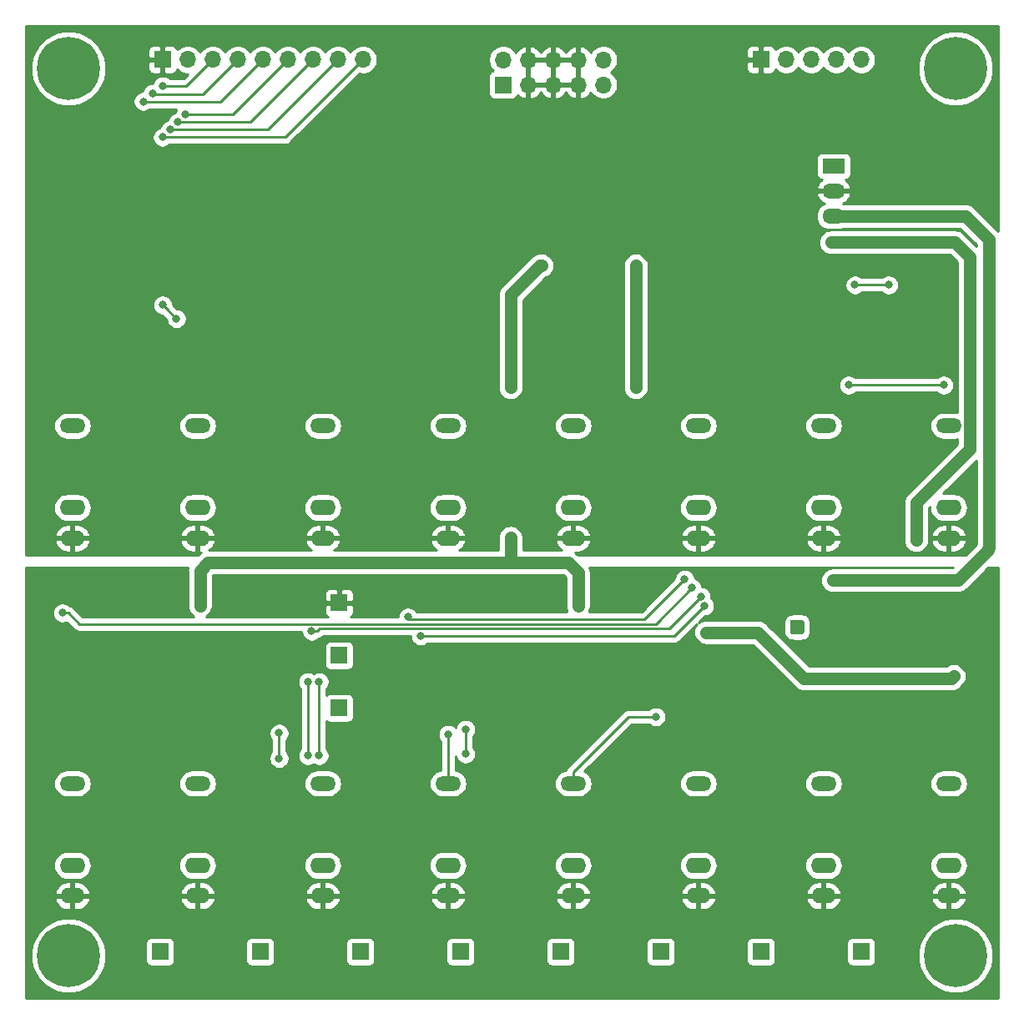
<source format=gbr>
G04 #@! TF.GenerationSoftware,KiCad,Pcbnew,(5.1.8)-1*
G04 #@! TF.CreationDate,2020-12-03T10:30:46+08:00*
G04 #@! TF.ProjectId,ProtoCV,50726f74-6f43-4562-9e6b-696361645f70,rev?*
G04 #@! TF.SameCoordinates,Original*
G04 #@! TF.FileFunction,Copper,L2,Bot*
G04 #@! TF.FilePolarity,Positive*
%FSLAX46Y46*%
G04 Gerber Fmt 4.6, Leading zero omitted, Abs format (unit mm)*
G04 Created by KiCad (PCBNEW (5.1.8)-1) date 2020-12-03 10:30:46*
%MOMM*%
%LPD*%
G01*
G04 APERTURE LIST*
G04 #@! TA.AperFunction,ComponentPad*
%ADD10C,0.600000*%
G04 #@! TD*
G04 #@! TA.AperFunction,ComponentPad*
%ADD11R,1.700000X1.700000*%
G04 #@! TD*
G04 #@! TA.AperFunction,ComponentPad*
%ADD12O,2.300000X1.500000*%
G04 #@! TD*
G04 #@! TA.AperFunction,ComponentPad*
%ADD13R,2.300000X1.500000*%
G04 #@! TD*
G04 #@! TA.AperFunction,ComponentPad*
%ADD14O,2.600000X1.500000*%
G04 #@! TD*
G04 #@! TA.AperFunction,ComponentPad*
%ADD15O,2.400000X1.600000*%
G04 #@! TD*
G04 #@! TA.AperFunction,ComponentPad*
%ADD16O,2.600000X1.600000*%
G04 #@! TD*
G04 #@! TA.AperFunction,ComponentPad*
%ADD17O,1.700000X1.700000*%
G04 #@! TD*
G04 #@! TA.AperFunction,ComponentPad*
%ADD18C,0.800000*%
G04 #@! TD*
G04 #@! TA.AperFunction,ComponentPad*
%ADD19C,6.400000*%
G04 #@! TD*
G04 #@! TA.AperFunction,ViaPad*
%ADD20C,0.800000*%
G04 #@! TD*
G04 #@! TA.AperFunction,Conductor*
%ADD21C,0.254000*%
G04 #@! TD*
G04 #@! TA.AperFunction,Conductor*
%ADD22C,1.270000*%
G04 #@! TD*
G04 #@! TA.AperFunction,Conductor*
%ADD23C,0.250000*%
G04 #@! TD*
G04 #@! TA.AperFunction,Conductor*
%ADD24C,0.100000*%
G04 #@! TD*
G04 APERTURE END LIST*
D10*
X179356500Y-111250000D03*
X179356500Y-112100000D03*
X178506500Y-111250000D03*
X178506500Y-112100000D03*
G04 #@! TA.AperFunction,SMDPad,CuDef*
G36*
G01*
X178456500Y-110950000D02*
X179406500Y-110950000D01*
G75*
G02*
X179656500Y-111200000I0J-250000D01*
G01*
X179656500Y-112150000D01*
G75*
G02*
X179406500Y-112400000I-250000J0D01*
G01*
X178456500Y-112400000D01*
G75*
G02*
X178206500Y-112150000I0J250000D01*
G01*
X178206500Y-111200000D01*
G75*
G02*
X178456500Y-110950000I250000J0D01*
G01*
G37*
G04 #@! TD.AperFunction*
D11*
X132461000Y-109215000D03*
X114300000Y-144610000D03*
X124460000Y-144610000D03*
X134620000Y-144610000D03*
X144780000Y-144610000D03*
X154940000Y-144610000D03*
X165100000Y-144610000D03*
X175260000Y-144610000D03*
X185420000Y-144610000D03*
X132461000Y-119883000D03*
X132461000Y-114554000D03*
D12*
X182626000Y-69977000D03*
X182626000Y-67437000D03*
D13*
X182626000Y-64897000D03*
D14*
X194310000Y-91252000D03*
D15*
X194310000Y-102652000D03*
D16*
X194310000Y-99552000D03*
D14*
X181610000Y-91252000D03*
D15*
X181610000Y-102652000D03*
D16*
X181610000Y-99552000D03*
D14*
X168910000Y-91252000D03*
D15*
X168910000Y-102652000D03*
D16*
X168910000Y-99552000D03*
D14*
X156210000Y-91252000D03*
D15*
X156210000Y-102652000D03*
D16*
X156210000Y-99552000D03*
D14*
X143510000Y-91252000D03*
D15*
X143510000Y-102652000D03*
D16*
X143510000Y-99552000D03*
D14*
X130810000Y-91252000D03*
D15*
X130810000Y-102652000D03*
D16*
X130810000Y-99552000D03*
D14*
X118110000Y-91252000D03*
D15*
X118110000Y-102652000D03*
D16*
X118110000Y-99552000D03*
D14*
X105410000Y-91252000D03*
D15*
X105410000Y-102652000D03*
D16*
X105410000Y-99552000D03*
D17*
X134874000Y-54102000D03*
X132334000Y-54102000D03*
X129794000Y-54102000D03*
X127254000Y-54102000D03*
X124714000Y-54102000D03*
X122174000Y-54102000D03*
X119634000Y-54102000D03*
X117094000Y-54102000D03*
D11*
X114554000Y-54102000D03*
D17*
X185420000Y-54102000D03*
X182880000Y-54102000D03*
X180340000Y-54102000D03*
X177800000Y-54102000D03*
D11*
X175260000Y-54102000D03*
D17*
X159258000Y-54112000D03*
X159258000Y-56652000D03*
X156718000Y-54112000D03*
X156718000Y-56652000D03*
X154178000Y-54112000D03*
X154178000Y-56652000D03*
X151638000Y-54112000D03*
X151638000Y-56652000D03*
X149098000Y-54112000D03*
D11*
X149098000Y-56652000D03*
D14*
X194310000Y-127540000D03*
D15*
X194310000Y-138940000D03*
D16*
X194310000Y-135840000D03*
D14*
X181610000Y-127540000D03*
D15*
X181610000Y-138940000D03*
D16*
X181610000Y-135840000D03*
D14*
X168910000Y-127540000D03*
D15*
X168910000Y-138940000D03*
D16*
X168910000Y-135840000D03*
D14*
X156210000Y-127540000D03*
D15*
X156210000Y-138940000D03*
D16*
X156210000Y-135840000D03*
D14*
X143510000Y-127540000D03*
D15*
X143510000Y-138940000D03*
D16*
X143510000Y-135840000D03*
D14*
X130810000Y-127540000D03*
D15*
X130810000Y-138940000D03*
D16*
X130810000Y-135840000D03*
D14*
X118110000Y-127540000D03*
D15*
X118110000Y-138940000D03*
D16*
X118110000Y-135840000D03*
D14*
X105410000Y-127540000D03*
D15*
X105410000Y-138940000D03*
D16*
X105410000Y-135840000D03*
D18*
X106697056Y-143302944D03*
X105000000Y-142600000D03*
X103302944Y-143302944D03*
X102600000Y-145000000D03*
X103302944Y-146697056D03*
X105000000Y-147400000D03*
X106697056Y-146697056D03*
X107400000Y-145000000D03*
D19*
X105000000Y-145000000D03*
D18*
X196697056Y-143302944D03*
X195000000Y-142600000D03*
X193302944Y-143302944D03*
X192600000Y-145000000D03*
X193302944Y-146697056D03*
X195000000Y-147400000D03*
X196697056Y-146697056D03*
X197400000Y-145000000D03*
D19*
X195000000Y-145000000D03*
D18*
X196697056Y-53302944D03*
X195000000Y-52600000D03*
X193302944Y-53302944D03*
X192600000Y-55000000D03*
X193302944Y-56697056D03*
X195000000Y-57400000D03*
X196697056Y-56697056D03*
X197400000Y-55000000D03*
D19*
X195000000Y-55000000D03*
D18*
X106697056Y-53302944D03*
X105000000Y-52600000D03*
X103302944Y-53302944D03*
X102600000Y-55000000D03*
X103302944Y-56697056D03*
X105000000Y-57400000D03*
X106697056Y-56697056D03*
X107400000Y-55000000D03*
D19*
X105000000Y-55000000D03*
D20*
X162560000Y-87376000D03*
X184150000Y-87122000D03*
X193802000Y-87122000D03*
X162560000Y-75000000D03*
X118338500Y-109499500D03*
X156692500Y-109499500D03*
X149860000Y-102616000D03*
X149860000Y-87376000D03*
X153000000Y-75000000D03*
X156692500Y-106959500D03*
X167513000Y-106807000D03*
X139446000Y-110654000D03*
X182372000Y-72644000D03*
X191008000Y-102870000D03*
X182562500Y-106934000D03*
X169710000Y-112204400D03*
X194819000Y-116650500D03*
X129286000Y-117221000D03*
X129286000Y-124714000D03*
X130429004Y-124714000D03*
X130429000Y-117221000D03*
X143505340Y-122559660D03*
X164592000Y-120777000D03*
X145288000Y-122047000D03*
X145288000Y-124550000D03*
X126365000Y-122428000D03*
X126365000Y-125000021D03*
X114532149Y-61976000D03*
X115316000Y-61214000D03*
X116078000Y-60452000D03*
X116840000Y-59690000D03*
X112579427Y-58350424D03*
X113538000Y-57531002D03*
X114554000Y-56769000D03*
X114554000Y-78994000D03*
X115951000Y-80391000D03*
X188214000Y-76962000D03*
X184785000Y-76961994D03*
X168275000Y-107696000D03*
X104394000Y-110236000D03*
X169164000Y-108585000D03*
X129667000Y-112104010D03*
X169522052Y-109528152D03*
X140716000Y-112554021D03*
X175826844Y-111066164D03*
X136144000Y-79502000D03*
X184404000Y-109728000D03*
X174244000Y-115570000D03*
X171450000Y-115570000D03*
X177546000Y-78232000D03*
X115824000Y-106934000D03*
X120142000Y-106934000D03*
X154178000Y-106934000D03*
X134366000Y-118364000D03*
X134366000Y-121666000D03*
X119126000Y-64516000D03*
X124968000Y-64516000D03*
X103378000Y-75946000D03*
X106172000Y-75946000D03*
X116078000Y-75946000D03*
X198000000Y-107000000D03*
X198000000Y-109000000D03*
X198000000Y-111000000D03*
X198000000Y-113000000D03*
X189000000Y-101000000D03*
X189000000Y-99000000D03*
X189000000Y-97000000D03*
X189000000Y-95000000D03*
X189000000Y-93000000D03*
X198000000Y-115000000D03*
X165000000Y-67000000D03*
X168000000Y-120000000D03*
X154000000Y-120000000D03*
X116000000Y-121000000D03*
D21*
X184150000Y-87122000D02*
X184715685Y-87122000D01*
X184715685Y-87122000D02*
X193802000Y-87122000D01*
D22*
X162560000Y-87376000D02*
X162560000Y-75000000D01*
X118338500Y-109499500D02*
X118338500Y-105943500D01*
X118338500Y-105943500D02*
X119126000Y-105156000D01*
X156692500Y-106146500D02*
X156692500Y-106959500D01*
X155702000Y-105156000D02*
X156692500Y-106146500D01*
X149860000Y-105156000D02*
X149860000Y-102616000D01*
X150368000Y-105156000D02*
X155702000Y-105156000D01*
X119126000Y-105156000D02*
X150368000Y-105156000D01*
X152838000Y-75000000D02*
X153000000Y-75000000D01*
X149860000Y-87376000D02*
X149860000Y-77978000D01*
X149860000Y-77978000D02*
X152838000Y-75000000D01*
X156692500Y-106959500D02*
X156692500Y-109499500D01*
D21*
X167513000Y-106807000D02*
X163449000Y-110871000D01*
X163449000Y-110871000D02*
X139663000Y-110871000D01*
X139663000Y-110871000D02*
X139446000Y-110654000D01*
D22*
X194945000Y-72644000D02*
X196445010Y-74144010D01*
X182372000Y-72644000D02*
X194945000Y-72644000D01*
X191008000Y-99060000D02*
X191008000Y-102870000D01*
X196445010Y-74144010D02*
X196445010Y-93622990D01*
X196445010Y-93622990D02*
X191008000Y-99060000D01*
X198374000Y-72374000D02*
X195977000Y-69977000D01*
X195977000Y-69977000D02*
X182626000Y-69977000D01*
X198374000Y-103626000D02*
X198374000Y-72374000D01*
X198323200Y-103835200D02*
X198323200Y-103644700D01*
X182562500Y-106934000D02*
X195224400Y-106934000D01*
X195224400Y-106934000D02*
X198323200Y-103835200D01*
X194578700Y-116890800D02*
X194819000Y-116650500D01*
X169710000Y-112204400D02*
X174942400Y-112204400D01*
X179628800Y-116890800D02*
X194578700Y-116890800D01*
X174942400Y-112204400D02*
X179628800Y-116890800D01*
D23*
X129286000Y-117221000D02*
X129286000Y-124714000D01*
X130429004Y-117221004D02*
X130429000Y-117221000D01*
X130429004Y-124714000D02*
X130429004Y-117221004D01*
X143510000Y-127540000D02*
X143510000Y-122564320D01*
X143510000Y-122564320D02*
X143505340Y-122559660D01*
X156210000Y-127540000D02*
X156210000Y-126365000D01*
X156210000Y-126365000D02*
X161798000Y-120777000D01*
X161798000Y-120777000D02*
X164592000Y-120777000D01*
X145288000Y-122047000D02*
X145288000Y-124550000D01*
X126365000Y-122428000D02*
X126365000Y-125000021D01*
D21*
X127000000Y-61976000D02*
X114532149Y-61976000D01*
X134874000Y-54102000D02*
X127000000Y-61976000D01*
X125222000Y-61214000D02*
X115316000Y-61214000D01*
X132334000Y-54102000D02*
X125222000Y-61214000D01*
X123444000Y-60452000D02*
X116078000Y-60452000D01*
X129794000Y-54102000D02*
X123444000Y-60452000D01*
X121666000Y-59690000D02*
X116840000Y-59690000D01*
X127254000Y-54102000D02*
X121666000Y-59690000D01*
X112649003Y-58420000D02*
X112579427Y-58350424D01*
X124714000Y-54102000D02*
X120396000Y-58420000D01*
X120396000Y-58420000D02*
X112649003Y-58420000D01*
X113664998Y-57658000D02*
X113538000Y-57531002D01*
X122174000Y-54102000D02*
X118618000Y-57658000D01*
X118618000Y-57658000D02*
X113664998Y-57658000D01*
X119634000Y-54102000D02*
X116967000Y-56769000D01*
X116967000Y-56769000D02*
X114554000Y-56769000D01*
D23*
X114953999Y-79393999D02*
X115951000Y-80391000D01*
X114554000Y-78994000D02*
X114953999Y-79393999D01*
X188214000Y-76962000D02*
X184785006Y-76962000D01*
X184785006Y-76962000D02*
X184785000Y-76961994D01*
X106102685Y-111379000D02*
X104959685Y-110236000D01*
X164592000Y-111379000D02*
X106102685Y-111379000D01*
X104959685Y-110236000D02*
X104394000Y-110236000D01*
X168275000Y-107696000D02*
X164592000Y-111379000D01*
X130507684Y-111829011D02*
X130232685Y-112104010D01*
X169164000Y-108585000D02*
X165919989Y-111829011D01*
X165919989Y-111829011D02*
X130507684Y-111829011D01*
X130232685Y-112104010D02*
X129667000Y-112104010D01*
X141281685Y-112554021D02*
X140716000Y-112554021D01*
X166496183Y-112554021D02*
X141281685Y-112554021D01*
X169522052Y-109528152D02*
X166496183Y-112554021D01*
D21*
X117086877Y-105694537D02*
X117062357Y-105943500D01*
X117068501Y-106005883D01*
X117068500Y-109561879D01*
X117086877Y-109748462D01*
X117159497Y-109987858D01*
X117277425Y-110208487D01*
X117436130Y-110401870D01*
X117629512Y-110560575D01*
X117738818Y-110619000D01*
X106417487Y-110619000D01*
X105523489Y-109725002D01*
X105499686Y-109695999D01*
X105383961Y-109601026D01*
X105251932Y-109530454D01*
X105108724Y-109487013D01*
X105053774Y-109432063D01*
X104884256Y-109318795D01*
X104695898Y-109240774D01*
X104495939Y-109201000D01*
X104292061Y-109201000D01*
X104092102Y-109240774D01*
X103903744Y-109318795D01*
X103734226Y-109432063D01*
X103590063Y-109576226D01*
X103476795Y-109745744D01*
X103398774Y-109934102D01*
X103359000Y-110134061D01*
X103359000Y-110337939D01*
X103398774Y-110537898D01*
X103476795Y-110726256D01*
X103590063Y-110895774D01*
X103734226Y-111039937D01*
X103903744Y-111153205D01*
X104092102Y-111231226D01*
X104292061Y-111271000D01*
X104495939Y-111271000D01*
X104695898Y-111231226D01*
X104826155Y-111177271D01*
X105538886Y-111890003D01*
X105562684Y-111919001D01*
X105591682Y-111942799D01*
X105678408Y-112013974D01*
X105771560Y-112063765D01*
X105810438Y-112084546D01*
X105953699Y-112128003D01*
X106065352Y-112139000D01*
X106065361Y-112139000D01*
X106102684Y-112142676D01*
X106140007Y-112139000D01*
X128632000Y-112139000D01*
X128632000Y-112205949D01*
X128671774Y-112405908D01*
X128749795Y-112594266D01*
X128863063Y-112763784D01*
X129007226Y-112907947D01*
X129176744Y-113021215D01*
X129365102Y-113099236D01*
X129565061Y-113139010D01*
X129768939Y-113139010D01*
X129968898Y-113099236D01*
X130157256Y-113021215D01*
X130326774Y-112907947D01*
X130381724Y-112852997D01*
X130524932Y-112809556D01*
X130656961Y-112738984D01*
X130772686Y-112644011D01*
X130796489Y-112615007D01*
X130822485Y-112589011D01*
X139681000Y-112589011D01*
X139681000Y-112655960D01*
X139720774Y-112855919D01*
X139798795Y-113044277D01*
X139912063Y-113213795D01*
X140056226Y-113357958D01*
X140225744Y-113471226D01*
X140414102Y-113549247D01*
X140614061Y-113589021D01*
X140817939Y-113589021D01*
X141017898Y-113549247D01*
X141206256Y-113471226D01*
X141375774Y-113357958D01*
X141419711Y-113314021D01*
X166458861Y-113314021D01*
X166496183Y-113317697D01*
X166533505Y-113314021D01*
X166533516Y-113314021D01*
X166645169Y-113303024D01*
X166788430Y-113259567D01*
X166920459Y-113188995D01*
X167036184Y-113094022D01*
X167059987Y-113065018D01*
X168737399Y-111387607D01*
X168648925Y-111495412D01*
X168530997Y-111716041D01*
X168458377Y-111955437D01*
X168433856Y-112204400D01*
X168458377Y-112453363D01*
X168530997Y-112692759D01*
X168648925Y-112913388D01*
X168807630Y-113106770D01*
X169001012Y-113265475D01*
X169221641Y-113383403D01*
X169461037Y-113456023D01*
X169647620Y-113474400D01*
X174416350Y-113474400D01*
X178686663Y-117744714D01*
X178726430Y-117793170D01*
X178919812Y-117951875D01*
X179140441Y-118069803D01*
X179307216Y-118120394D01*
X179379836Y-118142423D01*
X179405555Y-118144956D01*
X179566420Y-118160800D01*
X179566426Y-118160800D01*
X179628799Y-118166943D01*
X179691172Y-118160800D01*
X194516327Y-118160800D01*
X194578700Y-118166943D01*
X194641073Y-118160800D01*
X194641080Y-118160800D01*
X194827663Y-118142423D01*
X195067059Y-118069803D01*
X195287688Y-117951875D01*
X195481070Y-117793170D01*
X195520841Y-117744709D01*
X195761135Y-117504415D01*
X195880074Y-117359487D01*
X195998003Y-117138858D01*
X196070623Y-116899462D01*
X196095144Y-116650500D01*
X196070623Y-116401537D01*
X195998003Y-116162141D01*
X195880074Y-115941512D01*
X195721370Y-115748130D01*
X195527988Y-115589426D01*
X195307359Y-115471497D01*
X195067963Y-115398877D01*
X194819000Y-115374356D01*
X194570038Y-115398877D01*
X194330642Y-115471497D01*
X194110013Y-115589426D01*
X194071784Y-115620800D01*
X180154851Y-115620800D01*
X175884541Y-111350491D01*
X175844770Y-111302030D01*
X175720447Y-111200000D01*
X177568428Y-111200000D01*
X177568428Y-112150000D01*
X177571500Y-112181191D01*
X177571500Y-112192089D01*
X177573626Y-112202778D01*
X177585492Y-112323254D01*
X177636028Y-112489850D01*
X177718095Y-112643386D01*
X177828538Y-112777962D01*
X177963114Y-112888405D01*
X178116650Y-112970472D01*
X178283246Y-113021008D01*
X178403722Y-113032874D01*
X178414411Y-113035000D01*
X178425309Y-113035000D01*
X178456500Y-113038072D01*
X179406500Y-113038072D01*
X179437691Y-113035000D01*
X179448589Y-113035000D01*
X179459278Y-113032874D01*
X179579754Y-113021008D01*
X179746350Y-112970472D01*
X179899886Y-112888405D01*
X180034462Y-112777962D01*
X180144905Y-112643386D01*
X180226972Y-112489850D01*
X180277508Y-112323254D01*
X180289374Y-112202778D01*
X180291500Y-112192089D01*
X180291500Y-112181191D01*
X180294572Y-112150000D01*
X180294572Y-111200000D01*
X180291500Y-111168809D01*
X180291500Y-111157911D01*
X180289374Y-111147222D01*
X180277508Y-111026746D01*
X180226972Y-110860150D01*
X180144905Y-110706614D01*
X180034462Y-110572038D01*
X179899886Y-110461595D01*
X179746350Y-110379528D01*
X179579754Y-110328992D01*
X179459278Y-110317126D01*
X179448589Y-110315000D01*
X179437691Y-110315000D01*
X179406500Y-110311928D01*
X178456500Y-110311928D01*
X178425309Y-110315000D01*
X178414411Y-110315000D01*
X178403722Y-110317126D01*
X178283246Y-110328992D01*
X178116650Y-110379528D01*
X177963114Y-110461595D01*
X177828538Y-110572038D01*
X177718095Y-110706614D01*
X177636028Y-110860150D01*
X177585492Y-111026746D01*
X177573626Y-111147222D01*
X177571500Y-111157911D01*
X177571500Y-111168809D01*
X177568428Y-111200000D01*
X175720447Y-111200000D01*
X175651388Y-111143325D01*
X175430759Y-111025397D01*
X175191363Y-110952777D01*
X175004780Y-110934400D01*
X175004773Y-110934400D01*
X174942400Y-110928257D01*
X174880027Y-110934400D01*
X169647620Y-110934400D01*
X169461037Y-110952777D01*
X169221641Y-111025397D01*
X169001012Y-111143325D01*
X168893207Y-111231798D01*
X169561854Y-110563152D01*
X169623991Y-110563152D01*
X169823950Y-110523378D01*
X170012308Y-110445357D01*
X170181826Y-110332089D01*
X170325989Y-110187926D01*
X170439257Y-110018408D01*
X170517278Y-109830050D01*
X170557052Y-109630091D01*
X170557052Y-109426213D01*
X170517278Y-109226254D01*
X170439257Y-109037896D01*
X170325989Y-108868378D01*
X170189966Y-108732355D01*
X170199000Y-108686939D01*
X170199000Y-108483061D01*
X170159226Y-108283102D01*
X170081205Y-108094744D01*
X169967937Y-107925226D01*
X169823774Y-107781063D01*
X169654256Y-107667795D01*
X169465898Y-107589774D01*
X169302690Y-107557310D01*
X169270226Y-107394102D01*
X169192205Y-107205744D01*
X169078937Y-107036226D01*
X168934774Y-106892063D01*
X168765256Y-106778795D01*
X168576898Y-106700774D01*
X168545922Y-106694612D01*
X168508226Y-106505102D01*
X168430205Y-106316744D01*
X168316937Y-106147226D01*
X168172774Y-106003063D01*
X168003256Y-105889795D01*
X167814898Y-105811774D01*
X167614939Y-105772000D01*
X167411061Y-105772000D01*
X167211102Y-105811774D01*
X167022744Y-105889795D01*
X166853226Y-106003063D01*
X166709063Y-106147226D01*
X166595795Y-106316744D01*
X166517774Y-106505102D01*
X166478000Y-106705061D01*
X166478000Y-106764369D01*
X163133370Y-110109000D01*
X157806752Y-110109000D01*
X157871503Y-109987859D01*
X157944123Y-109748463D01*
X157962500Y-109561880D01*
X157962500Y-106208880D01*
X157968644Y-106146500D01*
X157944123Y-105897537D01*
X157871503Y-105658141D01*
X157864136Y-105644358D01*
X157854858Y-105627000D01*
X194735350Y-105627000D01*
X194698350Y-105664000D01*
X182500120Y-105664000D01*
X182313537Y-105682377D01*
X182074141Y-105754997D01*
X181853512Y-105872925D01*
X181660130Y-106031630D01*
X181501425Y-106225012D01*
X181383497Y-106445641D01*
X181310877Y-106685037D01*
X181286356Y-106934000D01*
X181310877Y-107182963D01*
X181383497Y-107422359D01*
X181501425Y-107642988D01*
X181660130Y-107836370D01*
X181853512Y-107995075D01*
X182074141Y-108113003D01*
X182313537Y-108185623D01*
X182500120Y-108204000D01*
X195162027Y-108204000D01*
X195224400Y-108210143D01*
X195286773Y-108204000D01*
X195286780Y-108204000D01*
X195473363Y-108185623D01*
X195712759Y-108113003D01*
X195933388Y-107995075D01*
X196126770Y-107836370D01*
X196166541Y-107787909D01*
X198327451Y-105627000D01*
X199340001Y-105627000D01*
X199340001Y-149340000D01*
X100660000Y-149340000D01*
X100660000Y-144622285D01*
X101165000Y-144622285D01*
X101165000Y-145377715D01*
X101312377Y-146118628D01*
X101601467Y-146816554D01*
X102021161Y-147444670D01*
X102555330Y-147978839D01*
X103183446Y-148398533D01*
X103881372Y-148687623D01*
X104622285Y-148835000D01*
X105377715Y-148835000D01*
X106118628Y-148687623D01*
X106816554Y-148398533D01*
X107444670Y-147978839D01*
X107978839Y-147444670D01*
X108398533Y-146816554D01*
X108687623Y-146118628D01*
X108835000Y-145377715D01*
X108835000Y-144622285D01*
X108687623Y-143881372D01*
X108637350Y-143760000D01*
X112811928Y-143760000D01*
X112811928Y-145460000D01*
X112824188Y-145584482D01*
X112860498Y-145704180D01*
X112919463Y-145814494D01*
X112998815Y-145911185D01*
X113095506Y-145990537D01*
X113205820Y-146049502D01*
X113325518Y-146085812D01*
X113450000Y-146098072D01*
X115150000Y-146098072D01*
X115274482Y-146085812D01*
X115394180Y-146049502D01*
X115504494Y-145990537D01*
X115601185Y-145911185D01*
X115680537Y-145814494D01*
X115739502Y-145704180D01*
X115775812Y-145584482D01*
X115788072Y-145460000D01*
X115788072Y-143760000D01*
X122971928Y-143760000D01*
X122971928Y-145460000D01*
X122984188Y-145584482D01*
X123020498Y-145704180D01*
X123079463Y-145814494D01*
X123158815Y-145911185D01*
X123255506Y-145990537D01*
X123365820Y-146049502D01*
X123485518Y-146085812D01*
X123610000Y-146098072D01*
X125310000Y-146098072D01*
X125434482Y-146085812D01*
X125554180Y-146049502D01*
X125664494Y-145990537D01*
X125761185Y-145911185D01*
X125840537Y-145814494D01*
X125899502Y-145704180D01*
X125935812Y-145584482D01*
X125948072Y-145460000D01*
X125948072Y-143760000D01*
X133131928Y-143760000D01*
X133131928Y-145460000D01*
X133144188Y-145584482D01*
X133180498Y-145704180D01*
X133239463Y-145814494D01*
X133318815Y-145911185D01*
X133415506Y-145990537D01*
X133525820Y-146049502D01*
X133645518Y-146085812D01*
X133770000Y-146098072D01*
X135470000Y-146098072D01*
X135594482Y-146085812D01*
X135714180Y-146049502D01*
X135824494Y-145990537D01*
X135921185Y-145911185D01*
X136000537Y-145814494D01*
X136059502Y-145704180D01*
X136095812Y-145584482D01*
X136108072Y-145460000D01*
X136108072Y-143760000D01*
X143291928Y-143760000D01*
X143291928Y-145460000D01*
X143304188Y-145584482D01*
X143340498Y-145704180D01*
X143399463Y-145814494D01*
X143478815Y-145911185D01*
X143575506Y-145990537D01*
X143685820Y-146049502D01*
X143805518Y-146085812D01*
X143930000Y-146098072D01*
X145630000Y-146098072D01*
X145754482Y-146085812D01*
X145874180Y-146049502D01*
X145984494Y-145990537D01*
X146081185Y-145911185D01*
X146160537Y-145814494D01*
X146219502Y-145704180D01*
X146255812Y-145584482D01*
X146268072Y-145460000D01*
X146268072Y-143760000D01*
X153451928Y-143760000D01*
X153451928Y-145460000D01*
X153464188Y-145584482D01*
X153500498Y-145704180D01*
X153559463Y-145814494D01*
X153638815Y-145911185D01*
X153735506Y-145990537D01*
X153845820Y-146049502D01*
X153965518Y-146085812D01*
X154090000Y-146098072D01*
X155790000Y-146098072D01*
X155914482Y-146085812D01*
X156034180Y-146049502D01*
X156144494Y-145990537D01*
X156241185Y-145911185D01*
X156320537Y-145814494D01*
X156379502Y-145704180D01*
X156415812Y-145584482D01*
X156428072Y-145460000D01*
X156428072Y-143760000D01*
X163611928Y-143760000D01*
X163611928Y-145460000D01*
X163624188Y-145584482D01*
X163660498Y-145704180D01*
X163719463Y-145814494D01*
X163798815Y-145911185D01*
X163895506Y-145990537D01*
X164005820Y-146049502D01*
X164125518Y-146085812D01*
X164250000Y-146098072D01*
X165950000Y-146098072D01*
X166074482Y-146085812D01*
X166194180Y-146049502D01*
X166304494Y-145990537D01*
X166401185Y-145911185D01*
X166480537Y-145814494D01*
X166539502Y-145704180D01*
X166575812Y-145584482D01*
X166588072Y-145460000D01*
X166588072Y-143760000D01*
X173771928Y-143760000D01*
X173771928Y-145460000D01*
X173784188Y-145584482D01*
X173820498Y-145704180D01*
X173879463Y-145814494D01*
X173958815Y-145911185D01*
X174055506Y-145990537D01*
X174165820Y-146049502D01*
X174285518Y-146085812D01*
X174410000Y-146098072D01*
X176110000Y-146098072D01*
X176234482Y-146085812D01*
X176354180Y-146049502D01*
X176464494Y-145990537D01*
X176561185Y-145911185D01*
X176640537Y-145814494D01*
X176699502Y-145704180D01*
X176735812Y-145584482D01*
X176748072Y-145460000D01*
X176748072Y-143760000D01*
X183931928Y-143760000D01*
X183931928Y-145460000D01*
X183944188Y-145584482D01*
X183980498Y-145704180D01*
X184039463Y-145814494D01*
X184118815Y-145911185D01*
X184215506Y-145990537D01*
X184325820Y-146049502D01*
X184445518Y-146085812D01*
X184570000Y-146098072D01*
X186270000Y-146098072D01*
X186394482Y-146085812D01*
X186514180Y-146049502D01*
X186624494Y-145990537D01*
X186721185Y-145911185D01*
X186800537Y-145814494D01*
X186859502Y-145704180D01*
X186895812Y-145584482D01*
X186908072Y-145460000D01*
X186908072Y-144622285D01*
X191165000Y-144622285D01*
X191165000Y-145377715D01*
X191312377Y-146118628D01*
X191601467Y-146816554D01*
X192021161Y-147444670D01*
X192555330Y-147978839D01*
X193183446Y-148398533D01*
X193881372Y-148687623D01*
X194622285Y-148835000D01*
X195377715Y-148835000D01*
X196118628Y-148687623D01*
X196816554Y-148398533D01*
X197444670Y-147978839D01*
X197978839Y-147444670D01*
X198398533Y-146816554D01*
X198687623Y-146118628D01*
X198835000Y-145377715D01*
X198835000Y-144622285D01*
X198687623Y-143881372D01*
X198398533Y-143183446D01*
X197978839Y-142555330D01*
X197444670Y-142021161D01*
X196816554Y-141601467D01*
X196118628Y-141312377D01*
X195377715Y-141165000D01*
X194622285Y-141165000D01*
X193881372Y-141312377D01*
X193183446Y-141601467D01*
X192555330Y-142021161D01*
X192021161Y-142555330D01*
X191601467Y-143183446D01*
X191312377Y-143881372D01*
X191165000Y-144622285D01*
X186908072Y-144622285D01*
X186908072Y-143760000D01*
X186895812Y-143635518D01*
X186859502Y-143515820D01*
X186800537Y-143405506D01*
X186721185Y-143308815D01*
X186624494Y-143229463D01*
X186514180Y-143170498D01*
X186394482Y-143134188D01*
X186270000Y-143121928D01*
X184570000Y-143121928D01*
X184445518Y-143134188D01*
X184325820Y-143170498D01*
X184215506Y-143229463D01*
X184118815Y-143308815D01*
X184039463Y-143405506D01*
X183980498Y-143515820D01*
X183944188Y-143635518D01*
X183931928Y-143760000D01*
X176748072Y-143760000D01*
X176735812Y-143635518D01*
X176699502Y-143515820D01*
X176640537Y-143405506D01*
X176561185Y-143308815D01*
X176464494Y-143229463D01*
X176354180Y-143170498D01*
X176234482Y-143134188D01*
X176110000Y-143121928D01*
X174410000Y-143121928D01*
X174285518Y-143134188D01*
X174165820Y-143170498D01*
X174055506Y-143229463D01*
X173958815Y-143308815D01*
X173879463Y-143405506D01*
X173820498Y-143515820D01*
X173784188Y-143635518D01*
X173771928Y-143760000D01*
X166588072Y-143760000D01*
X166575812Y-143635518D01*
X166539502Y-143515820D01*
X166480537Y-143405506D01*
X166401185Y-143308815D01*
X166304494Y-143229463D01*
X166194180Y-143170498D01*
X166074482Y-143134188D01*
X165950000Y-143121928D01*
X164250000Y-143121928D01*
X164125518Y-143134188D01*
X164005820Y-143170498D01*
X163895506Y-143229463D01*
X163798815Y-143308815D01*
X163719463Y-143405506D01*
X163660498Y-143515820D01*
X163624188Y-143635518D01*
X163611928Y-143760000D01*
X156428072Y-143760000D01*
X156415812Y-143635518D01*
X156379502Y-143515820D01*
X156320537Y-143405506D01*
X156241185Y-143308815D01*
X156144494Y-143229463D01*
X156034180Y-143170498D01*
X155914482Y-143134188D01*
X155790000Y-143121928D01*
X154090000Y-143121928D01*
X153965518Y-143134188D01*
X153845820Y-143170498D01*
X153735506Y-143229463D01*
X153638815Y-143308815D01*
X153559463Y-143405506D01*
X153500498Y-143515820D01*
X153464188Y-143635518D01*
X153451928Y-143760000D01*
X146268072Y-143760000D01*
X146255812Y-143635518D01*
X146219502Y-143515820D01*
X146160537Y-143405506D01*
X146081185Y-143308815D01*
X145984494Y-143229463D01*
X145874180Y-143170498D01*
X145754482Y-143134188D01*
X145630000Y-143121928D01*
X143930000Y-143121928D01*
X143805518Y-143134188D01*
X143685820Y-143170498D01*
X143575506Y-143229463D01*
X143478815Y-143308815D01*
X143399463Y-143405506D01*
X143340498Y-143515820D01*
X143304188Y-143635518D01*
X143291928Y-143760000D01*
X136108072Y-143760000D01*
X136095812Y-143635518D01*
X136059502Y-143515820D01*
X136000537Y-143405506D01*
X135921185Y-143308815D01*
X135824494Y-143229463D01*
X135714180Y-143170498D01*
X135594482Y-143134188D01*
X135470000Y-143121928D01*
X133770000Y-143121928D01*
X133645518Y-143134188D01*
X133525820Y-143170498D01*
X133415506Y-143229463D01*
X133318815Y-143308815D01*
X133239463Y-143405506D01*
X133180498Y-143515820D01*
X133144188Y-143635518D01*
X133131928Y-143760000D01*
X125948072Y-143760000D01*
X125935812Y-143635518D01*
X125899502Y-143515820D01*
X125840537Y-143405506D01*
X125761185Y-143308815D01*
X125664494Y-143229463D01*
X125554180Y-143170498D01*
X125434482Y-143134188D01*
X125310000Y-143121928D01*
X123610000Y-143121928D01*
X123485518Y-143134188D01*
X123365820Y-143170498D01*
X123255506Y-143229463D01*
X123158815Y-143308815D01*
X123079463Y-143405506D01*
X123020498Y-143515820D01*
X122984188Y-143635518D01*
X122971928Y-143760000D01*
X115788072Y-143760000D01*
X115775812Y-143635518D01*
X115739502Y-143515820D01*
X115680537Y-143405506D01*
X115601185Y-143308815D01*
X115504494Y-143229463D01*
X115394180Y-143170498D01*
X115274482Y-143134188D01*
X115150000Y-143121928D01*
X113450000Y-143121928D01*
X113325518Y-143134188D01*
X113205820Y-143170498D01*
X113095506Y-143229463D01*
X112998815Y-143308815D01*
X112919463Y-143405506D01*
X112860498Y-143515820D01*
X112824188Y-143635518D01*
X112811928Y-143760000D01*
X108637350Y-143760000D01*
X108398533Y-143183446D01*
X107978839Y-142555330D01*
X107444670Y-142021161D01*
X106816554Y-141601467D01*
X106118628Y-141312377D01*
X105377715Y-141165000D01*
X104622285Y-141165000D01*
X103881372Y-141312377D01*
X103183446Y-141601467D01*
X102555330Y-142021161D01*
X102021161Y-142555330D01*
X101601467Y-143183446D01*
X101312377Y-143881372D01*
X101165000Y-144622285D01*
X100660000Y-144622285D01*
X100660000Y-139289039D01*
X103618096Y-139289039D01*
X103635633Y-139371818D01*
X103746285Y-139631646D01*
X103905500Y-139864895D01*
X104107161Y-140062601D01*
X104343517Y-140217166D01*
X104605486Y-140322650D01*
X104883000Y-140375000D01*
X105283000Y-140375000D01*
X105283000Y-139067000D01*
X105537000Y-139067000D01*
X105537000Y-140375000D01*
X105937000Y-140375000D01*
X106214514Y-140322650D01*
X106476483Y-140217166D01*
X106712839Y-140062601D01*
X106914500Y-139864895D01*
X107073715Y-139631646D01*
X107184367Y-139371818D01*
X107201904Y-139289039D01*
X116318096Y-139289039D01*
X116335633Y-139371818D01*
X116446285Y-139631646D01*
X116605500Y-139864895D01*
X116807161Y-140062601D01*
X117043517Y-140217166D01*
X117305486Y-140322650D01*
X117583000Y-140375000D01*
X117983000Y-140375000D01*
X117983000Y-139067000D01*
X118237000Y-139067000D01*
X118237000Y-140375000D01*
X118637000Y-140375000D01*
X118914514Y-140322650D01*
X119176483Y-140217166D01*
X119412839Y-140062601D01*
X119614500Y-139864895D01*
X119773715Y-139631646D01*
X119884367Y-139371818D01*
X119901904Y-139289039D01*
X129018096Y-139289039D01*
X129035633Y-139371818D01*
X129146285Y-139631646D01*
X129305500Y-139864895D01*
X129507161Y-140062601D01*
X129743517Y-140217166D01*
X130005486Y-140322650D01*
X130283000Y-140375000D01*
X130683000Y-140375000D01*
X130683000Y-139067000D01*
X130937000Y-139067000D01*
X130937000Y-140375000D01*
X131337000Y-140375000D01*
X131614514Y-140322650D01*
X131876483Y-140217166D01*
X132112839Y-140062601D01*
X132314500Y-139864895D01*
X132473715Y-139631646D01*
X132584367Y-139371818D01*
X132601904Y-139289039D01*
X141718096Y-139289039D01*
X141735633Y-139371818D01*
X141846285Y-139631646D01*
X142005500Y-139864895D01*
X142207161Y-140062601D01*
X142443517Y-140217166D01*
X142705486Y-140322650D01*
X142983000Y-140375000D01*
X143383000Y-140375000D01*
X143383000Y-139067000D01*
X143637000Y-139067000D01*
X143637000Y-140375000D01*
X144037000Y-140375000D01*
X144314514Y-140322650D01*
X144576483Y-140217166D01*
X144812839Y-140062601D01*
X145014500Y-139864895D01*
X145173715Y-139631646D01*
X145284367Y-139371818D01*
X145301904Y-139289039D01*
X154418096Y-139289039D01*
X154435633Y-139371818D01*
X154546285Y-139631646D01*
X154705500Y-139864895D01*
X154907161Y-140062601D01*
X155143517Y-140217166D01*
X155405486Y-140322650D01*
X155683000Y-140375000D01*
X156083000Y-140375000D01*
X156083000Y-139067000D01*
X156337000Y-139067000D01*
X156337000Y-140375000D01*
X156737000Y-140375000D01*
X157014514Y-140322650D01*
X157276483Y-140217166D01*
X157512839Y-140062601D01*
X157714500Y-139864895D01*
X157873715Y-139631646D01*
X157984367Y-139371818D01*
X158001904Y-139289039D01*
X167118096Y-139289039D01*
X167135633Y-139371818D01*
X167246285Y-139631646D01*
X167405500Y-139864895D01*
X167607161Y-140062601D01*
X167843517Y-140217166D01*
X168105486Y-140322650D01*
X168383000Y-140375000D01*
X168783000Y-140375000D01*
X168783000Y-139067000D01*
X169037000Y-139067000D01*
X169037000Y-140375000D01*
X169437000Y-140375000D01*
X169714514Y-140322650D01*
X169976483Y-140217166D01*
X170212839Y-140062601D01*
X170414500Y-139864895D01*
X170573715Y-139631646D01*
X170684367Y-139371818D01*
X170701904Y-139289039D01*
X179818096Y-139289039D01*
X179835633Y-139371818D01*
X179946285Y-139631646D01*
X180105500Y-139864895D01*
X180307161Y-140062601D01*
X180543517Y-140217166D01*
X180805486Y-140322650D01*
X181083000Y-140375000D01*
X181483000Y-140375000D01*
X181483000Y-139067000D01*
X181737000Y-139067000D01*
X181737000Y-140375000D01*
X182137000Y-140375000D01*
X182414514Y-140322650D01*
X182676483Y-140217166D01*
X182912839Y-140062601D01*
X183114500Y-139864895D01*
X183273715Y-139631646D01*
X183384367Y-139371818D01*
X183401904Y-139289039D01*
X192518096Y-139289039D01*
X192535633Y-139371818D01*
X192646285Y-139631646D01*
X192805500Y-139864895D01*
X193007161Y-140062601D01*
X193243517Y-140217166D01*
X193505486Y-140322650D01*
X193783000Y-140375000D01*
X194183000Y-140375000D01*
X194183000Y-139067000D01*
X194437000Y-139067000D01*
X194437000Y-140375000D01*
X194837000Y-140375000D01*
X195114514Y-140322650D01*
X195376483Y-140217166D01*
X195612839Y-140062601D01*
X195814500Y-139864895D01*
X195973715Y-139631646D01*
X196084367Y-139371818D01*
X196101904Y-139289039D01*
X195979915Y-139067000D01*
X194437000Y-139067000D01*
X194183000Y-139067000D01*
X192640085Y-139067000D01*
X192518096Y-139289039D01*
X183401904Y-139289039D01*
X183279915Y-139067000D01*
X181737000Y-139067000D01*
X181483000Y-139067000D01*
X179940085Y-139067000D01*
X179818096Y-139289039D01*
X170701904Y-139289039D01*
X170579915Y-139067000D01*
X169037000Y-139067000D01*
X168783000Y-139067000D01*
X167240085Y-139067000D01*
X167118096Y-139289039D01*
X158001904Y-139289039D01*
X157879915Y-139067000D01*
X156337000Y-139067000D01*
X156083000Y-139067000D01*
X154540085Y-139067000D01*
X154418096Y-139289039D01*
X145301904Y-139289039D01*
X145179915Y-139067000D01*
X143637000Y-139067000D01*
X143383000Y-139067000D01*
X141840085Y-139067000D01*
X141718096Y-139289039D01*
X132601904Y-139289039D01*
X132479915Y-139067000D01*
X130937000Y-139067000D01*
X130683000Y-139067000D01*
X129140085Y-139067000D01*
X129018096Y-139289039D01*
X119901904Y-139289039D01*
X119779915Y-139067000D01*
X118237000Y-139067000D01*
X117983000Y-139067000D01*
X116440085Y-139067000D01*
X116318096Y-139289039D01*
X107201904Y-139289039D01*
X107079915Y-139067000D01*
X105537000Y-139067000D01*
X105283000Y-139067000D01*
X103740085Y-139067000D01*
X103618096Y-139289039D01*
X100660000Y-139289039D01*
X100660000Y-138590961D01*
X103618096Y-138590961D01*
X103740085Y-138813000D01*
X105283000Y-138813000D01*
X105283000Y-137505000D01*
X105537000Y-137505000D01*
X105537000Y-138813000D01*
X107079915Y-138813000D01*
X107201904Y-138590961D01*
X116318096Y-138590961D01*
X116440085Y-138813000D01*
X117983000Y-138813000D01*
X117983000Y-137505000D01*
X118237000Y-137505000D01*
X118237000Y-138813000D01*
X119779915Y-138813000D01*
X119901904Y-138590961D01*
X129018096Y-138590961D01*
X129140085Y-138813000D01*
X130683000Y-138813000D01*
X130683000Y-137505000D01*
X130937000Y-137505000D01*
X130937000Y-138813000D01*
X132479915Y-138813000D01*
X132601904Y-138590961D01*
X141718096Y-138590961D01*
X141840085Y-138813000D01*
X143383000Y-138813000D01*
X143383000Y-137505000D01*
X143637000Y-137505000D01*
X143637000Y-138813000D01*
X145179915Y-138813000D01*
X145301904Y-138590961D01*
X154418096Y-138590961D01*
X154540085Y-138813000D01*
X156083000Y-138813000D01*
X156083000Y-137505000D01*
X156337000Y-137505000D01*
X156337000Y-138813000D01*
X157879915Y-138813000D01*
X158001904Y-138590961D01*
X167118096Y-138590961D01*
X167240085Y-138813000D01*
X168783000Y-138813000D01*
X168783000Y-137505000D01*
X169037000Y-137505000D01*
X169037000Y-138813000D01*
X170579915Y-138813000D01*
X170701904Y-138590961D01*
X179818096Y-138590961D01*
X179940085Y-138813000D01*
X181483000Y-138813000D01*
X181483000Y-137505000D01*
X181737000Y-137505000D01*
X181737000Y-138813000D01*
X183279915Y-138813000D01*
X183401904Y-138590961D01*
X192518096Y-138590961D01*
X192640085Y-138813000D01*
X194183000Y-138813000D01*
X194183000Y-137505000D01*
X194437000Y-137505000D01*
X194437000Y-138813000D01*
X195979915Y-138813000D01*
X196101904Y-138590961D01*
X196084367Y-138508182D01*
X195973715Y-138248354D01*
X195814500Y-138015105D01*
X195612839Y-137817399D01*
X195376483Y-137662834D01*
X195114514Y-137557350D01*
X194837000Y-137505000D01*
X194437000Y-137505000D01*
X194183000Y-137505000D01*
X193783000Y-137505000D01*
X193505486Y-137557350D01*
X193243517Y-137662834D01*
X193007161Y-137817399D01*
X192805500Y-138015105D01*
X192646285Y-138248354D01*
X192535633Y-138508182D01*
X192518096Y-138590961D01*
X183401904Y-138590961D01*
X183384367Y-138508182D01*
X183273715Y-138248354D01*
X183114500Y-138015105D01*
X182912839Y-137817399D01*
X182676483Y-137662834D01*
X182414514Y-137557350D01*
X182137000Y-137505000D01*
X181737000Y-137505000D01*
X181483000Y-137505000D01*
X181083000Y-137505000D01*
X180805486Y-137557350D01*
X180543517Y-137662834D01*
X180307161Y-137817399D01*
X180105500Y-138015105D01*
X179946285Y-138248354D01*
X179835633Y-138508182D01*
X179818096Y-138590961D01*
X170701904Y-138590961D01*
X170684367Y-138508182D01*
X170573715Y-138248354D01*
X170414500Y-138015105D01*
X170212839Y-137817399D01*
X169976483Y-137662834D01*
X169714514Y-137557350D01*
X169437000Y-137505000D01*
X169037000Y-137505000D01*
X168783000Y-137505000D01*
X168383000Y-137505000D01*
X168105486Y-137557350D01*
X167843517Y-137662834D01*
X167607161Y-137817399D01*
X167405500Y-138015105D01*
X167246285Y-138248354D01*
X167135633Y-138508182D01*
X167118096Y-138590961D01*
X158001904Y-138590961D01*
X157984367Y-138508182D01*
X157873715Y-138248354D01*
X157714500Y-138015105D01*
X157512839Y-137817399D01*
X157276483Y-137662834D01*
X157014514Y-137557350D01*
X156737000Y-137505000D01*
X156337000Y-137505000D01*
X156083000Y-137505000D01*
X155683000Y-137505000D01*
X155405486Y-137557350D01*
X155143517Y-137662834D01*
X154907161Y-137817399D01*
X154705500Y-138015105D01*
X154546285Y-138248354D01*
X154435633Y-138508182D01*
X154418096Y-138590961D01*
X145301904Y-138590961D01*
X145284367Y-138508182D01*
X145173715Y-138248354D01*
X145014500Y-138015105D01*
X144812839Y-137817399D01*
X144576483Y-137662834D01*
X144314514Y-137557350D01*
X144037000Y-137505000D01*
X143637000Y-137505000D01*
X143383000Y-137505000D01*
X142983000Y-137505000D01*
X142705486Y-137557350D01*
X142443517Y-137662834D01*
X142207161Y-137817399D01*
X142005500Y-138015105D01*
X141846285Y-138248354D01*
X141735633Y-138508182D01*
X141718096Y-138590961D01*
X132601904Y-138590961D01*
X132584367Y-138508182D01*
X132473715Y-138248354D01*
X132314500Y-138015105D01*
X132112839Y-137817399D01*
X131876483Y-137662834D01*
X131614514Y-137557350D01*
X131337000Y-137505000D01*
X130937000Y-137505000D01*
X130683000Y-137505000D01*
X130283000Y-137505000D01*
X130005486Y-137557350D01*
X129743517Y-137662834D01*
X129507161Y-137817399D01*
X129305500Y-138015105D01*
X129146285Y-138248354D01*
X129035633Y-138508182D01*
X129018096Y-138590961D01*
X119901904Y-138590961D01*
X119884367Y-138508182D01*
X119773715Y-138248354D01*
X119614500Y-138015105D01*
X119412839Y-137817399D01*
X119176483Y-137662834D01*
X118914514Y-137557350D01*
X118637000Y-137505000D01*
X118237000Y-137505000D01*
X117983000Y-137505000D01*
X117583000Y-137505000D01*
X117305486Y-137557350D01*
X117043517Y-137662834D01*
X116807161Y-137817399D01*
X116605500Y-138015105D01*
X116446285Y-138248354D01*
X116335633Y-138508182D01*
X116318096Y-138590961D01*
X107201904Y-138590961D01*
X107184367Y-138508182D01*
X107073715Y-138248354D01*
X106914500Y-138015105D01*
X106712839Y-137817399D01*
X106476483Y-137662834D01*
X106214514Y-137557350D01*
X105937000Y-137505000D01*
X105537000Y-137505000D01*
X105283000Y-137505000D01*
X104883000Y-137505000D01*
X104605486Y-137557350D01*
X104343517Y-137662834D01*
X104107161Y-137817399D01*
X103905500Y-138015105D01*
X103746285Y-138248354D01*
X103635633Y-138508182D01*
X103618096Y-138590961D01*
X100660000Y-138590961D01*
X100660000Y-135840000D01*
X103468057Y-135840000D01*
X103495764Y-136121309D01*
X103577818Y-136391808D01*
X103711068Y-136641101D01*
X103890392Y-136859608D01*
X104108899Y-137038932D01*
X104358192Y-137172182D01*
X104628691Y-137254236D01*
X104839508Y-137275000D01*
X105980492Y-137275000D01*
X106191309Y-137254236D01*
X106461808Y-137172182D01*
X106711101Y-137038932D01*
X106929608Y-136859608D01*
X107108932Y-136641101D01*
X107242182Y-136391808D01*
X107324236Y-136121309D01*
X107351943Y-135840000D01*
X116168057Y-135840000D01*
X116195764Y-136121309D01*
X116277818Y-136391808D01*
X116411068Y-136641101D01*
X116590392Y-136859608D01*
X116808899Y-137038932D01*
X117058192Y-137172182D01*
X117328691Y-137254236D01*
X117539508Y-137275000D01*
X118680492Y-137275000D01*
X118891309Y-137254236D01*
X119161808Y-137172182D01*
X119411101Y-137038932D01*
X119629608Y-136859608D01*
X119808932Y-136641101D01*
X119942182Y-136391808D01*
X120024236Y-136121309D01*
X120051943Y-135840000D01*
X128868057Y-135840000D01*
X128895764Y-136121309D01*
X128977818Y-136391808D01*
X129111068Y-136641101D01*
X129290392Y-136859608D01*
X129508899Y-137038932D01*
X129758192Y-137172182D01*
X130028691Y-137254236D01*
X130239508Y-137275000D01*
X131380492Y-137275000D01*
X131591309Y-137254236D01*
X131861808Y-137172182D01*
X132111101Y-137038932D01*
X132329608Y-136859608D01*
X132508932Y-136641101D01*
X132642182Y-136391808D01*
X132724236Y-136121309D01*
X132751943Y-135840000D01*
X141568057Y-135840000D01*
X141595764Y-136121309D01*
X141677818Y-136391808D01*
X141811068Y-136641101D01*
X141990392Y-136859608D01*
X142208899Y-137038932D01*
X142458192Y-137172182D01*
X142728691Y-137254236D01*
X142939508Y-137275000D01*
X144080492Y-137275000D01*
X144291309Y-137254236D01*
X144561808Y-137172182D01*
X144811101Y-137038932D01*
X145029608Y-136859608D01*
X145208932Y-136641101D01*
X145342182Y-136391808D01*
X145424236Y-136121309D01*
X145451943Y-135840000D01*
X154268057Y-135840000D01*
X154295764Y-136121309D01*
X154377818Y-136391808D01*
X154511068Y-136641101D01*
X154690392Y-136859608D01*
X154908899Y-137038932D01*
X155158192Y-137172182D01*
X155428691Y-137254236D01*
X155639508Y-137275000D01*
X156780492Y-137275000D01*
X156991309Y-137254236D01*
X157261808Y-137172182D01*
X157511101Y-137038932D01*
X157729608Y-136859608D01*
X157908932Y-136641101D01*
X158042182Y-136391808D01*
X158124236Y-136121309D01*
X158151943Y-135840000D01*
X166968057Y-135840000D01*
X166995764Y-136121309D01*
X167077818Y-136391808D01*
X167211068Y-136641101D01*
X167390392Y-136859608D01*
X167608899Y-137038932D01*
X167858192Y-137172182D01*
X168128691Y-137254236D01*
X168339508Y-137275000D01*
X169480492Y-137275000D01*
X169691309Y-137254236D01*
X169961808Y-137172182D01*
X170211101Y-137038932D01*
X170429608Y-136859608D01*
X170608932Y-136641101D01*
X170742182Y-136391808D01*
X170824236Y-136121309D01*
X170851943Y-135840000D01*
X179668057Y-135840000D01*
X179695764Y-136121309D01*
X179777818Y-136391808D01*
X179911068Y-136641101D01*
X180090392Y-136859608D01*
X180308899Y-137038932D01*
X180558192Y-137172182D01*
X180828691Y-137254236D01*
X181039508Y-137275000D01*
X182180492Y-137275000D01*
X182391309Y-137254236D01*
X182661808Y-137172182D01*
X182911101Y-137038932D01*
X183129608Y-136859608D01*
X183308932Y-136641101D01*
X183442182Y-136391808D01*
X183524236Y-136121309D01*
X183551943Y-135840000D01*
X192368057Y-135840000D01*
X192395764Y-136121309D01*
X192477818Y-136391808D01*
X192611068Y-136641101D01*
X192790392Y-136859608D01*
X193008899Y-137038932D01*
X193258192Y-137172182D01*
X193528691Y-137254236D01*
X193739508Y-137275000D01*
X194880492Y-137275000D01*
X195091309Y-137254236D01*
X195361808Y-137172182D01*
X195611101Y-137038932D01*
X195829608Y-136859608D01*
X196008932Y-136641101D01*
X196142182Y-136391808D01*
X196224236Y-136121309D01*
X196251943Y-135840000D01*
X196224236Y-135558691D01*
X196142182Y-135288192D01*
X196008932Y-135038899D01*
X195829608Y-134820392D01*
X195611101Y-134641068D01*
X195361808Y-134507818D01*
X195091309Y-134425764D01*
X194880492Y-134405000D01*
X193739508Y-134405000D01*
X193528691Y-134425764D01*
X193258192Y-134507818D01*
X193008899Y-134641068D01*
X192790392Y-134820392D01*
X192611068Y-135038899D01*
X192477818Y-135288192D01*
X192395764Y-135558691D01*
X192368057Y-135840000D01*
X183551943Y-135840000D01*
X183524236Y-135558691D01*
X183442182Y-135288192D01*
X183308932Y-135038899D01*
X183129608Y-134820392D01*
X182911101Y-134641068D01*
X182661808Y-134507818D01*
X182391309Y-134425764D01*
X182180492Y-134405000D01*
X181039508Y-134405000D01*
X180828691Y-134425764D01*
X180558192Y-134507818D01*
X180308899Y-134641068D01*
X180090392Y-134820392D01*
X179911068Y-135038899D01*
X179777818Y-135288192D01*
X179695764Y-135558691D01*
X179668057Y-135840000D01*
X170851943Y-135840000D01*
X170824236Y-135558691D01*
X170742182Y-135288192D01*
X170608932Y-135038899D01*
X170429608Y-134820392D01*
X170211101Y-134641068D01*
X169961808Y-134507818D01*
X169691309Y-134425764D01*
X169480492Y-134405000D01*
X168339508Y-134405000D01*
X168128691Y-134425764D01*
X167858192Y-134507818D01*
X167608899Y-134641068D01*
X167390392Y-134820392D01*
X167211068Y-135038899D01*
X167077818Y-135288192D01*
X166995764Y-135558691D01*
X166968057Y-135840000D01*
X158151943Y-135840000D01*
X158124236Y-135558691D01*
X158042182Y-135288192D01*
X157908932Y-135038899D01*
X157729608Y-134820392D01*
X157511101Y-134641068D01*
X157261808Y-134507818D01*
X156991309Y-134425764D01*
X156780492Y-134405000D01*
X155639508Y-134405000D01*
X155428691Y-134425764D01*
X155158192Y-134507818D01*
X154908899Y-134641068D01*
X154690392Y-134820392D01*
X154511068Y-135038899D01*
X154377818Y-135288192D01*
X154295764Y-135558691D01*
X154268057Y-135840000D01*
X145451943Y-135840000D01*
X145424236Y-135558691D01*
X145342182Y-135288192D01*
X145208932Y-135038899D01*
X145029608Y-134820392D01*
X144811101Y-134641068D01*
X144561808Y-134507818D01*
X144291309Y-134425764D01*
X144080492Y-134405000D01*
X142939508Y-134405000D01*
X142728691Y-134425764D01*
X142458192Y-134507818D01*
X142208899Y-134641068D01*
X141990392Y-134820392D01*
X141811068Y-135038899D01*
X141677818Y-135288192D01*
X141595764Y-135558691D01*
X141568057Y-135840000D01*
X132751943Y-135840000D01*
X132724236Y-135558691D01*
X132642182Y-135288192D01*
X132508932Y-135038899D01*
X132329608Y-134820392D01*
X132111101Y-134641068D01*
X131861808Y-134507818D01*
X131591309Y-134425764D01*
X131380492Y-134405000D01*
X130239508Y-134405000D01*
X130028691Y-134425764D01*
X129758192Y-134507818D01*
X129508899Y-134641068D01*
X129290392Y-134820392D01*
X129111068Y-135038899D01*
X128977818Y-135288192D01*
X128895764Y-135558691D01*
X128868057Y-135840000D01*
X120051943Y-135840000D01*
X120024236Y-135558691D01*
X119942182Y-135288192D01*
X119808932Y-135038899D01*
X119629608Y-134820392D01*
X119411101Y-134641068D01*
X119161808Y-134507818D01*
X118891309Y-134425764D01*
X118680492Y-134405000D01*
X117539508Y-134405000D01*
X117328691Y-134425764D01*
X117058192Y-134507818D01*
X116808899Y-134641068D01*
X116590392Y-134820392D01*
X116411068Y-135038899D01*
X116277818Y-135288192D01*
X116195764Y-135558691D01*
X116168057Y-135840000D01*
X107351943Y-135840000D01*
X107324236Y-135558691D01*
X107242182Y-135288192D01*
X107108932Y-135038899D01*
X106929608Y-134820392D01*
X106711101Y-134641068D01*
X106461808Y-134507818D01*
X106191309Y-134425764D01*
X105980492Y-134405000D01*
X104839508Y-134405000D01*
X104628691Y-134425764D01*
X104358192Y-134507818D01*
X104108899Y-134641068D01*
X103890392Y-134820392D01*
X103711068Y-135038899D01*
X103577818Y-135288192D01*
X103495764Y-135558691D01*
X103468057Y-135840000D01*
X100660000Y-135840000D01*
X100660000Y-127540000D01*
X103468299Y-127540000D01*
X103495040Y-127811507D01*
X103574236Y-128072581D01*
X103702843Y-128313188D01*
X103875919Y-128524081D01*
X104086812Y-128697157D01*
X104327419Y-128825764D01*
X104588493Y-128904960D01*
X104791963Y-128925000D01*
X106028037Y-128925000D01*
X106231507Y-128904960D01*
X106492581Y-128825764D01*
X106733188Y-128697157D01*
X106944081Y-128524081D01*
X107117157Y-128313188D01*
X107245764Y-128072581D01*
X107324960Y-127811507D01*
X107351701Y-127540000D01*
X116168299Y-127540000D01*
X116195040Y-127811507D01*
X116274236Y-128072581D01*
X116402843Y-128313188D01*
X116575919Y-128524081D01*
X116786812Y-128697157D01*
X117027419Y-128825764D01*
X117288493Y-128904960D01*
X117491963Y-128925000D01*
X118728037Y-128925000D01*
X118931507Y-128904960D01*
X119192581Y-128825764D01*
X119433188Y-128697157D01*
X119644081Y-128524081D01*
X119817157Y-128313188D01*
X119945764Y-128072581D01*
X120024960Y-127811507D01*
X120051701Y-127540000D01*
X128868299Y-127540000D01*
X128895040Y-127811507D01*
X128974236Y-128072581D01*
X129102843Y-128313188D01*
X129275919Y-128524081D01*
X129486812Y-128697157D01*
X129727419Y-128825764D01*
X129988493Y-128904960D01*
X130191963Y-128925000D01*
X131428037Y-128925000D01*
X131631507Y-128904960D01*
X131892581Y-128825764D01*
X132133188Y-128697157D01*
X132344081Y-128524081D01*
X132517157Y-128313188D01*
X132645764Y-128072581D01*
X132724960Y-127811507D01*
X132751701Y-127540000D01*
X141568299Y-127540000D01*
X141595040Y-127811507D01*
X141674236Y-128072581D01*
X141802843Y-128313188D01*
X141975919Y-128524081D01*
X142186812Y-128697157D01*
X142427419Y-128825764D01*
X142688493Y-128904960D01*
X142891963Y-128925000D01*
X144128037Y-128925000D01*
X144331507Y-128904960D01*
X144592581Y-128825764D01*
X144833188Y-128697157D01*
X145044081Y-128524081D01*
X145217157Y-128313188D01*
X145345764Y-128072581D01*
X145424960Y-127811507D01*
X145451701Y-127540000D01*
X154268299Y-127540000D01*
X154295040Y-127811507D01*
X154374236Y-128072581D01*
X154502843Y-128313188D01*
X154675919Y-128524081D01*
X154886812Y-128697157D01*
X155127419Y-128825764D01*
X155388493Y-128904960D01*
X155591963Y-128925000D01*
X156828037Y-128925000D01*
X157031507Y-128904960D01*
X157292581Y-128825764D01*
X157533188Y-128697157D01*
X157744081Y-128524081D01*
X157917157Y-128313188D01*
X158045764Y-128072581D01*
X158124960Y-127811507D01*
X158151701Y-127540000D01*
X166968299Y-127540000D01*
X166995040Y-127811507D01*
X167074236Y-128072581D01*
X167202843Y-128313188D01*
X167375919Y-128524081D01*
X167586812Y-128697157D01*
X167827419Y-128825764D01*
X168088493Y-128904960D01*
X168291963Y-128925000D01*
X169528037Y-128925000D01*
X169731507Y-128904960D01*
X169992581Y-128825764D01*
X170233188Y-128697157D01*
X170444081Y-128524081D01*
X170617157Y-128313188D01*
X170745764Y-128072581D01*
X170824960Y-127811507D01*
X170851701Y-127540000D01*
X179668299Y-127540000D01*
X179695040Y-127811507D01*
X179774236Y-128072581D01*
X179902843Y-128313188D01*
X180075919Y-128524081D01*
X180286812Y-128697157D01*
X180527419Y-128825764D01*
X180788493Y-128904960D01*
X180991963Y-128925000D01*
X182228037Y-128925000D01*
X182431507Y-128904960D01*
X182692581Y-128825764D01*
X182933188Y-128697157D01*
X183144081Y-128524081D01*
X183317157Y-128313188D01*
X183445764Y-128072581D01*
X183524960Y-127811507D01*
X183551701Y-127540000D01*
X192368299Y-127540000D01*
X192395040Y-127811507D01*
X192474236Y-128072581D01*
X192602843Y-128313188D01*
X192775919Y-128524081D01*
X192986812Y-128697157D01*
X193227419Y-128825764D01*
X193488493Y-128904960D01*
X193691963Y-128925000D01*
X194928037Y-128925000D01*
X195131507Y-128904960D01*
X195392581Y-128825764D01*
X195633188Y-128697157D01*
X195844081Y-128524081D01*
X196017157Y-128313188D01*
X196145764Y-128072581D01*
X196224960Y-127811507D01*
X196251701Y-127540000D01*
X196224960Y-127268493D01*
X196145764Y-127007419D01*
X196017157Y-126766812D01*
X195844081Y-126555919D01*
X195633188Y-126382843D01*
X195392581Y-126254236D01*
X195131507Y-126175040D01*
X194928037Y-126155000D01*
X193691963Y-126155000D01*
X193488493Y-126175040D01*
X193227419Y-126254236D01*
X192986812Y-126382843D01*
X192775919Y-126555919D01*
X192602843Y-126766812D01*
X192474236Y-127007419D01*
X192395040Y-127268493D01*
X192368299Y-127540000D01*
X183551701Y-127540000D01*
X183524960Y-127268493D01*
X183445764Y-127007419D01*
X183317157Y-126766812D01*
X183144081Y-126555919D01*
X182933188Y-126382843D01*
X182692581Y-126254236D01*
X182431507Y-126175040D01*
X182228037Y-126155000D01*
X180991963Y-126155000D01*
X180788493Y-126175040D01*
X180527419Y-126254236D01*
X180286812Y-126382843D01*
X180075919Y-126555919D01*
X179902843Y-126766812D01*
X179774236Y-127007419D01*
X179695040Y-127268493D01*
X179668299Y-127540000D01*
X170851701Y-127540000D01*
X170824960Y-127268493D01*
X170745764Y-127007419D01*
X170617157Y-126766812D01*
X170444081Y-126555919D01*
X170233188Y-126382843D01*
X169992581Y-126254236D01*
X169731507Y-126175040D01*
X169528037Y-126155000D01*
X168291963Y-126155000D01*
X168088493Y-126175040D01*
X167827419Y-126254236D01*
X167586812Y-126382843D01*
X167375919Y-126555919D01*
X167202843Y-126766812D01*
X167074236Y-127007419D01*
X166995040Y-127268493D01*
X166968299Y-127540000D01*
X158151701Y-127540000D01*
X158124960Y-127268493D01*
X158045764Y-127007419D01*
X157917157Y-126766812D01*
X157744081Y-126555919D01*
X157533188Y-126382843D01*
X157359693Y-126290108D01*
X162112803Y-121537000D01*
X163888289Y-121537000D01*
X163932226Y-121580937D01*
X164101744Y-121694205D01*
X164290102Y-121772226D01*
X164490061Y-121812000D01*
X164693939Y-121812000D01*
X164893898Y-121772226D01*
X165082256Y-121694205D01*
X165251774Y-121580937D01*
X165395937Y-121436774D01*
X165509205Y-121267256D01*
X165587226Y-121078898D01*
X165627000Y-120878939D01*
X165627000Y-120675061D01*
X165587226Y-120475102D01*
X165509205Y-120286744D01*
X165395937Y-120117226D01*
X165251774Y-119973063D01*
X165082256Y-119859795D01*
X164893898Y-119781774D01*
X164693939Y-119742000D01*
X164490061Y-119742000D01*
X164290102Y-119781774D01*
X164101744Y-119859795D01*
X163932226Y-119973063D01*
X163888289Y-120017000D01*
X161835322Y-120017000D01*
X161797999Y-120013324D01*
X161760676Y-120017000D01*
X161760667Y-120017000D01*
X161649014Y-120027997D01*
X161505753Y-120071454D01*
X161373724Y-120142026D01*
X161373722Y-120142027D01*
X161373723Y-120142027D01*
X161286996Y-120213201D01*
X161286992Y-120213205D01*
X161257999Y-120236999D01*
X161234205Y-120265992D01*
X155698998Y-125801201D01*
X155670000Y-125824999D01*
X155646202Y-125853997D01*
X155646201Y-125853998D01*
X155575026Y-125940724D01*
X155504454Y-126072754D01*
X155476043Y-126166417D01*
X155388493Y-126175040D01*
X155127419Y-126254236D01*
X154886812Y-126382843D01*
X154675919Y-126555919D01*
X154502843Y-126766812D01*
X154374236Y-127007419D01*
X154295040Y-127268493D01*
X154268299Y-127540000D01*
X145451701Y-127540000D01*
X145424960Y-127268493D01*
X145345764Y-127007419D01*
X145217157Y-126766812D01*
X145044081Y-126555919D01*
X144833188Y-126382843D01*
X144592581Y-126254236D01*
X144331507Y-126175040D01*
X144270000Y-126168982D01*
X144270000Y-124737404D01*
X144292774Y-124851898D01*
X144370795Y-125040256D01*
X144484063Y-125209774D01*
X144628226Y-125353937D01*
X144797744Y-125467205D01*
X144986102Y-125545226D01*
X145186061Y-125585000D01*
X145389939Y-125585000D01*
X145589898Y-125545226D01*
X145778256Y-125467205D01*
X145947774Y-125353937D01*
X146091937Y-125209774D01*
X146205205Y-125040256D01*
X146283226Y-124851898D01*
X146323000Y-124651939D01*
X146323000Y-124448061D01*
X146283226Y-124248102D01*
X146205205Y-124059744D01*
X146091937Y-123890226D01*
X146048000Y-123846289D01*
X146048000Y-122750711D01*
X146091937Y-122706774D01*
X146205205Y-122537256D01*
X146283226Y-122348898D01*
X146323000Y-122148939D01*
X146323000Y-121945061D01*
X146283226Y-121745102D01*
X146205205Y-121556744D01*
X146091937Y-121387226D01*
X145947774Y-121243063D01*
X145778256Y-121129795D01*
X145589898Y-121051774D01*
X145389939Y-121012000D01*
X145186061Y-121012000D01*
X144986102Y-121051774D01*
X144797744Y-121129795D01*
X144628226Y-121243063D01*
X144484063Y-121387226D01*
X144370795Y-121556744D01*
X144292774Y-121745102D01*
X144269832Y-121860441D01*
X144165114Y-121755723D01*
X143995596Y-121642455D01*
X143807238Y-121564434D01*
X143607279Y-121524660D01*
X143403401Y-121524660D01*
X143203442Y-121564434D01*
X143015084Y-121642455D01*
X142845566Y-121755723D01*
X142701403Y-121899886D01*
X142588135Y-122069404D01*
X142510114Y-122257762D01*
X142470340Y-122457721D01*
X142470340Y-122661599D01*
X142510114Y-122861558D01*
X142588135Y-123049916D01*
X142701403Y-123219434D01*
X142750001Y-123268032D01*
X142750000Y-126168982D01*
X142688493Y-126175040D01*
X142427419Y-126254236D01*
X142186812Y-126382843D01*
X141975919Y-126555919D01*
X141802843Y-126766812D01*
X141674236Y-127007419D01*
X141595040Y-127268493D01*
X141568299Y-127540000D01*
X132751701Y-127540000D01*
X132724960Y-127268493D01*
X132645764Y-127007419D01*
X132517157Y-126766812D01*
X132344081Y-126555919D01*
X132133188Y-126382843D01*
X131892581Y-126254236D01*
X131631507Y-126175040D01*
X131428037Y-126155000D01*
X130191963Y-126155000D01*
X129988493Y-126175040D01*
X129727419Y-126254236D01*
X129486812Y-126382843D01*
X129275919Y-126555919D01*
X129102843Y-126766812D01*
X128974236Y-127007419D01*
X128895040Y-127268493D01*
X128868299Y-127540000D01*
X120051701Y-127540000D01*
X120024960Y-127268493D01*
X119945764Y-127007419D01*
X119817157Y-126766812D01*
X119644081Y-126555919D01*
X119433188Y-126382843D01*
X119192581Y-126254236D01*
X118931507Y-126175040D01*
X118728037Y-126155000D01*
X117491963Y-126155000D01*
X117288493Y-126175040D01*
X117027419Y-126254236D01*
X116786812Y-126382843D01*
X116575919Y-126555919D01*
X116402843Y-126766812D01*
X116274236Y-127007419D01*
X116195040Y-127268493D01*
X116168299Y-127540000D01*
X107351701Y-127540000D01*
X107324960Y-127268493D01*
X107245764Y-127007419D01*
X107117157Y-126766812D01*
X106944081Y-126555919D01*
X106733188Y-126382843D01*
X106492581Y-126254236D01*
X106231507Y-126175040D01*
X106028037Y-126155000D01*
X104791963Y-126155000D01*
X104588493Y-126175040D01*
X104327419Y-126254236D01*
X104086812Y-126382843D01*
X103875919Y-126555919D01*
X103702843Y-126766812D01*
X103574236Y-127007419D01*
X103495040Y-127268493D01*
X103468299Y-127540000D01*
X100660000Y-127540000D01*
X100660000Y-122326061D01*
X125330000Y-122326061D01*
X125330000Y-122529939D01*
X125369774Y-122729898D01*
X125447795Y-122918256D01*
X125561063Y-123087774D01*
X125605000Y-123131711D01*
X125605001Y-124296309D01*
X125561063Y-124340247D01*
X125447795Y-124509765D01*
X125369774Y-124698123D01*
X125330000Y-124898082D01*
X125330000Y-125101960D01*
X125369774Y-125301919D01*
X125447795Y-125490277D01*
X125561063Y-125659795D01*
X125705226Y-125803958D01*
X125874744Y-125917226D01*
X126063102Y-125995247D01*
X126263061Y-126035021D01*
X126466939Y-126035021D01*
X126666898Y-125995247D01*
X126855256Y-125917226D01*
X127024774Y-125803958D01*
X127168937Y-125659795D01*
X127282205Y-125490277D01*
X127360226Y-125301919D01*
X127400000Y-125101960D01*
X127400000Y-124898082D01*
X127360226Y-124698123D01*
X127282205Y-124509765D01*
X127168937Y-124340247D01*
X127125000Y-124296310D01*
X127125000Y-123131711D01*
X127168937Y-123087774D01*
X127282205Y-122918256D01*
X127360226Y-122729898D01*
X127400000Y-122529939D01*
X127400000Y-122326061D01*
X127360226Y-122126102D01*
X127282205Y-121937744D01*
X127168937Y-121768226D01*
X127024774Y-121624063D01*
X126855256Y-121510795D01*
X126666898Y-121432774D01*
X126466939Y-121393000D01*
X126263061Y-121393000D01*
X126063102Y-121432774D01*
X125874744Y-121510795D01*
X125705226Y-121624063D01*
X125561063Y-121768226D01*
X125447795Y-121937744D01*
X125369774Y-122126102D01*
X125330000Y-122326061D01*
X100660000Y-122326061D01*
X100660000Y-117119061D01*
X128251000Y-117119061D01*
X128251000Y-117322939D01*
X128290774Y-117522898D01*
X128368795Y-117711256D01*
X128482063Y-117880774D01*
X128526000Y-117924711D01*
X128526001Y-124010288D01*
X128482063Y-124054226D01*
X128368795Y-124223744D01*
X128290774Y-124412102D01*
X128251000Y-124612061D01*
X128251000Y-124815939D01*
X128290774Y-125015898D01*
X128368795Y-125204256D01*
X128482063Y-125373774D01*
X128626226Y-125517937D01*
X128795744Y-125631205D01*
X128984102Y-125709226D01*
X129184061Y-125749000D01*
X129387939Y-125749000D01*
X129587898Y-125709226D01*
X129776256Y-125631205D01*
X129857502Y-125576918D01*
X129938748Y-125631205D01*
X130127106Y-125709226D01*
X130327065Y-125749000D01*
X130530943Y-125749000D01*
X130730902Y-125709226D01*
X130919260Y-125631205D01*
X131088778Y-125517937D01*
X131232941Y-125373774D01*
X131346209Y-125204256D01*
X131424230Y-125015898D01*
X131464004Y-124815939D01*
X131464004Y-124612061D01*
X131424230Y-124412102D01*
X131346209Y-124223744D01*
X131232941Y-124054226D01*
X131189004Y-124010289D01*
X131189004Y-121208140D01*
X131256506Y-121263537D01*
X131366820Y-121322502D01*
X131486518Y-121358812D01*
X131611000Y-121371072D01*
X133311000Y-121371072D01*
X133435482Y-121358812D01*
X133555180Y-121322502D01*
X133665494Y-121263537D01*
X133762185Y-121184185D01*
X133841537Y-121087494D01*
X133900502Y-120977180D01*
X133936812Y-120857482D01*
X133949072Y-120733000D01*
X133949072Y-119033000D01*
X133936812Y-118908518D01*
X133900502Y-118788820D01*
X133841537Y-118678506D01*
X133762185Y-118581815D01*
X133665494Y-118502463D01*
X133555180Y-118443498D01*
X133435482Y-118407188D01*
X133311000Y-118394928D01*
X131611000Y-118394928D01*
X131486518Y-118407188D01*
X131366820Y-118443498D01*
X131256506Y-118502463D01*
X131189004Y-118557860D01*
X131189004Y-117924707D01*
X131232937Y-117880774D01*
X131346205Y-117711256D01*
X131424226Y-117522898D01*
X131464000Y-117322939D01*
X131464000Y-117119061D01*
X131424226Y-116919102D01*
X131346205Y-116730744D01*
X131232937Y-116561226D01*
X131088774Y-116417063D01*
X130919256Y-116303795D01*
X130730898Y-116225774D01*
X130530939Y-116186000D01*
X130327061Y-116186000D01*
X130127102Y-116225774D01*
X129938744Y-116303795D01*
X129857500Y-116358080D01*
X129776256Y-116303795D01*
X129587898Y-116225774D01*
X129387939Y-116186000D01*
X129184061Y-116186000D01*
X128984102Y-116225774D01*
X128795744Y-116303795D01*
X128626226Y-116417063D01*
X128482063Y-116561226D01*
X128368795Y-116730744D01*
X128290774Y-116919102D01*
X128251000Y-117119061D01*
X100660000Y-117119061D01*
X100660000Y-113704000D01*
X130972928Y-113704000D01*
X130972928Y-115404000D01*
X130985188Y-115528482D01*
X131021498Y-115648180D01*
X131080463Y-115758494D01*
X131159815Y-115855185D01*
X131256506Y-115934537D01*
X131366820Y-115993502D01*
X131486518Y-116029812D01*
X131611000Y-116042072D01*
X133311000Y-116042072D01*
X133435482Y-116029812D01*
X133555180Y-115993502D01*
X133665494Y-115934537D01*
X133762185Y-115855185D01*
X133841537Y-115758494D01*
X133900502Y-115648180D01*
X133936812Y-115528482D01*
X133949072Y-115404000D01*
X133949072Y-113704000D01*
X133936812Y-113579518D01*
X133900502Y-113459820D01*
X133841537Y-113349506D01*
X133762185Y-113252815D01*
X133665494Y-113173463D01*
X133555180Y-113114498D01*
X133435482Y-113078188D01*
X133311000Y-113065928D01*
X131611000Y-113065928D01*
X131486518Y-113078188D01*
X131366820Y-113114498D01*
X131256506Y-113173463D01*
X131159815Y-113252815D01*
X131080463Y-113349506D01*
X131021498Y-113459820D01*
X130985188Y-113579518D01*
X130972928Y-113704000D01*
X100660000Y-113704000D01*
X100660000Y-105627000D01*
X117107364Y-105627000D01*
X117086877Y-105694537D01*
G04 #@! TA.AperFunction,Conductor*
D24*
G36*
X117086877Y-105694537D02*
G01*
X117062357Y-105943500D01*
X117068501Y-106005883D01*
X117068500Y-109561879D01*
X117086877Y-109748462D01*
X117159497Y-109987858D01*
X117277425Y-110208487D01*
X117436130Y-110401870D01*
X117629512Y-110560575D01*
X117738818Y-110619000D01*
X106417487Y-110619000D01*
X105523489Y-109725002D01*
X105499686Y-109695999D01*
X105383961Y-109601026D01*
X105251932Y-109530454D01*
X105108724Y-109487013D01*
X105053774Y-109432063D01*
X104884256Y-109318795D01*
X104695898Y-109240774D01*
X104495939Y-109201000D01*
X104292061Y-109201000D01*
X104092102Y-109240774D01*
X103903744Y-109318795D01*
X103734226Y-109432063D01*
X103590063Y-109576226D01*
X103476795Y-109745744D01*
X103398774Y-109934102D01*
X103359000Y-110134061D01*
X103359000Y-110337939D01*
X103398774Y-110537898D01*
X103476795Y-110726256D01*
X103590063Y-110895774D01*
X103734226Y-111039937D01*
X103903744Y-111153205D01*
X104092102Y-111231226D01*
X104292061Y-111271000D01*
X104495939Y-111271000D01*
X104695898Y-111231226D01*
X104826155Y-111177271D01*
X105538886Y-111890003D01*
X105562684Y-111919001D01*
X105591682Y-111942799D01*
X105678408Y-112013974D01*
X105771560Y-112063765D01*
X105810438Y-112084546D01*
X105953699Y-112128003D01*
X106065352Y-112139000D01*
X106065361Y-112139000D01*
X106102684Y-112142676D01*
X106140007Y-112139000D01*
X128632000Y-112139000D01*
X128632000Y-112205949D01*
X128671774Y-112405908D01*
X128749795Y-112594266D01*
X128863063Y-112763784D01*
X129007226Y-112907947D01*
X129176744Y-113021215D01*
X129365102Y-113099236D01*
X129565061Y-113139010D01*
X129768939Y-113139010D01*
X129968898Y-113099236D01*
X130157256Y-113021215D01*
X130326774Y-112907947D01*
X130381724Y-112852997D01*
X130524932Y-112809556D01*
X130656961Y-112738984D01*
X130772686Y-112644011D01*
X130796489Y-112615007D01*
X130822485Y-112589011D01*
X139681000Y-112589011D01*
X139681000Y-112655960D01*
X139720774Y-112855919D01*
X139798795Y-113044277D01*
X139912063Y-113213795D01*
X140056226Y-113357958D01*
X140225744Y-113471226D01*
X140414102Y-113549247D01*
X140614061Y-113589021D01*
X140817939Y-113589021D01*
X141017898Y-113549247D01*
X141206256Y-113471226D01*
X141375774Y-113357958D01*
X141419711Y-113314021D01*
X166458861Y-113314021D01*
X166496183Y-113317697D01*
X166533505Y-113314021D01*
X166533516Y-113314021D01*
X166645169Y-113303024D01*
X166788430Y-113259567D01*
X166920459Y-113188995D01*
X167036184Y-113094022D01*
X167059987Y-113065018D01*
X168737399Y-111387607D01*
X168648925Y-111495412D01*
X168530997Y-111716041D01*
X168458377Y-111955437D01*
X168433856Y-112204400D01*
X168458377Y-112453363D01*
X168530997Y-112692759D01*
X168648925Y-112913388D01*
X168807630Y-113106770D01*
X169001012Y-113265475D01*
X169221641Y-113383403D01*
X169461037Y-113456023D01*
X169647620Y-113474400D01*
X174416350Y-113474400D01*
X178686663Y-117744714D01*
X178726430Y-117793170D01*
X178919812Y-117951875D01*
X179140441Y-118069803D01*
X179307216Y-118120394D01*
X179379836Y-118142423D01*
X179405555Y-118144956D01*
X179566420Y-118160800D01*
X179566426Y-118160800D01*
X179628799Y-118166943D01*
X179691172Y-118160800D01*
X194516327Y-118160800D01*
X194578700Y-118166943D01*
X194641073Y-118160800D01*
X194641080Y-118160800D01*
X194827663Y-118142423D01*
X195067059Y-118069803D01*
X195287688Y-117951875D01*
X195481070Y-117793170D01*
X195520841Y-117744709D01*
X195761135Y-117504415D01*
X195880074Y-117359487D01*
X195998003Y-117138858D01*
X196070623Y-116899462D01*
X196095144Y-116650500D01*
X196070623Y-116401537D01*
X195998003Y-116162141D01*
X195880074Y-115941512D01*
X195721370Y-115748130D01*
X195527988Y-115589426D01*
X195307359Y-115471497D01*
X195067963Y-115398877D01*
X194819000Y-115374356D01*
X194570038Y-115398877D01*
X194330642Y-115471497D01*
X194110013Y-115589426D01*
X194071784Y-115620800D01*
X180154851Y-115620800D01*
X175884541Y-111350491D01*
X175844770Y-111302030D01*
X175720447Y-111200000D01*
X177568428Y-111200000D01*
X177568428Y-112150000D01*
X177571500Y-112181191D01*
X177571500Y-112192089D01*
X177573626Y-112202778D01*
X177585492Y-112323254D01*
X177636028Y-112489850D01*
X177718095Y-112643386D01*
X177828538Y-112777962D01*
X177963114Y-112888405D01*
X178116650Y-112970472D01*
X178283246Y-113021008D01*
X178403722Y-113032874D01*
X178414411Y-113035000D01*
X178425309Y-113035000D01*
X178456500Y-113038072D01*
X179406500Y-113038072D01*
X179437691Y-113035000D01*
X179448589Y-113035000D01*
X179459278Y-113032874D01*
X179579754Y-113021008D01*
X179746350Y-112970472D01*
X179899886Y-112888405D01*
X180034462Y-112777962D01*
X180144905Y-112643386D01*
X180226972Y-112489850D01*
X180277508Y-112323254D01*
X180289374Y-112202778D01*
X180291500Y-112192089D01*
X180291500Y-112181191D01*
X180294572Y-112150000D01*
X180294572Y-111200000D01*
X180291500Y-111168809D01*
X180291500Y-111157911D01*
X180289374Y-111147222D01*
X180277508Y-111026746D01*
X180226972Y-110860150D01*
X180144905Y-110706614D01*
X180034462Y-110572038D01*
X179899886Y-110461595D01*
X179746350Y-110379528D01*
X179579754Y-110328992D01*
X179459278Y-110317126D01*
X179448589Y-110315000D01*
X179437691Y-110315000D01*
X179406500Y-110311928D01*
X178456500Y-110311928D01*
X178425309Y-110315000D01*
X178414411Y-110315000D01*
X178403722Y-110317126D01*
X178283246Y-110328992D01*
X178116650Y-110379528D01*
X177963114Y-110461595D01*
X177828538Y-110572038D01*
X177718095Y-110706614D01*
X177636028Y-110860150D01*
X177585492Y-111026746D01*
X177573626Y-111147222D01*
X177571500Y-111157911D01*
X177571500Y-111168809D01*
X177568428Y-111200000D01*
X175720447Y-111200000D01*
X175651388Y-111143325D01*
X175430759Y-111025397D01*
X175191363Y-110952777D01*
X175004780Y-110934400D01*
X175004773Y-110934400D01*
X174942400Y-110928257D01*
X174880027Y-110934400D01*
X169647620Y-110934400D01*
X169461037Y-110952777D01*
X169221641Y-111025397D01*
X169001012Y-111143325D01*
X168893207Y-111231798D01*
X169561854Y-110563152D01*
X169623991Y-110563152D01*
X169823950Y-110523378D01*
X170012308Y-110445357D01*
X170181826Y-110332089D01*
X170325989Y-110187926D01*
X170439257Y-110018408D01*
X170517278Y-109830050D01*
X170557052Y-109630091D01*
X170557052Y-109426213D01*
X170517278Y-109226254D01*
X170439257Y-109037896D01*
X170325989Y-108868378D01*
X170189966Y-108732355D01*
X170199000Y-108686939D01*
X170199000Y-108483061D01*
X170159226Y-108283102D01*
X170081205Y-108094744D01*
X169967937Y-107925226D01*
X169823774Y-107781063D01*
X169654256Y-107667795D01*
X169465898Y-107589774D01*
X169302690Y-107557310D01*
X169270226Y-107394102D01*
X169192205Y-107205744D01*
X169078937Y-107036226D01*
X168934774Y-106892063D01*
X168765256Y-106778795D01*
X168576898Y-106700774D01*
X168545922Y-106694612D01*
X168508226Y-106505102D01*
X168430205Y-106316744D01*
X168316937Y-106147226D01*
X168172774Y-106003063D01*
X168003256Y-105889795D01*
X167814898Y-105811774D01*
X167614939Y-105772000D01*
X167411061Y-105772000D01*
X167211102Y-105811774D01*
X167022744Y-105889795D01*
X166853226Y-106003063D01*
X166709063Y-106147226D01*
X166595795Y-106316744D01*
X166517774Y-106505102D01*
X166478000Y-106705061D01*
X166478000Y-106764369D01*
X163133370Y-110109000D01*
X157806752Y-110109000D01*
X157871503Y-109987859D01*
X157944123Y-109748463D01*
X157962500Y-109561880D01*
X157962500Y-106208880D01*
X157968644Y-106146500D01*
X157944123Y-105897537D01*
X157871503Y-105658141D01*
X157864136Y-105644358D01*
X157854858Y-105627000D01*
X194735350Y-105627000D01*
X194698350Y-105664000D01*
X182500120Y-105664000D01*
X182313537Y-105682377D01*
X182074141Y-105754997D01*
X181853512Y-105872925D01*
X181660130Y-106031630D01*
X181501425Y-106225012D01*
X181383497Y-106445641D01*
X181310877Y-106685037D01*
X181286356Y-106934000D01*
X181310877Y-107182963D01*
X181383497Y-107422359D01*
X181501425Y-107642988D01*
X181660130Y-107836370D01*
X181853512Y-107995075D01*
X182074141Y-108113003D01*
X182313537Y-108185623D01*
X182500120Y-108204000D01*
X195162027Y-108204000D01*
X195224400Y-108210143D01*
X195286773Y-108204000D01*
X195286780Y-108204000D01*
X195473363Y-108185623D01*
X195712759Y-108113003D01*
X195933388Y-107995075D01*
X196126770Y-107836370D01*
X196166541Y-107787909D01*
X198327451Y-105627000D01*
X199340001Y-105627000D01*
X199340001Y-149340000D01*
X100660000Y-149340000D01*
X100660000Y-144622285D01*
X101165000Y-144622285D01*
X101165000Y-145377715D01*
X101312377Y-146118628D01*
X101601467Y-146816554D01*
X102021161Y-147444670D01*
X102555330Y-147978839D01*
X103183446Y-148398533D01*
X103881372Y-148687623D01*
X104622285Y-148835000D01*
X105377715Y-148835000D01*
X106118628Y-148687623D01*
X106816554Y-148398533D01*
X107444670Y-147978839D01*
X107978839Y-147444670D01*
X108398533Y-146816554D01*
X108687623Y-146118628D01*
X108835000Y-145377715D01*
X108835000Y-144622285D01*
X108687623Y-143881372D01*
X108637350Y-143760000D01*
X112811928Y-143760000D01*
X112811928Y-145460000D01*
X112824188Y-145584482D01*
X112860498Y-145704180D01*
X112919463Y-145814494D01*
X112998815Y-145911185D01*
X113095506Y-145990537D01*
X113205820Y-146049502D01*
X113325518Y-146085812D01*
X113450000Y-146098072D01*
X115150000Y-146098072D01*
X115274482Y-146085812D01*
X115394180Y-146049502D01*
X115504494Y-145990537D01*
X115601185Y-145911185D01*
X115680537Y-145814494D01*
X115739502Y-145704180D01*
X115775812Y-145584482D01*
X115788072Y-145460000D01*
X115788072Y-143760000D01*
X122971928Y-143760000D01*
X122971928Y-145460000D01*
X122984188Y-145584482D01*
X123020498Y-145704180D01*
X123079463Y-145814494D01*
X123158815Y-145911185D01*
X123255506Y-145990537D01*
X123365820Y-146049502D01*
X123485518Y-146085812D01*
X123610000Y-146098072D01*
X125310000Y-146098072D01*
X125434482Y-146085812D01*
X125554180Y-146049502D01*
X125664494Y-145990537D01*
X125761185Y-145911185D01*
X125840537Y-145814494D01*
X125899502Y-145704180D01*
X125935812Y-145584482D01*
X125948072Y-145460000D01*
X125948072Y-143760000D01*
X133131928Y-143760000D01*
X133131928Y-145460000D01*
X133144188Y-145584482D01*
X133180498Y-145704180D01*
X133239463Y-145814494D01*
X133318815Y-145911185D01*
X133415506Y-145990537D01*
X133525820Y-146049502D01*
X133645518Y-146085812D01*
X133770000Y-146098072D01*
X135470000Y-146098072D01*
X135594482Y-146085812D01*
X135714180Y-146049502D01*
X135824494Y-145990537D01*
X135921185Y-145911185D01*
X136000537Y-145814494D01*
X136059502Y-145704180D01*
X136095812Y-145584482D01*
X136108072Y-145460000D01*
X136108072Y-143760000D01*
X143291928Y-143760000D01*
X143291928Y-145460000D01*
X143304188Y-145584482D01*
X143340498Y-145704180D01*
X143399463Y-145814494D01*
X143478815Y-145911185D01*
X143575506Y-145990537D01*
X143685820Y-146049502D01*
X143805518Y-146085812D01*
X143930000Y-146098072D01*
X145630000Y-146098072D01*
X145754482Y-146085812D01*
X145874180Y-146049502D01*
X145984494Y-145990537D01*
X146081185Y-145911185D01*
X146160537Y-145814494D01*
X146219502Y-145704180D01*
X146255812Y-145584482D01*
X146268072Y-145460000D01*
X146268072Y-143760000D01*
X153451928Y-143760000D01*
X153451928Y-145460000D01*
X153464188Y-145584482D01*
X153500498Y-145704180D01*
X153559463Y-145814494D01*
X153638815Y-145911185D01*
X153735506Y-145990537D01*
X153845820Y-146049502D01*
X153965518Y-146085812D01*
X154090000Y-146098072D01*
X155790000Y-146098072D01*
X155914482Y-146085812D01*
X156034180Y-146049502D01*
X156144494Y-145990537D01*
X156241185Y-145911185D01*
X156320537Y-145814494D01*
X156379502Y-145704180D01*
X156415812Y-145584482D01*
X156428072Y-145460000D01*
X156428072Y-143760000D01*
X163611928Y-143760000D01*
X163611928Y-145460000D01*
X163624188Y-145584482D01*
X163660498Y-145704180D01*
X163719463Y-145814494D01*
X163798815Y-145911185D01*
X163895506Y-145990537D01*
X164005820Y-146049502D01*
X164125518Y-146085812D01*
X164250000Y-146098072D01*
X165950000Y-146098072D01*
X166074482Y-146085812D01*
X166194180Y-146049502D01*
X166304494Y-145990537D01*
X166401185Y-145911185D01*
X166480537Y-145814494D01*
X166539502Y-145704180D01*
X166575812Y-145584482D01*
X166588072Y-145460000D01*
X166588072Y-143760000D01*
X173771928Y-143760000D01*
X173771928Y-145460000D01*
X173784188Y-145584482D01*
X173820498Y-145704180D01*
X173879463Y-145814494D01*
X173958815Y-145911185D01*
X174055506Y-145990537D01*
X174165820Y-146049502D01*
X174285518Y-146085812D01*
X174410000Y-146098072D01*
X176110000Y-146098072D01*
X176234482Y-146085812D01*
X176354180Y-146049502D01*
X176464494Y-145990537D01*
X176561185Y-145911185D01*
X176640537Y-145814494D01*
X176699502Y-145704180D01*
X176735812Y-145584482D01*
X176748072Y-145460000D01*
X176748072Y-143760000D01*
X183931928Y-143760000D01*
X183931928Y-145460000D01*
X183944188Y-145584482D01*
X183980498Y-145704180D01*
X184039463Y-145814494D01*
X184118815Y-145911185D01*
X184215506Y-145990537D01*
X184325820Y-146049502D01*
X184445518Y-146085812D01*
X184570000Y-146098072D01*
X186270000Y-146098072D01*
X186394482Y-146085812D01*
X186514180Y-146049502D01*
X186624494Y-145990537D01*
X186721185Y-145911185D01*
X186800537Y-145814494D01*
X186859502Y-145704180D01*
X186895812Y-145584482D01*
X186908072Y-145460000D01*
X186908072Y-144622285D01*
X191165000Y-144622285D01*
X191165000Y-145377715D01*
X191312377Y-146118628D01*
X191601467Y-146816554D01*
X192021161Y-147444670D01*
X192555330Y-147978839D01*
X193183446Y-148398533D01*
X193881372Y-148687623D01*
X194622285Y-148835000D01*
X195377715Y-148835000D01*
X196118628Y-148687623D01*
X196816554Y-148398533D01*
X197444670Y-147978839D01*
X197978839Y-147444670D01*
X198398533Y-146816554D01*
X198687623Y-146118628D01*
X198835000Y-145377715D01*
X198835000Y-144622285D01*
X198687623Y-143881372D01*
X198398533Y-143183446D01*
X197978839Y-142555330D01*
X197444670Y-142021161D01*
X196816554Y-141601467D01*
X196118628Y-141312377D01*
X195377715Y-141165000D01*
X194622285Y-141165000D01*
X193881372Y-141312377D01*
X193183446Y-141601467D01*
X192555330Y-142021161D01*
X192021161Y-142555330D01*
X191601467Y-143183446D01*
X191312377Y-143881372D01*
X191165000Y-144622285D01*
X186908072Y-144622285D01*
X186908072Y-143760000D01*
X186895812Y-143635518D01*
X186859502Y-143515820D01*
X186800537Y-143405506D01*
X186721185Y-143308815D01*
X186624494Y-143229463D01*
X186514180Y-143170498D01*
X186394482Y-143134188D01*
X186270000Y-143121928D01*
X184570000Y-143121928D01*
X184445518Y-143134188D01*
X184325820Y-143170498D01*
X184215506Y-143229463D01*
X184118815Y-143308815D01*
X184039463Y-143405506D01*
X183980498Y-143515820D01*
X183944188Y-143635518D01*
X183931928Y-143760000D01*
X176748072Y-143760000D01*
X176735812Y-143635518D01*
X176699502Y-143515820D01*
X176640537Y-143405506D01*
X176561185Y-143308815D01*
X176464494Y-143229463D01*
X176354180Y-143170498D01*
X176234482Y-143134188D01*
X176110000Y-143121928D01*
X174410000Y-143121928D01*
X174285518Y-143134188D01*
X174165820Y-143170498D01*
X174055506Y-143229463D01*
X173958815Y-143308815D01*
X173879463Y-143405506D01*
X173820498Y-143515820D01*
X173784188Y-143635518D01*
X173771928Y-143760000D01*
X166588072Y-143760000D01*
X166575812Y-143635518D01*
X166539502Y-143515820D01*
X166480537Y-143405506D01*
X166401185Y-143308815D01*
X166304494Y-143229463D01*
X166194180Y-143170498D01*
X166074482Y-143134188D01*
X165950000Y-143121928D01*
X164250000Y-143121928D01*
X164125518Y-143134188D01*
X164005820Y-143170498D01*
X163895506Y-143229463D01*
X163798815Y-143308815D01*
X163719463Y-143405506D01*
X163660498Y-143515820D01*
X163624188Y-143635518D01*
X163611928Y-143760000D01*
X156428072Y-143760000D01*
X156415812Y-143635518D01*
X156379502Y-143515820D01*
X156320537Y-143405506D01*
X156241185Y-143308815D01*
X156144494Y-143229463D01*
X156034180Y-143170498D01*
X155914482Y-143134188D01*
X155790000Y-143121928D01*
X154090000Y-143121928D01*
X153965518Y-143134188D01*
X153845820Y-143170498D01*
X153735506Y-143229463D01*
X153638815Y-143308815D01*
X153559463Y-143405506D01*
X153500498Y-143515820D01*
X153464188Y-143635518D01*
X153451928Y-143760000D01*
X146268072Y-143760000D01*
X146255812Y-143635518D01*
X146219502Y-143515820D01*
X146160537Y-143405506D01*
X146081185Y-143308815D01*
X145984494Y-143229463D01*
X145874180Y-143170498D01*
X145754482Y-143134188D01*
X145630000Y-143121928D01*
X143930000Y-143121928D01*
X143805518Y-143134188D01*
X143685820Y-143170498D01*
X143575506Y-143229463D01*
X143478815Y-143308815D01*
X143399463Y-143405506D01*
X143340498Y-143515820D01*
X143304188Y-143635518D01*
X143291928Y-143760000D01*
X136108072Y-143760000D01*
X136095812Y-143635518D01*
X136059502Y-143515820D01*
X136000537Y-143405506D01*
X135921185Y-143308815D01*
X135824494Y-143229463D01*
X135714180Y-143170498D01*
X135594482Y-143134188D01*
X135470000Y-143121928D01*
X133770000Y-143121928D01*
X133645518Y-143134188D01*
X133525820Y-143170498D01*
X133415506Y-143229463D01*
X133318815Y-143308815D01*
X133239463Y-143405506D01*
X133180498Y-143515820D01*
X133144188Y-143635518D01*
X133131928Y-143760000D01*
X125948072Y-143760000D01*
X125935812Y-143635518D01*
X125899502Y-143515820D01*
X125840537Y-143405506D01*
X125761185Y-143308815D01*
X125664494Y-143229463D01*
X125554180Y-143170498D01*
X125434482Y-143134188D01*
X125310000Y-143121928D01*
X123610000Y-143121928D01*
X123485518Y-143134188D01*
X123365820Y-143170498D01*
X123255506Y-143229463D01*
X123158815Y-143308815D01*
X123079463Y-143405506D01*
X123020498Y-143515820D01*
X122984188Y-143635518D01*
X122971928Y-143760000D01*
X115788072Y-143760000D01*
X115775812Y-143635518D01*
X115739502Y-143515820D01*
X115680537Y-143405506D01*
X115601185Y-143308815D01*
X115504494Y-143229463D01*
X115394180Y-143170498D01*
X115274482Y-143134188D01*
X115150000Y-143121928D01*
X113450000Y-143121928D01*
X113325518Y-143134188D01*
X113205820Y-143170498D01*
X113095506Y-143229463D01*
X112998815Y-143308815D01*
X112919463Y-143405506D01*
X112860498Y-143515820D01*
X112824188Y-143635518D01*
X112811928Y-143760000D01*
X108637350Y-143760000D01*
X108398533Y-143183446D01*
X107978839Y-142555330D01*
X107444670Y-142021161D01*
X106816554Y-141601467D01*
X106118628Y-141312377D01*
X105377715Y-141165000D01*
X104622285Y-141165000D01*
X103881372Y-141312377D01*
X103183446Y-141601467D01*
X102555330Y-142021161D01*
X102021161Y-142555330D01*
X101601467Y-143183446D01*
X101312377Y-143881372D01*
X101165000Y-144622285D01*
X100660000Y-144622285D01*
X100660000Y-139289039D01*
X103618096Y-139289039D01*
X103635633Y-139371818D01*
X103746285Y-139631646D01*
X103905500Y-139864895D01*
X104107161Y-140062601D01*
X104343517Y-140217166D01*
X104605486Y-140322650D01*
X104883000Y-140375000D01*
X105283000Y-140375000D01*
X105283000Y-139067000D01*
X105537000Y-139067000D01*
X105537000Y-140375000D01*
X105937000Y-140375000D01*
X106214514Y-140322650D01*
X106476483Y-140217166D01*
X106712839Y-140062601D01*
X106914500Y-139864895D01*
X107073715Y-139631646D01*
X107184367Y-139371818D01*
X107201904Y-139289039D01*
X116318096Y-139289039D01*
X116335633Y-139371818D01*
X116446285Y-139631646D01*
X116605500Y-139864895D01*
X116807161Y-140062601D01*
X117043517Y-140217166D01*
X117305486Y-140322650D01*
X117583000Y-140375000D01*
X117983000Y-140375000D01*
X117983000Y-139067000D01*
X118237000Y-139067000D01*
X118237000Y-140375000D01*
X118637000Y-140375000D01*
X118914514Y-140322650D01*
X119176483Y-140217166D01*
X119412839Y-140062601D01*
X119614500Y-139864895D01*
X119773715Y-139631646D01*
X119884367Y-139371818D01*
X119901904Y-139289039D01*
X129018096Y-139289039D01*
X129035633Y-139371818D01*
X129146285Y-139631646D01*
X129305500Y-139864895D01*
X129507161Y-140062601D01*
X129743517Y-140217166D01*
X130005486Y-140322650D01*
X130283000Y-140375000D01*
X130683000Y-140375000D01*
X130683000Y-139067000D01*
X130937000Y-139067000D01*
X130937000Y-140375000D01*
X131337000Y-140375000D01*
X131614514Y-140322650D01*
X131876483Y-140217166D01*
X132112839Y-140062601D01*
X132314500Y-139864895D01*
X132473715Y-139631646D01*
X132584367Y-139371818D01*
X132601904Y-139289039D01*
X141718096Y-139289039D01*
X141735633Y-139371818D01*
X141846285Y-139631646D01*
X142005500Y-139864895D01*
X142207161Y-140062601D01*
X142443517Y-140217166D01*
X142705486Y-140322650D01*
X142983000Y-140375000D01*
X143383000Y-140375000D01*
X143383000Y-139067000D01*
X143637000Y-139067000D01*
X143637000Y-140375000D01*
X144037000Y-140375000D01*
X144314514Y-140322650D01*
X144576483Y-140217166D01*
X144812839Y-140062601D01*
X145014500Y-139864895D01*
X145173715Y-139631646D01*
X145284367Y-139371818D01*
X145301904Y-139289039D01*
X154418096Y-139289039D01*
X154435633Y-139371818D01*
X154546285Y-139631646D01*
X154705500Y-139864895D01*
X154907161Y-140062601D01*
X155143517Y-140217166D01*
X155405486Y-140322650D01*
X155683000Y-140375000D01*
X156083000Y-140375000D01*
X156083000Y-139067000D01*
X156337000Y-139067000D01*
X156337000Y-140375000D01*
X156737000Y-140375000D01*
X157014514Y-140322650D01*
X157276483Y-140217166D01*
X157512839Y-140062601D01*
X157714500Y-139864895D01*
X157873715Y-139631646D01*
X157984367Y-139371818D01*
X158001904Y-139289039D01*
X167118096Y-139289039D01*
X167135633Y-139371818D01*
X167246285Y-139631646D01*
X167405500Y-139864895D01*
X167607161Y-140062601D01*
X167843517Y-140217166D01*
X168105486Y-140322650D01*
X168383000Y-140375000D01*
X168783000Y-140375000D01*
X168783000Y-139067000D01*
X169037000Y-139067000D01*
X169037000Y-140375000D01*
X169437000Y-140375000D01*
X169714514Y-140322650D01*
X169976483Y-140217166D01*
X170212839Y-140062601D01*
X170414500Y-139864895D01*
X170573715Y-139631646D01*
X170684367Y-139371818D01*
X170701904Y-139289039D01*
X179818096Y-139289039D01*
X179835633Y-139371818D01*
X179946285Y-139631646D01*
X180105500Y-139864895D01*
X180307161Y-140062601D01*
X180543517Y-140217166D01*
X180805486Y-140322650D01*
X181083000Y-140375000D01*
X181483000Y-140375000D01*
X181483000Y-139067000D01*
X181737000Y-139067000D01*
X181737000Y-140375000D01*
X182137000Y-140375000D01*
X182414514Y-140322650D01*
X182676483Y-140217166D01*
X182912839Y-140062601D01*
X183114500Y-139864895D01*
X183273715Y-139631646D01*
X183384367Y-139371818D01*
X183401904Y-139289039D01*
X192518096Y-139289039D01*
X192535633Y-139371818D01*
X192646285Y-139631646D01*
X192805500Y-139864895D01*
X193007161Y-140062601D01*
X193243517Y-140217166D01*
X193505486Y-140322650D01*
X193783000Y-140375000D01*
X194183000Y-140375000D01*
X194183000Y-139067000D01*
X194437000Y-139067000D01*
X194437000Y-140375000D01*
X194837000Y-140375000D01*
X195114514Y-140322650D01*
X195376483Y-140217166D01*
X195612839Y-140062601D01*
X195814500Y-139864895D01*
X195973715Y-139631646D01*
X196084367Y-139371818D01*
X196101904Y-139289039D01*
X195979915Y-139067000D01*
X194437000Y-139067000D01*
X194183000Y-139067000D01*
X192640085Y-139067000D01*
X192518096Y-139289039D01*
X183401904Y-139289039D01*
X183279915Y-139067000D01*
X181737000Y-139067000D01*
X181483000Y-139067000D01*
X179940085Y-139067000D01*
X179818096Y-139289039D01*
X170701904Y-139289039D01*
X170579915Y-139067000D01*
X169037000Y-139067000D01*
X168783000Y-139067000D01*
X167240085Y-139067000D01*
X167118096Y-139289039D01*
X158001904Y-139289039D01*
X157879915Y-139067000D01*
X156337000Y-139067000D01*
X156083000Y-139067000D01*
X154540085Y-139067000D01*
X154418096Y-139289039D01*
X145301904Y-139289039D01*
X145179915Y-139067000D01*
X143637000Y-139067000D01*
X143383000Y-139067000D01*
X141840085Y-139067000D01*
X141718096Y-139289039D01*
X132601904Y-139289039D01*
X132479915Y-139067000D01*
X130937000Y-139067000D01*
X130683000Y-139067000D01*
X129140085Y-139067000D01*
X129018096Y-139289039D01*
X119901904Y-139289039D01*
X119779915Y-139067000D01*
X118237000Y-139067000D01*
X117983000Y-139067000D01*
X116440085Y-139067000D01*
X116318096Y-139289039D01*
X107201904Y-139289039D01*
X107079915Y-139067000D01*
X105537000Y-139067000D01*
X105283000Y-139067000D01*
X103740085Y-139067000D01*
X103618096Y-139289039D01*
X100660000Y-139289039D01*
X100660000Y-138590961D01*
X103618096Y-138590961D01*
X103740085Y-138813000D01*
X105283000Y-138813000D01*
X105283000Y-137505000D01*
X105537000Y-137505000D01*
X105537000Y-138813000D01*
X107079915Y-138813000D01*
X107201904Y-138590961D01*
X116318096Y-138590961D01*
X116440085Y-138813000D01*
X117983000Y-138813000D01*
X117983000Y-137505000D01*
X118237000Y-137505000D01*
X118237000Y-138813000D01*
X119779915Y-138813000D01*
X119901904Y-138590961D01*
X129018096Y-138590961D01*
X129140085Y-138813000D01*
X130683000Y-138813000D01*
X130683000Y-137505000D01*
X130937000Y-137505000D01*
X130937000Y-138813000D01*
X132479915Y-138813000D01*
X132601904Y-138590961D01*
X141718096Y-138590961D01*
X141840085Y-138813000D01*
X143383000Y-138813000D01*
X143383000Y-137505000D01*
X143637000Y-137505000D01*
X143637000Y-138813000D01*
X145179915Y-138813000D01*
X145301904Y-138590961D01*
X154418096Y-138590961D01*
X154540085Y-138813000D01*
X156083000Y-138813000D01*
X156083000Y-137505000D01*
X156337000Y-137505000D01*
X156337000Y-138813000D01*
X157879915Y-138813000D01*
X158001904Y-138590961D01*
X167118096Y-138590961D01*
X167240085Y-138813000D01*
X168783000Y-138813000D01*
X168783000Y-137505000D01*
X169037000Y-137505000D01*
X169037000Y-138813000D01*
X170579915Y-138813000D01*
X170701904Y-138590961D01*
X179818096Y-138590961D01*
X179940085Y-138813000D01*
X181483000Y-138813000D01*
X181483000Y-137505000D01*
X181737000Y-137505000D01*
X181737000Y-138813000D01*
X183279915Y-138813000D01*
X183401904Y-138590961D01*
X192518096Y-138590961D01*
X192640085Y-138813000D01*
X194183000Y-138813000D01*
X194183000Y-137505000D01*
X194437000Y-137505000D01*
X194437000Y-138813000D01*
X195979915Y-138813000D01*
X196101904Y-138590961D01*
X196084367Y-138508182D01*
X195973715Y-138248354D01*
X195814500Y-138015105D01*
X195612839Y-137817399D01*
X195376483Y-137662834D01*
X195114514Y-137557350D01*
X194837000Y-137505000D01*
X194437000Y-137505000D01*
X194183000Y-137505000D01*
X193783000Y-137505000D01*
X193505486Y-137557350D01*
X193243517Y-137662834D01*
X193007161Y-137817399D01*
X192805500Y-138015105D01*
X192646285Y-138248354D01*
X192535633Y-138508182D01*
X192518096Y-138590961D01*
X183401904Y-138590961D01*
X183384367Y-138508182D01*
X183273715Y-138248354D01*
X183114500Y-138015105D01*
X182912839Y-137817399D01*
X182676483Y-137662834D01*
X182414514Y-137557350D01*
X182137000Y-137505000D01*
X181737000Y-137505000D01*
X181483000Y-137505000D01*
X181083000Y-137505000D01*
X180805486Y-137557350D01*
X180543517Y-137662834D01*
X180307161Y-137817399D01*
X180105500Y-138015105D01*
X179946285Y-138248354D01*
X179835633Y-138508182D01*
X179818096Y-138590961D01*
X170701904Y-138590961D01*
X170684367Y-138508182D01*
X170573715Y-138248354D01*
X170414500Y-138015105D01*
X170212839Y-137817399D01*
X169976483Y-137662834D01*
X169714514Y-137557350D01*
X169437000Y-137505000D01*
X169037000Y-137505000D01*
X168783000Y-137505000D01*
X168383000Y-137505000D01*
X168105486Y-137557350D01*
X167843517Y-137662834D01*
X167607161Y-137817399D01*
X167405500Y-138015105D01*
X167246285Y-138248354D01*
X167135633Y-138508182D01*
X167118096Y-138590961D01*
X158001904Y-138590961D01*
X157984367Y-138508182D01*
X157873715Y-138248354D01*
X157714500Y-138015105D01*
X157512839Y-137817399D01*
X157276483Y-137662834D01*
X157014514Y-137557350D01*
X156737000Y-137505000D01*
X156337000Y-137505000D01*
X156083000Y-137505000D01*
X155683000Y-137505000D01*
X155405486Y-137557350D01*
X155143517Y-137662834D01*
X154907161Y-137817399D01*
X154705500Y-138015105D01*
X154546285Y-138248354D01*
X154435633Y-138508182D01*
X154418096Y-138590961D01*
X145301904Y-138590961D01*
X145284367Y-138508182D01*
X145173715Y-138248354D01*
X145014500Y-138015105D01*
X144812839Y-137817399D01*
X144576483Y-137662834D01*
X144314514Y-137557350D01*
X144037000Y-137505000D01*
X143637000Y-137505000D01*
X143383000Y-137505000D01*
X142983000Y-137505000D01*
X142705486Y-137557350D01*
X142443517Y-137662834D01*
X142207161Y-137817399D01*
X142005500Y-138015105D01*
X141846285Y-138248354D01*
X141735633Y-138508182D01*
X141718096Y-138590961D01*
X132601904Y-138590961D01*
X132584367Y-138508182D01*
X132473715Y-138248354D01*
X132314500Y-138015105D01*
X132112839Y-137817399D01*
X131876483Y-137662834D01*
X131614514Y-137557350D01*
X131337000Y-137505000D01*
X130937000Y-137505000D01*
X130683000Y-137505000D01*
X130283000Y-137505000D01*
X130005486Y-137557350D01*
X129743517Y-137662834D01*
X129507161Y-137817399D01*
X129305500Y-138015105D01*
X129146285Y-138248354D01*
X129035633Y-138508182D01*
X129018096Y-138590961D01*
X119901904Y-138590961D01*
X119884367Y-138508182D01*
X119773715Y-138248354D01*
X119614500Y-138015105D01*
X119412839Y-137817399D01*
X119176483Y-137662834D01*
X118914514Y-137557350D01*
X118637000Y-137505000D01*
X118237000Y-137505000D01*
X117983000Y-137505000D01*
X117583000Y-137505000D01*
X117305486Y-137557350D01*
X117043517Y-137662834D01*
X116807161Y-137817399D01*
X116605500Y-138015105D01*
X116446285Y-138248354D01*
X116335633Y-138508182D01*
X116318096Y-138590961D01*
X107201904Y-138590961D01*
X107184367Y-138508182D01*
X107073715Y-138248354D01*
X106914500Y-138015105D01*
X106712839Y-137817399D01*
X106476483Y-137662834D01*
X106214514Y-137557350D01*
X105937000Y-137505000D01*
X105537000Y-137505000D01*
X105283000Y-137505000D01*
X104883000Y-137505000D01*
X104605486Y-137557350D01*
X104343517Y-137662834D01*
X104107161Y-137817399D01*
X103905500Y-138015105D01*
X103746285Y-138248354D01*
X103635633Y-138508182D01*
X103618096Y-138590961D01*
X100660000Y-138590961D01*
X100660000Y-135840000D01*
X103468057Y-135840000D01*
X103495764Y-136121309D01*
X103577818Y-136391808D01*
X103711068Y-136641101D01*
X103890392Y-136859608D01*
X104108899Y-137038932D01*
X104358192Y-137172182D01*
X104628691Y-137254236D01*
X104839508Y-137275000D01*
X105980492Y-137275000D01*
X106191309Y-137254236D01*
X106461808Y-137172182D01*
X106711101Y-137038932D01*
X106929608Y-136859608D01*
X107108932Y-136641101D01*
X107242182Y-136391808D01*
X107324236Y-136121309D01*
X107351943Y-135840000D01*
X116168057Y-135840000D01*
X116195764Y-136121309D01*
X116277818Y-136391808D01*
X116411068Y-136641101D01*
X116590392Y-136859608D01*
X116808899Y-137038932D01*
X117058192Y-137172182D01*
X117328691Y-137254236D01*
X117539508Y-137275000D01*
X118680492Y-137275000D01*
X118891309Y-137254236D01*
X119161808Y-137172182D01*
X119411101Y-137038932D01*
X119629608Y-136859608D01*
X119808932Y-136641101D01*
X119942182Y-136391808D01*
X120024236Y-136121309D01*
X120051943Y-135840000D01*
X128868057Y-135840000D01*
X128895764Y-136121309D01*
X128977818Y-136391808D01*
X129111068Y-136641101D01*
X129290392Y-136859608D01*
X129508899Y-137038932D01*
X129758192Y-137172182D01*
X130028691Y-137254236D01*
X130239508Y-137275000D01*
X131380492Y-137275000D01*
X131591309Y-137254236D01*
X131861808Y-137172182D01*
X132111101Y-137038932D01*
X132329608Y-136859608D01*
X132508932Y-136641101D01*
X132642182Y-136391808D01*
X132724236Y-136121309D01*
X132751943Y-135840000D01*
X141568057Y-135840000D01*
X141595764Y-136121309D01*
X141677818Y-136391808D01*
X141811068Y-136641101D01*
X141990392Y-136859608D01*
X142208899Y-137038932D01*
X142458192Y-137172182D01*
X142728691Y-137254236D01*
X142939508Y-137275000D01*
X144080492Y-137275000D01*
X144291309Y-137254236D01*
X144561808Y-137172182D01*
X144811101Y-137038932D01*
X145029608Y-136859608D01*
X145208932Y-136641101D01*
X145342182Y-136391808D01*
X145424236Y-136121309D01*
X145451943Y-135840000D01*
X154268057Y-135840000D01*
X154295764Y-136121309D01*
X154377818Y-136391808D01*
X154511068Y-136641101D01*
X154690392Y-136859608D01*
X154908899Y-137038932D01*
X155158192Y-137172182D01*
X155428691Y-137254236D01*
X155639508Y-137275000D01*
X156780492Y-137275000D01*
X156991309Y-137254236D01*
X157261808Y-137172182D01*
X157511101Y-137038932D01*
X157729608Y-136859608D01*
X157908932Y-136641101D01*
X158042182Y-136391808D01*
X158124236Y-136121309D01*
X158151943Y-135840000D01*
X166968057Y-135840000D01*
X166995764Y-136121309D01*
X167077818Y-136391808D01*
X167211068Y-136641101D01*
X167390392Y-136859608D01*
X167608899Y-137038932D01*
X167858192Y-137172182D01*
X168128691Y-137254236D01*
X168339508Y-137275000D01*
X169480492Y-137275000D01*
X169691309Y-137254236D01*
X169961808Y-137172182D01*
X170211101Y-137038932D01*
X170429608Y-136859608D01*
X170608932Y-136641101D01*
X170742182Y-136391808D01*
X170824236Y-136121309D01*
X170851943Y-135840000D01*
X179668057Y-135840000D01*
X179695764Y-136121309D01*
X179777818Y-136391808D01*
X179911068Y-136641101D01*
X180090392Y-136859608D01*
X180308899Y-137038932D01*
X180558192Y-137172182D01*
X180828691Y-137254236D01*
X181039508Y-137275000D01*
X182180492Y-137275000D01*
X182391309Y-137254236D01*
X182661808Y-137172182D01*
X182911101Y-137038932D01*
X183129608Y-136859608D01*
X183308932Y-136641101D01*
X183442182Y-136391808D01*
X183524236Y-136121309D01*
X183551943Y-135840000D01*
X192368057Y-135840000D01*
X192395764Y-136121309D01*
X192477818Y-136391808D01*
X192611068Y-136641101D01*
X192790392Y-136859608D01*
X193008899Y-137038932D01*
X193258192Y-137172182D01*
X193528691Y-137254236D01*
X193739508Y-137275000D01*
X194880492Y-137275000D01*
X195091309Y-137254236D01*
X195361808Y-137172182D01*
X195611101Y-137038932D01*
X195829608Y-136859608D01*
X196008932Y-136641101D01*
X196142182Y-136391808D01*
X196224236Y-136121309D01*
X196251943Y-135840000D01*
X196224236Y-135558691D01*
X196142182Y-135288192D01*
X196008932Y-135038899D01*
X195829608Y-134820392D01*
X195611101Y-134641068D01*
X195361808Y-134507818D01*
X195091309Y-134425764D01*
X194880492Y-134405000D01*
X193739508Y-134405000D01*
X193528691Y-134425764D01*
X193258192Y-134507818D01*
X193008899Y-134641068D01*
X192790392Y-134820392D01*
X192611068Y-135038899D01*
X192477818Y-135288192D01*
X192395764Y-135558691D01*
X192368057Y-135840000D01*
X183551943Y-135840000D01*
X183524236Y-135558691D01*
X183442182Y-135288192D01*
X183308932Y-135038899D01*
X183129608Y-134820392D01*
X182911101Y-134641068D01*
X182661808Y-134507818D01*
X182391309Y-134425764D01*
X182180492Y-134405000D01*
X181039508Y-134405000D01*
X180828691Y-134425764D01*
X180558192Y-134507818D01*
X180308899Y-134641068D01*
X180090392Y-134820392D01*
X179911068Y-135038899D01*
X179777818Y-135288192D01*
X179695764Y-135558691D01*
X179668057Y-135840000D01*
X170851943Y-135840000D01*
X170824236Y-135558691D01*
X170742182Y-135288192D01*
X170608932Y-135038899D01*
X170429608Y-134820392D01*
X170211101Y-134641068D01*
X169961808Y-134507818D01*
X169691309Y-134425764D01*
X169480492Y-134405000D01*
X168339508Y-134405000D01*
X168128691Y-134425764D01*
X167858192Y-134507818D01*
X167608899Y-134641068D01*
X167390392Y-134820392D01*
X167211068Y-135038899D01*
X167077818Y-135288192D01*
X166995764Y-135558691D01*
X166968057Y-135840000D01*
X158151943Y-135840000D01*
X158124236Y-135558691D01*
X158042182Y-135288192D01*
X157908932Y-135038899D01*
X157729608Y-134820392D01*
X157511101Y-134641068D01*
X157261808Y-134507818D01*
X156991309Y-134425764D01*
X156780492Y-134405000D01*
X155639508Y-134405000D01*
X155428691Y-134425764D01*
X155158192Y-134507818D01*
X154908899Y-134641068D01*
X154690392Y-134820392D01*
X154511068Y-135038899D01*
X154377818Y-135288192D01*
X154295764Y-135558691D01*
X154268057Y-135840000D01*
X145451943Y-135840000D01*
X145424236Y-135558691D01*
X145342182Y-135288192D01*
X145208932Y-135038899D01*
X145029608Y-134820392D01*
X144811101Y-134641068D01*
X144561808Y-134507818D01*
X144291309Y-134425764D01*
X144080492Y-134405000D01*
X142939508Y-134405000D01*
X142728691Y-134425764D01*
X142458192Y-134507818D01*
X142208899Y-134641068D01*
X141990392Y-134820392D01*
X141811068Y-135038899D01*
X141677818Y-135288192D01*
X141595764Y-135558691D01*
X141568057Y-135840000D01*
X132751943Y-135840000D01*
X132724236Y-135558691D01*
X132642182Y-135288192D01*
X132508932Y-135038899D01*
X132329608Y-134820392D01*
X132111101Y-134641068D01*
X131861808Y-134507818D01*
X131591309Y-134425764D01*
X131380492Y-134405000D01*
X130239508Y-134405000D01*
X130028691Y-134425764D01*
X129758192Y-134507818D01*
X129508899Y-134641068D01*
X129290392Y-134820392D01*
X129111068Y-135038899D01*
X128977818Y-135288192D01*
X128895764Y-135558691D01*
X128868057Y-135840000D01*
X120051943Y-135840000D01*
X120024236Y-135558691D01*
X119942182Y-135288192D01*
X119808932Y-135038899D01*
X119629608Y-134820392D01*
X119411101Y-134641068D01*
X119161808Y-134507818D01*
X118891309Y-134425764D01*
X118680492Y-134405000D01*
X117539508Y-134405000D01*
X117328691Y-134425764D01*
X117058192Y-134507818D01*
X116808899Y-134641068D01*
X116590392Y-134820392D01*
X116411068Y-135038899D01*
X116277818Y-135288192D01*
X116195764Y-135558691D01*
X116168057Y-135840000D01*
X107351943Y-135840000D01*
X107324236Y-135558691D01*
X107242182Y-135288192D01*
X107108932Y-135038899D01*
X106929608Y-134820392D01*
X106711101Y-134641068D01*
X106461808Y-134507818D01*
X106191309Y-134425764D01*
X105980492Y-134405000D01*
X104839508Y-134405000D01*
X104628691Y-134425764D01*
X104358192Y-134507818D01*
X104108899Y-134641068D01*
X103890392Y-134820392D01*
X103711068Y-135038899D01*
X103577818Y-135288192D01*
X103495764Y-135558691D01*
X103468057Y-135840000D01*
X100660000Y-135840000D01*
X100660000Y-127540000D01*
X103468299Y-127540000D01*
X103495040Y-127811507D01*
X103574236Y-128072581D01*
X103702843Y-128313188D01*
X103875919Y-128524081D01*
X104086812Y-128697157D01*
X104327419Y-128825764D01*
X104588493Y-128904960D01*
X104791963Y-128925000D01*
X106028037Y-128925000D01*
X106231507Y-128904960D01*
X106492581Y-128825764D01*
X106733188Y-128697157D01*
X106944081Y-128524081D01*
X107117157Y-128313188D01*
X107245764Y-128072581D01*
X107324960Y-127811507D01*
X107351701Y-127540000D01*
X116168299Y-127540000D01*
X116195040Y-127811507D01*
X116274236Y-128072581D01*
X116402843Y-128313188D01*
X116575919Y-128524081D01*
X116786812Y-128697157D01*
X117027419Y-128825764D01*
X117288493Y-128904960D01*
X117491963Y-128925000D01*
X118728037Y-128925000D01*
X118931507Y-128904960D01*
X119192581Y-128825764D01*
X119433188Y-128697157D01*
X119644081Y-128524081D01*
X119817157Y-128313188D01*
X119945764Y-128072581D01*
X120024960Y-127811507D01*
X120051701Y-127540000D01*
X128868299Y-127540000D01*
X128895040Y-127811507D01*
X128974236Y-128072581D01*
X129102843Y-128313188D01*
X129275919Y-128524081D01*
X129486812Y-128697157D01*
X129727419Y-128825764D01*
X129988493Y-128904960D01*
X130191963Y-128925000D01*
X131428037Y-128925000D01*
X131631507Y-128904960D01*
X131892581Y-128825764D01*
X132133188Y-128697157D01*
X132344081Y-128524081D01*
X132517157Y-128313188D01*
X132645764Y-128072581D01*
X132724960Y-127811507D01*
X132751701Y-127540000D01*
X141568299Y-127540000D01*
X141595040Y-127811507D01*
X141674236Y-128072581D01*
X141802843Y-128313188D01*
X141975919Y-128524081D01*
X142186812Y-128697157D01*
X142427419Y-128825764D01*
X142688493Y-128904960D01*
X142891963Y-128925000D01*
X144128037Y-128925000D01*
X144331507Y-128904960D01*
X144592581Y-128825764D01*
X144833188Y-128697157D01*
X145044081Y-128524081D01*
X145217157Y-128313188D01*
X145345764Y-128072581D01*
X145424960Y-127811507D01*
X145451701Y-127540000D01*
X154268299Y-127540000D01*
X154295040Y-127811507D01*
X154374236Y-128072581D01*
X154502843Y-128313188D01*
X154675919Y-128524081D01*
X154886812Y-128697157D01*
X155127419Y-128825764D01*
X155388493Y-128904960D01*
X155591963Y-128925000D01*
X156828037Y-128925000D01*
X157031507Y-128904960D01*
X157292581Y-128825764D01*
X157533188Y-128697157D01*
X157744081Y-128524081D01*
X157917157Y-128313188D01*
X158045764Y-128072581D01*
X158124960Y-127811507D01*
X158151701Y-127540000D01*
X166968299Y-127540000D01*
X166995040Y-127811507D01*
X167074236Y-128072581D01*
X167202843Y-128313188D01*
X167375919Y-128524081D01*
X167586812Y-128697157D01*
X167827419Y-128825764D01*
X168088493Y-128904960D01*
X168291963Y-128925000D01*
X169528037Y-128925000D01*
X169731507Y-128904960D01*
X169992581Y-128825764D01*
X170233188Y-128697157D01*
X170444081Y-128524081D01*
X170617157Y-128313188D01*
X170745764Y-128072581D01*
X170824960Y-127811507D01*
X170851701Y-127540000D01*
X179668299Y-127540000D01*
X179695040Y-127811507D01*
X179774236Y-128072581D01*
X179902843Y-128313188D01*
X180075919Y-128524081D01*
X180286812Y-128697157D01*
X180527419Y-128825764D01*
X180788493Y-128904960D01*
X180991963Y-128925000D01*
X182228037Y-128925000D01*
X182431507Y-128904960D01*
X182692581Y-128825764D01*
X182933188Y-128697157D01*
X183144081Y-128524081D01*
X183317157Y-128313188D01*
X183445764Y-128072581D01*
X183524960Y-127811507D01*
X183551701Y-127540000D01*
X192368299Y-127540000D01*
X192395040Y-127811507D01*
X192474236Y-128072581D01*
X192602843Y-128313188D01*
X192775919Y-128524081D01*
X192986812Y-128697157D01*
X193227419Y-128825764D01*
X193488493Y-128904960D01*
X193691963Y-128925000D01*
X194928037Y-128925000D01*
X195131507Y-128904960D01*
X195392581Y-128825764D01*
X195633188Y-128697157D01*
X195844081Y-128524081D01*
X196017157Y-128313188D01*
X196145764Y-128072581D01*
X196224960Y-127811507D01*
X196251701Y-127540000D01*
X196224960Y-127268493D01*
X196145764Y-127007419D01*
X196017157Y-126766812D01*
X195844081Y-126555919D01*
X195633188Y-126382843D01*
X195392581Y-126254236D01*
X195131507Y-126175040D01*
X194928037Y-126155000D01*
X193691963Y-126155000D01*
X193488493Y-126175040D01*
X193227419Y-126254236D01*
X192986812Y-126382843D01*
X192775919Y-126555919D01*
X192602843Y-126766812D01*
X192474236Y-127007419D01*
X192395040Y-127268493D01*
X192368299Y-127540000D01*
X183551701Y-127540000D01*
X183524960Y-127268493D01*
X183445764Y-127007419D01*
X183317157Y-126766812D01*
X183144081Y-126555919D01*
X182933188Y-126382843D01*
X182692581Y-126254236D01*
X182431507Y-126175040D01*
X182228037Y-126155000D01*
X180991963Y-126155000D01*
X180788493Y-126175040D01*
X180527419Y-126254236D01*
X180286812Y-126382843D01*
X180075919Y-126555919D01*
X179902843Y-126766812D01*
X179774236Y-127007419D01*
X179695040Y-127268493D01*
X179668299Y-127540000D01*
X170851701Y-127540000D01*
X170824960Y-127268493D01*
X170745764Y-127007419D01*
X170617157Y-126766812D01*
X170444081Y-126555919D01*
X170233188Y-126382843D01*
X169992581Y-126254236D01*
X169731507Y-126175040D01*
X169528037Y-126155000D01*
X168291963Y-126155000D01*
X168088493Y-126175040D01*
X167827419Y-126254236D01*
X167586812Y-126382843D01*
X167375919Y-126555919D01*
X167202843Y-126766812D01*
X167074236Y-127007419D01*
X166995040Y-127268493D01*
X166968299Y-127540000D01*
X158151701Y-127540000D01*
X158124960Y-127268493D01*
X158045764Y-127007419D01*
X157917157Y-126766812D01*
X157744081Y-126555919D01*
X157533188Y-126382843D01*
X157359693Y-126290108D01*
X162112803Y-121537000D01*
X163888289Y-121537000D01*
X163932226Y-121580937D01*
X164101744Y-121694205D01*
X164290102Y-121772226D01*
X164490061Y-121812000D01*
X164693939Y-121812000D01*
X164893898Y-121772226D01*
X165082256Y-121694205D01*
X165251774Y-121580937D01*
X165395937Y-121436774D01*
X165509205Y-121267256D01*
X165587226Y-121078898D01*
X165627000Y-120878939D01*
X165627000Y-120675061D01*
X165587226Y-120475102D01*
X165509205Y-120286744D01*
X165395937Y-120117226D01*
X165251774Y-119973063D01*
X165082256Y-119859795D01*
X164893898Y-119781774D01*
X164693939Y-119742000D01*
X164490061Y-119742000D01*
X164290102Y-119781774D01*
X164101744Y-119859795D01*
X163932226Y-119973063D01*
X163888289Y-120017000D01*
X161835322Y-120017000D01*
X161797999Y-120013324D01*
X161760676Y-120017000D01*
X161760667Y-120017000D01*
X161649014Y-120027997D01*
X161505753Y-120071454D01*
X161373724Y-120142026D01*
X161373722Y-120142027D01*
X161373723Y-120142027D01*
X161286996Y-120213201D01*
X161286992Y-120213205D01*
X161257999Y-120236999D01*
X161234205Y-120265992D01*
X155698998Y-125801201D01*
X155670000Y-125824999D01*
X155646202Y-125853997D01*
X155646201Y-125853998D01*
X155575026Y-125940724D01*
X155504454Y-126072754D01*
X155476043Y-126166417D01*
X155388493Y-126175040D01*
X155127419Y-126254236D01*
X154886812Y-126382843D01*
X154675919Y-126555919D01*
X154502843Y-126766812D01*
X154374236Y-127007419D01*
X154295040Y-127268493D01*
X154268299Y-127540000D01*
X145451701Y-127540000D01*
X145424960Y-127268493D01*
X145345764Y-127007419D01*
X145217157Y-126766812D01*
X145044081Y-126555919D01*
X144833188Y-126382843D01*
X144592581Y-126254236D01*
X144331507Y-126175040D01*
X144270000Y-126168982D01*
X144270000Y-124737404D01*
X144292774Y-124851898D01*
X144370795Y-125040256D01*
X144484063Y-125209774D01*
X144628226Y-125353937D01*
X144797744Y-125467205D01*
X144986102Y-125545226D01*
X145186061Y-125585000D01*
X145389939Y-125585000D01*
X145589898Y-125545226D01*
X145778256Y-125467205D01*
X145947774Y-125353937D01*
X146091937Y-125209774D01*
X146205205Y-125040256D01*
X146283226Y-124851898D01*
X146323000Y-124651939D01*
X146323000Y-124448061D01*
X146283226Y-124248102D01*
X146205205Y-124059744D01*
X146091937Y-123890226D01*
X146048000Y-123846289D01*
X146048000Y-122750711D01*
X146091937Y-122706774D01*
X146205205Y-122537256D01*
X146283226Y-122348898D01*
X146323000Y-122148939D01*
X146323000Y-121945061D01*
X146283226Y-121745102D01*
X146205205Y-121556744D01*
X146091937Y-121387226D01*
X145947774Y-121243063D01*
X145778256Y-121129795D01*
X145589898Y-121051774D01*
X145389939Y-121012000D01*
X145186061Y-121012000D01*
X144986102Y-121051774D01*
X144797744Y-121129795D01*
X144628226Y-121243063D01*
X144484063Y-121387226D01*
X144370795Y-121556744D01*
X144292774Y-121745102D01*
X144269832Y-121860441D01*
X144165114Y-121755723D01*
X143995596Y-121642455D01*
X143807238Y-121564434D01*
X143607279Y-121524660D01*
X143403401Y-121524660D01*
X143203442Y-121564434D01*
X143015084Y-121642455D01*
X142845566Y-121755723D01*
X142701403Y-121899886D01*
X142588135Y-122069404D01*
X142510114Y-122257762D01*
X142470340Y-122457721D01*
X142470340Y-122661599D01*
X142510114Y-122861558D01*
X142588135Y-123049916D01*
X142701403Y-123219434D01*
X142750001Y-123268032D01*
X142750000Y-126168982D01*
X142688493Y-126175040D01*
X142427419Y-126254236D01*
X142186812Y-126382843D01*
X141975919Y-126555919D01*
X141802843Y-126766812D01*
X141674236Y-127007419D01*
X141595040Y-127268493D01*
X141568299Y-127540000D01*
X132751701Y-127540000D01*
X132724960Y-127268493D01*
X132645764Y-127007419D01*
X132517157Y-126766812D01*
X132344081Y-126555919D01*
X132133188Y-126382843D01*
X131892581Y-126254236D01*
X131631507Y-126175040D01*
X131428037Y-126155000D01*
X130191963Y-126155000D01*
X129988493Y-126175040D01*
X129727419Y-126254236D01*
X129486812Y-126382843D01*
X129275919Y-126555919D01*
X129102843Y-126766812D01*
X128974236Y-127007419D01*
X128895040Y-127268493D01*
X128868299Y-127540000D01*
X120051701Y-127540000D01*
X120024960Y-127268493D01*
X119945764Y-127007419D01*
X119817157Y-126766812D01*
X119644081Y-126555919D01*
X119433188Y-126382843D01*
X119192581Y-126254236D01*
X118931507Y-126175040D01*
X118728037Y-126155000D01*
X117491963Y-126155000D01*
X117288493Y-126175040D01*
X117027419Y-126254236D01*
X116786812Y-126382843D01*
X116575919Y-126555919D01*
X116402843Y-126766812D01*
X116274236Y-127007419D01*
X116195040Y-127268493D01*
X116168299Y-127540000D01*
X107351701Y-127540000D01*
X107324960Y-127268493D01*
X107245764Y-127007419D01*
X107117157Y-126766812D01*
X106944081Y-126555919D01*
X106733188Y-126382843D01*
X106492581Y-126254236D01*
X106231507Y-126175040D01*
X106028037Y-126155000D01*
X104791963Y-126155000D01*
X104588493Y-126175040D01*
X104327419Y-126254236D01*
X104086812Y-126382843D01*
X103875919Y-126555919D01*
X103702843Y-126766812D01*
X103574236Y-127007419D01*
X103495040Y-127268493D01*
X103468299Y-127540000D01*
X100660000Y-127540000D01*
X100660000Y-122326061D01*
X125330000Y-122326061D01*
X125330000Y-122529939D01*
X125369774Y-122729898D01*
X125447795Y-122918256D01*
X125561063Y-123087774D01*
X125605000Y-123131711D01*
X125605001Y-124296309D01*
X125561063Y-124340247D01*
X125447795Y-124509765D01*
X125369774Y-124698123D01*
X125330000Y-124898082D01*
X125330000Y-125101960D01*
X125369774Y-125301919D01*
X125447795Y-125490277D01*
X125561063Y-125659795D01*
X125705226Y-125803958D01*
X125874744Y-125917226D01*
X126063102Y-125995247D01*
X126263061Y-126035021D01*
X126466939Y-126035021D01*
X126666898Y-125995247D01*
X126855256Y-125917226D01*
X127024774Y-125803958D01*
X127168937Y-125659795D01*
X127282205Y-125490277D01*
X127360226Y-125301919D01*
X127400000Y-125101960D01*
X127400000Y-124898082D01*
X127360226Y-124698123D01*
X127282205Y-124509765D01*
X127168937Y-124340247D01*
X127125000Y-124296310D01*
X127125000Y-123131711D01*
X127168937Y-123087774D01*
X127282205Y-122918256D01*
X127360226Y-122729898D01*
X127400000Y-122529939D01*
X127400000Y-122326061D01*
X127360226Y-122126102D01*
X127282205Y-121937744D01*
X127168937Y-121768226D01*
X127024774Y-121624063D01*
X126855256Y-121510795D01*
X126666898Y-121432774D01*
X126466939Y-121393000D01*
X126263061Y-121393000D01*
X126063102Y-121432774D01*
X125874744Y-121510795D01*
X125705226Y-121624063D01*
X125561063Y-121768226D01*
X125447795Y-121937744D01*
X125369774Y-122126102D01*
X125330000Y-122326061D01*
X100660000Y-122326061D01*
X100660000Y-117119061D01*
X128251000Y-117119061D01*
X128251000Y-117322939D01*
X128290774Y-117522898D01*
X128368795Y-117711256D01*
X128482063Y-117880774D01*
X128526000Y-117924711D01*
X128526001Y-124010288D01*
X128482063Y-124054226D01*
X128368795Y-124223744D01*
X128290774Y-124412102D01*
X128251000Y-124612061D01*
X128251000Y-124815939D01*
X128290774Y-125015898D01*
X128368795Y-125204256D01*
X128482063Y-125373774D01*
X128626226Y-125517937D01*
X128795744Y-125631205D01*
X128984102Y-125709226D01*
X129184061Y-125749000D01*
X129387939Y-125749000D01*
X129587898Y-125709226D01*
X129776256Y-125631205D01*
X129857502Y-125576918D01*
X129938748Y-125631205D01*
X130127106Y-125709226D01*
X130327065Y-125749000D01*
X130530943Y-125749000D01*
X130730902Y-125709226D01*
X130919260Y-125631205D01*
X131088778Y-125517937D01*
X131232941Y-125373774D01*
X131346209Y-125204256D01*
X131424230Y-125015898D01*
X131464004Y-124815939D01*
X131464004Y-124612061D01*
X131424230Y-124412102D01*
X131346209Y-124223744D01*
X131232941Y-124054226D01*
X131189004Y-124010289D01*
X131189004Y-121208140D01*
X131256506Y-121263537D01*
X131366820Y-121322502D01*
X131486518Y-121358812D01*
X131611000Y-121371072D01*
X133311000Y-121371072D01*
X133435482Y-121358812D01*
X133555180Y-121322502D01*
X133665494Y-121263537D01*
X133762185Y-121184185D01*
X133841537Y-121087494D01*
X133900502Y-120977180D01*
X133936812Y-120857482D01*
X133949072Y-120733000D01*
X133949072Y-119033000D01*
X133936812Y-118908518D01*
X133900502Y-118788820D01*
X133841537Y-118678506D01*
X133762185Y-118581815D01*
X133665494Y-118502463D01*
X133555180Y-118443498D01*
X133435482Y-118407188D01*
X133311000Y-118394928D01*
X131611000Y-118394928D01*
X131486518Y-118407188D01*
X131366820Y-118443498D01*
X131256506Y-118502463D01*
X131189004Y-118557860D01*
X131189004Y-117924707D01*
X131232937Y-117880774D01*
X131346205Y-117711256D01*
X131424226Y-117522898D01*
X131464000Y-117322939D01*
X131464000Y-117119061D01*
X131424226Y-116919102D01*
X131346205Y-116730744D01*
X131232937Y-116561226D01*
X131088774Y-116417063D01*
X130919256Y-116303795D01*
X130730898Y-116225774D01*
X130530939Y-116186000D01*
X130327061Y-116186000D01*
X130127102Y-116225774D01*
X129938744Y-116303795D01*
X129857500Y-116358080D01*
X129776256Y-116303795D01*
X129587898Y-116225774D01*
X129387939Y-116186000D01*
X129184061Y-116186000D01*
X128984102Y-116225774D01*
X128795744Y-116303795D01*
X128626226Y-116417063D01*
X128482063Y-116561226D01*
X128368795Y-116730744D01*
X128290774Y-116919102D01*
X128251000Y-117119061D01*
X100660000Y-117119061D01*
X100660000Y-113704000D01*
X130972928Y-113704000D01*
X130972928Y-115404000D01*
X130985188Y-115528482D01*
X131021498Y-115648180D01*
X131080463Y-115758494D01*
X131159815Y-115855185D01*
X131256506Y-115934537D01*
X131366820Y-115993502D01*
X131486518Y-116029812D01*
X131611000Y-116042072D01*
X133311000Y-116042072D01*
X133435482Y-116029812D01*
X133555180Y-115993502D01*
X133665494Y-115934537D01*
X133762185Y-115855185D01*
X133841537Y-115758494D01*
X133900502Y-115648180D01*
X133936812Y-115528482D01*
X133949072Y-115404000D01*
X133949072Y-113704000D01*
X133936812Y-113579518D01*
X133900502Y-113459820D01*
X133841537Y-113349506D01*
X133762185Y-113252815D01*
X133665494Y-113173463D01*
X133555180Y-113114498D01*
X133435482Y-113078188D01*
X133311000Y-113065928D01*
X131611000Y-113065928D01*
X131486518Y-113078188D01*
X131366820Y-113114498D01*
X131256506Y-113173463D01*
X131159815Y-113252815D01*
X131080463Y-113349506D01*
X131021498Y-113459820D01*
X130985188Y-113579518D01*
X130972928Y-113704000D01*
X100660000Y-113704000D01*
X100660000Y-105627000D01*
X117107364Y-105627000D01*
X117086877Y-105694537D01*
G37*
G04 #@! TD.AperFunction*
D21*
X149860000Y-106432144D02*
X149922380Y-106426000D01*
X155175950Y-106426000D01*
X155422500Y-106672551D01*
X155422500Y-106897121D01*
X155422501Y-109561880D01*
X155440878Y-109748463D01*
X155513498Y-109987859D01*
X155578249Y-110109000D01*
X140326626Y-110109000D01*
X140249937Y-109994226D01*
X140105774Y-109850063D01*
X139936256Y-109736795D01*
X139747898Y-109658774D01*
X139547939Y-109619000D01*
X139344061Y-109619000D01*
X139144102Y-109658774D01*
X138955744Y-109736795D01*
X138786226Y-109850063D01*
X138642063Y-109994226D01*
X138528795Y-110163744D01*
X138450774Y-110352102D01*
X138411000Y-110552061D01*
X138411000Y-110619000D01*
X133621599Y-110619000D01*
X133665494Y-110595537D01*
X133762185Y-110516185D01*
X133841537Y-110419494D01*
X133900502Y-110309180D01*
X133936812Y-110189482D01*
X133949072Y-110065000D01*
X133946000Y-109500750D01*
X133787250Y-109342000D01*
X132588000Y-109342000D01*
X132588000Y-109362000D01*
X132334000Y-109362000D01*
X132334000Y-109342000D01*
X131134750Y-109342000D01*
X130976000Y-109500750D01*
X130972928Y-110065000D01*
X130985188Y-110189482D01*
X131021498Y-110309180D01*
X131080463Y-110419494D01*
X131159815Y-110516185D01*
X131256506Y-110595537D01*
X131300401Y-110619000D01*
X118938181Y-110619000D01*
X119047487Y-110560575D01*
X119240870Y-110401870D01*
X119399575Y-110208488D01*
X119517503Y-109987859D01*
X119590123Y-109748463D01*
X119608500Y-109561880D01*
X119608500Y-108365000D01*
X130972928Y-108365000D01*
X130976000Y-108929250D01*
X131134750Y-109088000D01*
X132334000Y-109088000D01*
X132334000Y-107888750D01*
X132588000Y-107888750D01*
X132588000Y-109088000D01*
X133787250Y-109088000D01*
X133946000Y-108929250D01*
X133949072Y-108365000D01*
X133936812Y-108240518D01*
X133900502Y-108120820D01*
X133841537Y-108010506D01*
X133762185Y-107913815D01*
X133665494Y-107834463D01*
X133555180Y-107775498D01*
X133435482Y-107739188D01*
X133311000Y-107726928D01*
X132746750Y-107730000D01*
X132588000Y-107888750D01*
X132334000Y-107888750D01*
X132175250Y-107730000D01*
X131611000Y-107726928D01*
X131486518Y-107739188D01*
X131366820Y-107775498D01*
X131256506Y-107834463D01*
X131159815Y-107913815D01*
X131080463Y-108010506D01*
X131021498Y-108120820D01*
X130985188Y-108240518D01*
X130972928Y-108365000D01*
X119608500Y-108365000D01*
X119608500Y-106469550D01*
X119652050Y-106426000D01*
X149797620Y-106426000D01*
X149860000Y-106432144D01*
G04 #@! TA.AperFunction,Conductor*
D24*
G36*
X149860000Y-106432144D02*
G01*
X149922380Y-106426000D01*
X155175950Y-106426000D01*
X155422500Y-106672551D01*
X155422500Y-106897121D01*
X155422501Y-109561880D01*
X155440878Y-109748463D01*
X155513498Y-109987859D01*
X155578249Y-110109000D01*
X140326626Y-110109000D01*
X140249937Y-109994226D01*
X140105774Y-109850063D01*
X139936256Y-109736795D01*
X139747898Y-109658774D01*
X139547939Y-109619000D01*
X139344061Y-109619000D01*
X139144102Y-109658774D01*
X138955744Y-109736795D01*
X138786226Y-109850063D01*
X138642063Y-109994226D01*
X138528795Y-110163744D01*
X138450774Y-110352102D01*
X138411000Y-110552061D01*
X138411000Y-110619000D01*
X133621599Y-110619000D01*
X133665494Y-110595537D01*
X133762185Y-110516185D01*
X133841537Y-110419494D01*
X133900502Y-110309180D01*
X133936812Y-110189482D01*
X133949072Y-110065000D01*
X133946000Y-109500750D01*
X133787250Y-109342000D01*
X132588000Y-109342000D01*
X132588000Y-109362000D01*
X132334000Y-109362000D01*
X132334000Y-109342000D01*
X131134750Y-109342000D01*
X130976000Y-109500750D01*
X130972928Y-110065000D01*
X130985188Y-110189482D01*
X131021498Y-110309180D01*
X131080463Y-110419494D01*
X131159815Y-110516185D01*
X131256506Y-110595537D01*
X131300401Y-110619000D01*
X118938181Y-110619000D01*
X119047487Y-110560575D01*
X119240870Y-110401870D01*
X119399575Y-110208488D01*
X119517503Y-109987859D01*
X119590123Y-109748463D01*
X119608500Y-109561880D01*
X119608500Y-108365000D01*
X130972928Y-108365000D01*
X130976000Y-108929250D01*
X131134750Y-109088000D01*
X132334000Y-109088000D01*
X132334000Y-107888750D01*
X132588000Y-107888750D01*
X132588000Y-109088000D01*
X133787250Y-109088000D01*
X133946000Y-108929250D01*
X133949072Y-108365000D01*
X133936812Y-108240518D01*
X133900502Y-108120820D01*
X133841537Y-108010506D01*
X133762185Y-107913815D01*
X133665494Y-107834463D01*
X133555180Y-107775498D01*
X133435482Y-107739188D01*
X133311000Y-107726928D01*
X132746750Y-107730000D01*
X132588000Y-107888750D01*
X132334000Y-107888750D01*
X132175250Y-107730000D01*
X131611000Y-107726928D01*
X131486518Y-107739188D01*
X131366820Y-107775498D01*
X131256506Y-107834463D01*
X131159815Y-107913815D01*
X131080463Y-108010506D01*
X131021498Y-108120820D01*
X130985188Y-108240518D01*
X130972928Y-108365000D01*
X119608500Y-108365000D01*
X119608500Y-106469550D01*
X119652050Y-106426000D01*
X149797620Y-106426000D01*
X149860000Y-106432144D01*
G37*
G04 #@! TD.AperFunction*
D21*
X199340000Y-71549163D02*
X199276370Y-71471630D01*
X199227914Y-71431863D01*
X196919141Y-69123091D01*
X196879370Y-69074630D01*
X196685988Y-68915925D01*
X196465359Y-68797997D01*
X196225963Y-68725377D01*
X196039380Y-68707000D01*
X196039373Y-68707000D01*
X195977000Y-68700857D01*
X195914627Y-68707000D01*
X183588073Y-68707000D01*
X183583422Y-68704514D01*
X183673349Y-68667972D01*
X183901061Y-68518028D01*
X184095145Y-68326540D01*
X184248142Y-68100868D01*
X184354173Y-67849684D01*
X184368318Y-67778185D01*
X184245656Y-67564000D01*
X182753000Y-67564000D01*
X182753000Y-67584000D01*
X182499000Y-67584000D01*
X182499000Y-67564000D01*
X181006344Y-67564000D01*
X180883682Y-67778185D01*
X180897827Y-67849684D01*
X181003858Y-68100868D01*
X181156855Y-68326540D01*
X181350939Y-68518028D01*
X181578651Y-68667972D01*
X181668578Y-68704514D01*
X181452812Y-68819843D01*
X181241919Y-68992919D01*
X181068843Y-69203812D01*
X180940236Y-69444419D01*
X180861040Y-69705493D01*
X180834299Y-69977000D01*
X180861040Y-70248507D01*
X180940236Y-70509581D01*
X181068843Y-70750188D01*
X181241919Y-70961081D01*
X181452812Y-71134157D01*
X181693419Y-71262764D01*
X181954493Y-71341960D01*
X182157963Y-71362000D01*
X183094037Y-71362000D01*
X183297507Y-71341960D01*
X183558581Y-71262764D01*
X183588073Y-71247000D01*
X195450950Y-71247000D01*
X197104001Y-72900052D01*
X197104001Y-73006950D01*
X195887141Y-71790091D01*
X195847370Y-71741630D01*
X195653988Y-71582925D01*
X195433359Y-71464997D01*
X195193963Y-71392377D01*
X195007380Y-71374000D01*
X195007373Y-71374000D01*
X194945000Y-71367857D01*
X194882627Y-71374000D01*
X182309620Y-71374000D01*
X182123037Y-71392377D01*
X181883641Y-71464997D01*
X181663012Y-71582925D01*
X181469630Y-71741630D01*
X181310925Y-71935012D01*
X181192997Y-72155641D01*
X181120377Y-72395037D01*
X181095856Y-72644000D01*
X181120377Y-72892963D01*
X181192997Y-73132359D01*
X181310925Y-73352988D01*
X181469630Y-73546370D01*
X181663012Y-73705075D01*
X181883641Y-73823003D01*
X182123037Y-73895623D01*
X182309620Y-73914000D01*
X194418950Y-73914000D01*
X195175010Y-74670061D01*
X195175011Y-89900237D01*
X195131507Y-89887040D01*
X194928037Y-89867000D01*
X193691963Y-89867000D01*
X193488493Y-89887040D01*
X193227419Y-89966236D01*
X192986812Y-90094843D01*
X192775919Y-90267919D01*
X192602843Y-90478812D01*
X192474236Y-90719419D01*
X192395040Y-90980493D01*
X192368299Y-91252000D01*
X192395040Y-91523507D01*
X192474236Y-91784581D01*
X192602843Y-92025188D01*
X192775919Y-92236081D01*
X192986812Y-92409157D01*
X193227419Y-92537764D01*
X193488493Y-92616960D01*
X193691963Y-92637000D01*
X194928037Y-92637000D01*
X195131507Y-92616960D01*
X195175011Y-92603763D01*
X195175011Y-93096938D01*
X190154091Y-98117859D01*
X190105630Y-98157630D01*
X189946925Y-98351013D01*
X189828997Y-98571642D01*
X189756377Y-98811038D01*
X189738000Y-98997621D01*
X189738000Y-98997627D01*
X189731857Y-99060000D01*
X189738000Y-99122373D01*
X189738001Y-102932380D01*
X189756378Y-103118963D01*
X189828998Y-103358359D01*
X189946926Y-103578988D01*
X190105631Y-103772370D01*
X190299013Y-103931075D01*
X190519642Y-104049003D01*
X190759038Y-104121623D01*
X191008000Y-104146144D01*
X191256963Y-104121623D01*
X191496359Y-104049003D01*
X191716988Y-103931075D01*
X191910370Y-103772370D01*
X192069075Y-103578988D01*
X192187003Y-103358359D01*
X192259623Y-103118963D01*
X192271237Y-103001039D01*
X192518096Y-103001039D01*
X192535633Y-103083818D01*
X192646285Y-103343646D01*
X192805500Y-103576895D01*
X193007161Y-103774601D01*
X193243517Y-103929166D01*
X193505486Y-104034650D01*
X193783000Y-104087000D01*
X194183000Y-104087000D01*
X194183000Y-102779000D01*
X194437000Y-102779000D01*
X194437000Y-104087000D01*
X194837000Y-104087000D01*
X195114514Y-104034650D01*
X195376483Y-103929166D01*
X195612839Y-103774601D01*
X195814500Y-103576895D01*
X195973715Y-103343646D01*
X196084367Y-103083818D01*
X196101904Y-103001039D01*
X195979915Y-102779000D01*
X194437000Y-102779000D01*
X194183000Y-102779000D01*
X192640085Y-102779000D01*
X192518096Y-103001039D01*
X192271237Y-103001039D01*
X192278000Y-102932380D01*
X192278000Y-102302961D01*
X192518096Y-102302961D01*
X192640085Y-102525000D01*
X194183000Y-102525000D01*
X194183000Y-101217000D01*
X194437000Y-101217000D01*
X194437000Y-102525000D01*
X195979915Y-102525000D01*
X196101904Y-102302961D01*
X196084367Y-102220182D01*
X195973715Y-101960354D01*
X195814500Y-101727105D01*
X195612839Y-101529399D01*
X195376483Y-101374834D01*
X195114514Y-101269350D01*
X194837000Y-101217000D01*
X194437000Y-101217000D01*
X194183000Y-101217000D01*
X193783000Y-101217000D01*
X193505486Y-101269350D01*
X193243517Y-101374834D01*
X193007161Y-101529399D01*
X192805500Y-101727105D01*
X192646285Y-101960354D01*
X192535633Y-102220182D01*
X192518096Y-102302961D01*
X192278000Y-102302961D01*
X192278000Y-99586050D01*
X192374176Y-99489874D01*
X192368057Y-99552000D01*
X192395764Y-99833309D01*
X192477818Y-100103808D01*
X192611068Y-100353101D01*
X192790392Y-100571608D01*
X193008899Y-100750932D01*
X193258192Y-100884182D01*
X193528691Y-100966236D01*
X193739508Y-100987000D01*
X194880492Y-100987000D01*
X195091309Y-100966236D01*
X195361808Y-100884182D01*
X195611101Y-100750932D01*
X195829608Y-100571608D01*
X196008932Y-100353101D01*
X196142182Y-100103808D01*
X196224236Y-99833309D01*
X196251943Y-99552000D01*
X196224236Y-99270691D01*
X196142182Y-99000192D01*
X196008932Y-98750899D01*
X195829608Y-98532392D01*
X195611101Y-98353068D01*
X195361808Y-98219818D01*
X195091309Y-98137764D01*
X194880492Y-98117000D01*
X193747050Y-98117000D01*
X197104000Y-94760051D01*
X197104000Y-103258349D01*
X195989349Y-104373000D01*
X156715050Y-104373000D01*
X156644141Y-104302091D01*
X156604370Y-104253630D01*
X156410988Y-104094925D01*
X156396161Y-104087000D01*
X156737000Y-104087000D01*
X157014514Y-104034650D01*
X157276483Y-103929166D01*
X157512839Y-103774601D01*
X157714500Y-103576895D01*
X157873715Y-103343646D01*
X157984367Y-103083818D01*
X158001904Y-103001039D01*
X167118096Y-103001039D01*
X167135633Y-103083818D01*
X167246285Y-103343646D01*
X167405500Y-103576895D01*
X167607161Y-103774601D01*
X167843517Y-103929166D01*
X168105486Y-104034650D01*
X168383000Y-104087000D01*
X168783000Y-104087000D01*
X168783000Y-102779000D01*
X169037000Y-102779000D01*
X169037000Y-104087000D01*
X169437000Y-104087000D01*
X169714514Y-104034650D01*
X169976483Y-103929166D01*
X170212839Y-103774601D01*
X170414500Y-103576895D01*
X170573715Y-103343646D01*
X170684367Y-103083818D01*
X170701904Y-103001039D01*
X179818096Y-103001039D01*
X179835633Y-103083818D01*
X179946285Y-103343646D01*
X180105500Y-103576895D01*
X180307161Y-103774601D01*
X180543517Y-103929166D01*
X180805486Y-104034650D01*
X181083000Y-104087000D01*
X181483000Y-104087000D01*
X181483000Y-102779000D01*
X181737000Y-102779000D01*
X181737000Y-104087000D01*
X182137000Y-104087000D01*
X182414514Y-104034650D01*
X182676483Y-103929166D01*
X182912839Y-103774601D01*
X183114500Y-103576895D01*
X183273715Y-103343646D01*
X183384367Y-103083818D01*
X183401904Y-103001039D01*
X183279915Y-102779000D01*
X181737000Y-102779000D01*
X181483000Y-102779000D01*
X179940085Y-102779000D01*
X179818096Y-103001039D01*
X170701904Y-103001039D01*
X170579915Y-102779000D01*
X169037000Y-102779000D01*
X168783000Y-102779000D01*
X167240085Y-102779000D01*
X167118096Y-103001039D01*
X158001904Y-103001039D01*
X157879915Y-102779000D01*
X156337000Y-102779000D01*
X156337000Y-102799000D01*
X156083000Y-102799000D01*
X156083000Y-102779000D01*
X154540085Y-102779000D01*
X154418096Y-103001039D01*
X154435633Y-103083818D01*
X154546285Y-103343646D01*
X154705500Y-103576895D01*
X154907161Y-103774601D01*
X155077509Y-103886000D01*
X151130000Y-103886000D01*
X151130000Y-102553620D01*
X151111623Y-102367037D01*
X151092186Y-102302961D01*
X154418096Y-102302961D01*
X154540085Y-102525000D01*
X156083000Y-102525000D01*
X156083000Y-101217000D01*
X156337000Y-101217000D01*
X156337000Y-102525000D01*
X157879915Y-102525000D01*
X158001904Y-102302961D01*
X167118096Y-102302961D01*
X167240085Y-102525000D01*
X168783000Y-102525000D01*
X168783000Y-101217000D01*
X169037000Y-101217000D01*
X169037000Y-102525000D01*
X170579915Y-102525000D01*
X170701904Y-102302961D01*
X179818096Y-102302961D01*
X179940085Y-102525000D01*
X181483000Y-102525000D01*
X181483000Y-101217000D01*
X181737000Y-101217000D01*
X181737000Y-102525000D01*
X183279915Y-102525000D01*
X183401904Y-102302961D01*
X183384367Y-102220182D01*
X183273715Y-101960354D01*
X183114500Y-101727105D01*
X182912839Y-101529399D01*
X182676483Y-101374834D01*
X182414514Y-101269350D01*
X182137000Y-101217000D01*
X181737000Y-101217000D01*
X181483000Y-101217000D01*
X181083000Y-101217000D01*
X180805486Y-101269350D01*
X180543517Y-101374834D01*
X180307161Y-101529399D01*
X180105500Y-101727105D01*
X179946285Y-101960354D01*
X179835633Y-102220182D01*
X179818096Y-102302961D01*
X170701904Y-102302961D01*
X170684367Y-102220182D01*
X170573715Y-101960354D01*
X170414500Y-101727105D01*
X170212839Y-101529399D01*
X169976483Y-101374834D01*
X169714514Y-101269350D01*
X169437000Y-101217000D01*
X169037000Y-101217000D01*
X168783000Y-101217000D01*
X168383000Y-101217000D01*
X168105486Y-101269350D01*
X167843517Y-101374834D01*
X167607161Y-101529399D01*
X167405500Y-101727105D01*
X167246285Y-101960354D01*
X167135633Y-102220182D01*
X167118096Y-102302961D01*
X158001904Y-102302961D01*
X157984367Y-102220182D01*
X157873715Y-101960354D01*
X157714500Y-101727105D01*
X157512839Y-101529399D01*
X157276483Y-101374834D01*
X157014514Y-101269350D01*
X156737000Y-101217000D01*
X156337000Y-101217000D01*
X156083000Y-101217000D01*
X155683000Y-101217000D01*
X155405486Y-101269350D01*
X155143517Y-101374834D01*
X154907161Y-101529399D01*
X154705500Y-101727105D01*
X154546285Y-101960354D01*
X154435633Y-102220182D01*
X154418096Y-102302961D01*
X151092186Y-102302961D01*
X151039003Y-102127641D01*
X150921075Y-101907012D01*
X150762370Y-101713630D01*
X150568988Y-101554925D01*
X150348359Y-101436997D01*
X150108963Y-101364377D01*
X149860000Y-101339856D01*
X149611038Y-101364377D01*
X149371642Y-101436997D01*
X149151013Y-101554925D01*
X148957631Y-101713630D01*
X148798926Y-101907012D01*
X148680998Y-102127641D01*
X148608378Y-102367037D01*
X148590001Y-102553620D01*
X148590000Y-103886000D01*
X144642491Y-103886000D01*
X144812839Y-103774601D01*
X145014500Y-103576895D01*
X145173715Y-103343646D01*
X145284367Y-103083818D01*
X145301904Y-103001039D01*
X145179915Y-102779000D01*
X143637000Y-102779000D01*
X143637000Y-102799000D01*
X143383000Y-102799000D01*
X143383000Y-102779000D01*
X141840085Y-102779000D01*
X141718096Y-103001039D01*
X141735633Y-103083818D01*
X141846285Y-103343646D01*
X142005500Y-103576895D01*
X142207161Y-103774601D01*
X142377509Y-103886000D01*
X131942491Y-103886000D01*
X132112839Y-103774601D01*
X132314500Y-103576895D01*
X132473715Y-103343646D01*
X132584367Y-103083818D01*
X132601904Y-103001039D01*
X132479915Y-102779000D01*
X130937000Y-102779000D01*
X130937000Y-102799000D01*
X130683000Y-102799000D01*
X130683000Y-102779000D01*
X129140085Y-102779000D01*
X129018096Y-103001039D01*
X129035633Y-103083818D01*
X129146285Y-103343646D01*
X129305500Y-103576895D01*
X129507161Y-103774601D01*
X129677509Y-103886000D01*
X119242491Y-103886000D01*
X119412839Y-103774601D01*
X119614500Y-103576895D01*
X119773715Y-103343646D01*
X119884367Y-103083818D01*
X119901904Y-103001039D01*
X119779915Y-102779000D01*
X118237000Y-102779000D01*
X118237000Y-104087000D01*
X118431839Y-104087000D01*
X118417012Y-104094925D01*
X118223630Y-104253630D01*
X118183859Y-104302091D01*
X118112950Y-104373000D01*
X100660000Y-104373000D01*
X100660000Y-103001039D01*
X103618096Y-103001039D01*
X103635633Y-103083818D01*
X103746285Y-103343646D01*
X103905500Y-103576895D01*
X104107161Y-103774601D01*
X104343517Y-103929166D01*
X104605486Y-104034650D01*
X104883000Y-104087000D01*
X105283000Y-104087000D01*
X105283000Y-102779000D01*
X105537000Y-102779000D01*
X105537000Y-104087000D01*
X105937000Y-104087000D01*
X106214514Y-104034650D01*
X106476483Y-103929166D01*
X106712839Y-103774601D01*
X106914500Y-103576895D01*
X107073715Y-103343646D01*
X107184367Y-103083818D01*
X107201904Y-103001039D01*
X116318096Y-103001039D01*
X116335633Y-103083818D01*
X116446285Y-103343646D01*
X116605500Y-103576895D01*
X116807161Y-103774601D01*
X117043517Y-103929166D01*
X117305486Y-104034650D01*
X117583000Y-104087000D01*
X117983000Y-104087000D01*
X117983000Y-102779000D01*
X116440085Y-102779000D01*
X116318096Y-103001039D01*
X107201904Y-103001039D01*
X107079915Y-102779000D01*
X105537000Y-102779000D01*
X105283000Y-102779000D01*
X103740085Y-102779000D01*
X103618096Y-103001039D01*
X100660000Y-103001039D01*
X100660000Y-102302961D01*
X103618096Y-102302961D01*
X103740085Y-102525000D01*
X105283000Y-102525000D01*
X105283000Y-101217000D01*
X105537000Y-101217000D01*
X105537000Y-102525000D01*
X107079915Y-102525000D01*
X107201904Y-102302961D01*
X116318096Y-102302961D01*
X116440085Y-102525000D01*
X117983000Y-102525000D01*
X117983000Y-101217000D01*
X118237000Y-101217000D01*
X118237000Y-102525000D01*
X119779915Y-102525000D01*
X119901904Y-102302961D01*
X129018096Y-102302961D01*
X129140085Y-102525000D01*
X130683000Y-102525000D01*
X130683000Y-101217000D01*
X130937000Y-101217000D01*
X130937000Y-102525000D01*
X132479915Y-102525000D01*
X132601904Y-102302961D01*
X141718096Y-102302961D01*
X141840085Y-102525000D01*
X143383000Y-102525000D01*
X143383000Y-101217000D01*
X143637000Y-101217000D01*
X143637000Y-102525000D01*
X145179915Y-102525000D01*
X145301904Y-102302961D01*
X145284367Y-102220182D01*
X145173715Y-101960354D01*
X145014500Y-101727105D01*
X144812839Y-101529399D01*
X144576483Y-101374834D01*
X144314514Y-101269350D01*
X144037000Y-101217000D01*
X143637000Y-101217000D01*
X143383000Y-101217000D01*
X142983000Y-101217000D01*
X142705486Y-101269350D01*
X142443517Y-101374834D01*
X142207161Y-101529399D01*
X142005500Y-101727105D01*
X141846285Y-101960354D01*
X141735633Y-102220182D01*
X141718096Y-102302961D01*
X132601904Y-102302961D01*
X132584367Y-102220182D01*
X132473715Y-101960354D01*
X132314500Y-101727105D01*
X132112839Y-101529399D01*
X131876483Y-101374834D01*
X131614514Y-101269350D01*
X131337000Y-101217000D01*
X130937000Y-101217000D01*
X130683000Y-101217000D01*
X130283000Y-101217000D01*
X130005486Y-101269350D01*
X129743517Y-101374834D01*
X129507161Y-101529399D01*
X129305500Y-101727105D01*
X129146285Y-101960354D01*
X129035633Y-102220182D01*
X129018096Y-102302961D01*
X119901904Y-102302961D01*
X119884367Y-102220182D01*
X119773715Y-101960354D01*
X119614500Y-101727105D01*
X119412839Y-101529399D01*
X119176483Y-101374834D01*
X118914514Y-101269350D01*
X118637000Y-101217000D01*
X118237000Y-101217000D01*
X117983000Y-101217000D01*
X117583000Y-101217000D01*
X117305486Y-101269350D01*
X117043517Y-101374834D01*
X116807161Y-101529399D01*
X116605500Y-101727105D01*
X116446285Y-101960354D01*
X116335633Y-102220182D01*
X116318096Y-102302961D01*
X107201904Y-102302961D01*
X107184367Y-102220182D01*
X107073715Y-101960354D01*
X106914500Y-101727105D01*
X106712839Y-101529399D01*
X106476483Y-101374834D01*
X106214514Y-101269350D01*
X105937000Y-101217000D01*
X105537000Y-101217000D01*
X105283000Y-101217000D01*
X104883000Y-101217000D01*
X104605486Y-101269350D01*
X104343517Y-101374834D01*
X104107161Y-101529399D01*
X103905500Y-101727105D01*
X103746285Y-101960354D01*
X103635633Y-102220182D01*
X103618096Y-102302961D01*
X100660000Y-102302961D01*
X100660000Y-99552000D01*
X103468057Y-99552000D01*
X103495764Y-99833309D01*
X103577818Y-100103808D01*
X103711068Y-100353101D01*
X103890392Y-100571608D01*
X104108899Y-100750932D01*
X104358192Y-100884182D01*
X104628691Y-100966236D01*
X104839508Y-100987000D01*
X105980492Y-100987000D01*
X106191309Y-100966236D01*
X106461808Y-100884182D01*
X106711101Y-100750932D01*
X106929608Y-100571608D01*
X107108932Y-100353101D01*
X107242182Y-100103808D01*
X107324236Y-99833309D01*
X107351943Y-99552000D01*
X116168057Y-99552000D01*
X116195764Y-99833309D01*
X116277818Y-100103808D01*
X116411068Y-100353101D01*
X116590392Y-100571608D01*
X116808899Y-100750932D01*
X117058192Y-100884182D01*
X117328691Y-100966236D01*
X117539508Y-100987000D01*
X118680492Y-100987000D01*
X118891309Y-100966236D01*
X119161808Y-100884182D01*
X119411101Y-100750932D01*
X119629608Y-100571608D01*
X119808932Y-100353101D01*
X119942182Y-100103808D01*
X120024236Y-99833309D01*
X120051943Y-99552000D01*
X128868057Y-99552000D01*
X128895764Y-99833309D01*
X128977818Y-100103808D01*
X129111068Y-100353101D01*
X129290392Y-100571608D01*
X129508899Y-100750932D01*
X129758192Y-100884182D01*
X130028691Y-100966236D01*
X130239508Y-100987000D01*
X131380492Y-100987000D01*
X131591309Y-100966236D01*
X131861808Y-100884182D01*
X132111101Y-100750932D01*
X132329608Y-100571608D01*
X132508932Y-100353101D01*
X132642182Y-100103808D01*
X132724236Y-99833309D01*
X132751943Y-99552000D01*
X141568057Y-99552000D01*
X141595764Y-99833309D01*
X141677818Y-100103808D01*
X141811068Y-100353101D01*
X141990392Y-100571608D01*
X142208899Y-100750932D01*
X142458192Y-100884182D01*
X142728691Y-100966236D01*
X142939508Y-100987000D01*
X144080492Y-100987000D01*
X144291309Y-100966236D01*
X144561808Y-100884182D01*
X144811101Y-100750932D01*
X145029608Y-100571608D01*
X145208932Y-100353101D01*
X145342182Y-100103808D01*
X145424236Y-99833309D01*
X145451943Y-99552000D01*
X154268057Y-99552000D01*
X154295764Y-99833309D01*
X154377818Y-100103808D01*
X154511068Y-100353101D01*
X154690392Y-100571608D01*
X154908899Y-100750932D01*
X155158192Y-100884182D01*
X155428691Y-100966236D01*
X155639508Y-100987000D01*
X156780492Y-100987000D01*
X156991309Y-100966236D01*
X157261808Y-100884182D01*
X157511101Y-100750932D01*
X157729608Y-100571608D01*
X157908932Y-100353101D01*
X158042182Y-100103808D01*
X158124236Y-99833309D01*
X158151943Y-99552000D01*
X166968057Y-99552000D01*
X166995764Y-99833309D01*
X167077818Y-100103808D01*
X167211068Y-100353101D01*
X167390392Y-100571608D01*
X167608899Y-100750932D01*
X167858192Y-100884182D01*
X168128691Y-100966236D01*
X168339508Y-100987000D01*
X169480492Y-100987000D01*
X169691309Y-100966236D01*
X169961808Y-100884182D01*
X170211101Y-100750932D01*
X170429608Y-100571608D01*
X170608932Y-100353101D01*
X170742182Y-100103808D01*
X170824236Y-99833309D01*
X170851943Y-99552000D01*
X179668057Y-99552000D01*
X179695764Y-99833309D01*
X179777818Y-100103808D01*
X179911068Y-100353101D01*
X180090392Y-100571608D01*
X180308899Y-100750932D01*
X180558192Y-100884182D01*
X180828691Y-100966236D01*
X181039508Y-100987000D01*
X182180492Y-100987000D01*
X182391309Y-100966236D01*
X182661808Y-100884182D01*
X182911101Y-100750932D01*
X183129608Y-100571608D01*
X183308932Y-100353101D01*
X183442182Y-100103808D01*
X183524236Y-99833309D01*
X183551943Y-99552000D01*
X183524236Y-99270691D01*
X183442182Y-99000192D01*
X183308932Y-98750899D01*
X183129608Y-98532392D01*
X182911101Y-98353068D01*
X182661808Y-98219818D01*
X182391309Y-98137764D01*
X182180492Y-98117000D01*
X181039508Y-98117000D01*
X180828691Y-98137764D01*
X180558192Y-98219818D01*
X180308899Y-98353068D01*
X180090392Y-98532392D01*
X179911068Y-98750899D01*
X179777818Y-99000192D01*
X179695764Y-99270691D01*
X179668057Y-99552000D01*
X170851943Y-99552000D01*
X170824236Y-99270691D01*
X170742182Y-99000192D01*
X170608932Y-98750899D01*
X170429608Y-98532392D01*
X170211101Y-98353068D01*
X169961808Y-98219818D01*
X169691309Y-98137764D01*
X169480492Y-98117000D01*
X168339508Y-98117000D01*
X168128691Y-98137764D01*
X167858192Y-98219818D01*
X167608899Y-98353068D01*
X167390392Y-98532392D01*
X167211068Y-98750899D01*
X167077818Y-99000192D01*
X166995764Y-99270691D01*
X166968057Y-99552000D01*
X158151943Y-99552000D01*
X158124236Y-99270691D01*
X158042182Y-99000192D01*
X157908932Y-98750899D01*
X157729608Y-98532392D01*
X157511101Y-98353068D01*
X157261808Y-98219818D01*
X156991309Y-98137764D01*
X156780492Y-98117000D01*
X155639508Y-98117000D01*
X155428691Y-98137764D01*
X155158192Y-98219818D01*
X154908899Y-98353068D01*
X154690392Y-98532392D01*
X154511068Y-98750899D01*
X154377818Y-99000192D01*
X154295764Y-99270691D01*
X154268057Y-99552000D01*
X145451943Y-99552000D01*
X145424236Y-99270691D01*
X145342182Y-99000192D01*
X145208932Y-98750899D01*
X145029608Y-98532392D01*
X144811101Y-98353068D01*
X144561808Y-98219818D01*
X144291309Y-98137764D01*
X144080492Y-98117000D01*
X142939508Y-98117000D01*
X142728691Y-98137764D01*
X142458192Y-98219818D01*
X142208899Y-98353068D01*
X141990392Y-98532392D01*
X141811068Y-98750899D01*
X141677818Y-99000192D01*
X141595764Y-99270691D01*
X141568057Y-99552000D01*
X132751943Y-99552000D01*
X132724236Y-99270691D01*
X132642182Y-99000192D01*
X132508932Y-98750899D01*
X132329608Y-98532392D01*
X132111101Y-98353068D01*
X131861808Y-98219818D01*
X131591309Y-98137764D01*
X131380492Y-98117000D01*
X130239508Y-98117000D01*
X130028691Y-98137764D01*
X129758192Y-98219818D01*
X129508899Y-98353068D01*
X129290392Y-98532392D01*
X129111068Y-98750899D01*
X128977818Y-99000192D01*
X128895764Y-99270691D01*
X128868057Y-99552000D01*
X120051943Y-99552000D01*
X120024236Y-99270691D01*
X119942182Y-99000192D01*
X119808932Y-98750899D01*
X119629608Y-98532392D01*
X119411101Y-98353068D01*
X119161808Y-98219818D01*
X118891309Y-98137764D01*
X118680492Y-98117000D01*
X117539508Y-98117000D01*
X117328691Y-98137764D01*
X117058192Y-98219818D01*
X116808899Y-98353068D01*
X116590392Y-98532392D01*
X116411068Y-98750899D01*
X116277818Y-99000192D01*
X116195764Y-99270691D01*
X116168057Y-99552000D01*
X107351943Y-99552000D01*
X107324236Y-99270691D01*
X107242182Y-99000192D01*
X107108932Y-98750899D01*
X106929608Y-98532392D01*
X106711101Y-98353068D01*
X106461808Y-98219818D01*
X106191309Y-98137764D01*
X105980492Y-98117000D01*
X104839508Y-98117000D01*
X104628691Y-98137764D01*
X104358192Y-98219818D01*
X104108899Y-98353068D01*
X103890392Y-98532392D01*
X103711068Y-98750899D01*
X103577818Y-99000192D01*
X103495764Y-99270691D01*
X103468057Y-99552000D01*
X100660000Y-99552000D01*
X100660000Y-91252000D01*
X103468299Y-91252000D01*
X103495040Y-91523507D01*
X103574236Y-91784581D01*
X103702843Y-92025188D01*
X103875919Y-92236081D01*
X104086812Y-92409157D01*
X104327419Y-92537764D01*
X104588493Y-92616960D01*
X104791963Y-92637000D01*
X106028037Y-92637000D01*
X106231507Y-92616960D01*
X106492581Y-92537764D01*
X106733188Y-92409157D01*
X106944081Y-92236081D01*
X107117157Y-92025188D01*
X107245764Y-91784581D01*
X107324960Y-91523507D01*
X107351701Y-91252000D01*
X116168299Y-91252000D01*
X116195040Y-91523507D01*
X116274236Y-91784581D01*
X116402843Y-92025188D01*
X116575919Y-92236081D01*
X116786812Y-92409157D01*
X117027419Y-92537764D01*
X117288493Y-92616960D01*
X117491963Y-92637000D01*
X118728037Y-92637000D01*
X118931507Y-92616960D01*
X119192581Y-92537764D01*
X119433188Y-92409157D01*
X119644081Y-92236081D01*
X119817157Y-92025188D01*
X119945764Y-91784581D01*
X120024960Y-91523507D01*
X120051701Y-91252000D01*
X128868299Y-91252000D01*
X128895040Y-91523507D01*
X128974236Y-91784581D01*
X129102843Y-92025188D01*
X129275919Y-92236081D01*
X129486812Y-92409157D01*
X129727419Y-92537764D01*
X129988493Y-92616960D01*
X130191963Y-92637000D01*
X131428037Y-92637000D01*
X131631507Y-92616960D01*
X131892581Y-92537764D01*
X132133188Y-92409157D01*
X132344081Y-92236081D01*
X132517157Y-92025188D01*
X132645764Y-91784581D01*
X132724960Y-91523507D01*
X132751701Y-91252000D01*
X141568299Y-91252000D01*
X141595040Y-91523507D01*
X141674236Y-91784581D01*
X141802843Y-92025188D01*
X141975919Y-92236081D01*
X142186812Y-92409157D01*
X142427419Y-92537764D01*
X142688493Y-92616960D01*
X142891963Y-92637000D01*
X144128037Y-92637000D01*
X144331507Y-92616960D01*
X144592581Y-92537764D01*
X144833188Y-92409157D01*
X145044081Y-92236081D01*
X145217157Y-92025188D01*
X145345764Y-91784581D01*
X145424960Y-91523507D01*
X145451701Y-91252000D01*
X154268299Y-91252000D01*
X154295040Y-91523507D01*
X154374236Y-91784581D01*
X154502843Y-92025188D01*
X154675919Y-92236081D01*
X154886812Y-92409157D01*
X155127419Y-92537764D01*
X155388493Y-92616960D01*
X155591963Y-92637000D01*
X156828037Y-92637000D01*
X157031507Y-92616960D01*
X157292581Y-92537764D01*
X157533188Y-92409157D01*
X157744081Y-92236081D01*
X157917157Y-92025188D01*
X158045764Y-91784581D01*
X158124960Y-91523507D01*
X158151701Y-91252000D01*
X166968299Y-91252000D01*
X166995040Y-91523507D01*
X167074236Y-91784581D01*
X167202843Y-92025188D01*
X167375919Y-92236081D01*
X167586812Y-92409157D01*
X167827419Y-92537764D01*
X168088493Y-92616960D01*
X168291963Y-92637000D01*
X169528037Y-92637000D01*
X169731507Y-92616960D01*
X169992581Y-92537764D01*
X170233188Y-92409157D01*
X170444081Y-92236081D01*
X170617157Y-92025188D01*
X170745764Y-91784581D01*
X170824960Y-91523507D01*
X170851701Y-91252000D01*
X179668299Y-91252000D01*
X179695040Y-91523507D01*
X179774236Y-91784581D01*
X179902843Y-92025188D01*
X180075919Y-92236081D01*
X180286812Y-92409157D01*
X180527419Y-92537764D01*
X180788493Y-92616960D01*
X180991963Y-92637000D01*
X182228037Y-92637000D01*
X182431507Y-92616960D01*
X182692581Y-92537764D01*
X182933188Y-92409157D01*
X183144081Y-92236081D01*
X183317157Y-92025188D01*
X183445764Y-91784581D01*
X183524960Y-91523507D01*
X183551701Y-91252000D01*
X183524960Y-90980493D01*
X183445764Y-90719419D01*
X183317157Y-90478812D01*
X183144081Y-90267919D01*
X182933188Y-90094843D01*
X182692581Y-89966236D01*
X182431507Y-89887040D01*
X182228037Y-89867000D01*
X180991963Y-89867000D01*
X180788493Y-89887040D01*
X180527419Y-89966236D01*
X180286812Y-90094843D01*
X180075919Y-90267919D01*
X179902843Y-90478812D01*
X179774236Y-90719419D01*
X179695040Y-90980493D01*
X179668299Y-91252000D01*
X170851701Y-91252000D01*
X170824960Y-90980493D01*
X170745764Y-90719419D01*
X170617157Y-90478812D01*
X170444081Y-90267919D01*
X170233188Y-90094843D01*
X169992581Y-89966236D01*
X169731507Y-89887040D01*
X169528037Y-89867000D01*
X168291963Y-89867000D01*
X168088493Y-89887040D01*
X167827419Y-89966236D01*
X167586812Y-90094843D01*
X167375919Y-90267919D01*
X167202843Y-90478812D01*
X167074236Y-90719419D01*
X166995040Y-90980493D01*
X166968299Y-91252000D01*
X158151701Y-91252000D01*
X158124960Y-90980493D01*
X158045764Y-90719419D01*
X157917157Y-90478812D01*
X157744081Y-90267919D01*
X157533188Y-90094843D01*
X157292581Y-89966236D01*
X157031507Y-89887040D01*
X156828037Y-89867000D01*
X155591963Y-89867000D01*
X155388493Y-89887040D01*
X155127419Y-89966236D01*
X154886812Y-90094843D01*
X154675919Y-90267919D01*
X154502843Y-90478812D01*
X154374236Y-90719419D01*
X154295040Y-90980493D01*
X154268299Y-91252000D01*
X145451701Y-91252000D01*
X145424960Y-90980493D01*
X145345764Y-90719419D01*
X145217157Y-90478812D01*
X145044081Y-90267919D01*
X144833188Y-90094843D01*
X144592581Y-89966236D01*
X144331507Y-89887040D01*
X144128037Y-89867000D01*
X142891963Y-89867000D01*
X142688493Y-89887040D01*
X142427419Y-89966236D01*
X142186812Y-90094843D01*
X141975919Y-90267919D01*
X141802843Y-90478812D01*
X141674236Y-90719419D01*
X141595040Y-90980493D01*
X141568299Y-91252000D01*
X132751701Y-91252000D01*
X132724960Y-90980493D01*
X132645764Y-90719419D01*
X132517157Y-90478812D01*
X132344081Y-90267919D01*
X132133188Y-90094843D01*
X131892581Y-89966236D01*
X131631507Y-89887040D01*
X131428037Y-89867000D01*
X130191963Y-89867000D01*
X129988493Y-89887040D01*
X129727419Y-89966236D01*
X129486812Y-90094843D01*
X129275919Y-90267919D01*
X129102843Y-90478812D01*
X128974236Y-90719419D01*
X128895040Y-90980493D01*
X128868299Y-91252000D01*
X120051701Y-91252000D01*
X120024960Y-90980493D01*
X119945764Y-90719419D01*
X119817157Y-90478812D01*
X119644081Y-90267919D01*
X119433188Y-90094843D01*
X119192581Y-89966236D01*
X118931507Y-89887040D01*
X118728037Y-89867000D01*
X117491963Y-89867000D01*
X117288493Y-89887040D01*
X117027419Y-89966236D01*
X116786812Y-90094843D01*
X116575919Y-90267919D01*
X116402843Y-90478812D01*
X116274236Y-90719419D01*
X116195040Y-90980493D01*
X116168299Y-91252000D01*
X107351701Y-91252000D01*
X107324960Y-90980493D01*
X107245764Y-90719419D01*
X107117157Y-90478812D01*
X106944081Y-90267919D01*
X106733188Y-90094843D01*
X106492581Y-89966236D01*
X106231507Y-89887040D01*
X106028037Y-89867000D01*
X104791963Y-89867000D01*
X104588493Y-89887040D01*
X104327419Y-89966236D01*
X104086812Y-90094843D01*
X103875919Y-90267919D01*
X103702843Y-90478812D01*
X103574236Y-90719419D01*
X103495040Y-90980493D01*
X103468299Y-91252000D01*
X100660000Y-91252000D01*
X100660000Y-78892061D01*
X113519000Y-78892061D01*
X113519000Y-79095939D01*
X113558774Y-79295898D01*
X113636795Y-79484256D01*
X113750063Y-79653774D01*
X113894226Y-79797937D01*
X114063744Y-79911205D01*
X114252102Y-79989226D01*
X114452061Y-80029000D01*
X114514199Y-80029000D01*
X114916000Y-80430802D01*
X114916000Y-80492939D01*
X114955774Y-80692898D01*
X115033795Y-80881256D01*
X115147063Y-81050774D01*
X115291226Y-81194937D01*
X115460744Y-81308205D01*
X115649102Y-81386226D01*
X115849061Y-81426000D01*
X116052939Y-81426000D01*
X116252898Y-81386226D01*
X116441256Y-81308205D01*
X116610774Y-81194937D01*
X116754937Y-81050774D01*
X116868205Y-80881256D01*
X116946226Y-80692898D01*
X116986000Y-80492939D01*
X116986000Y-80289061D01*
X116946226Y-80089102D01*
X116868205Y-79900744D01*
X116754937Y-79731226D01*
X116610774Y-79587063D01*
X116441256Y-79473795D01*
X116252898Y-79395774D01*
X116052939Y-79356000D01*
X115990802Y-79356000D01*
X115589000Y-78954199D01*
X115589000Y-78892061D01*
X115549226Y-78692102D01*
X115471205Y-78503744D01*
X115357937Y-78334226D01*
X115213774Y-78190063D01*
X115044256Y-78076795D01*
X114855898Y-77998774D01*
X114751460Y-77978000D01*
X148583857Y-77978000D01*
X148590001Y-78040383D01*
X148590000Y-87438379D01*
X148608377Y-87624962D01*
X148680997Y-87864358D01*
X148798925Y-88084987D01*
X148957630Y-88278370D01*
X149151012Y-88437075D01*
X149371641Y-88555003D01*
X149611037Y-88627623D01*
X149860000Y-88652144D01*
X150108962Y-88627623D01*
X150348358Y-88555003D01*
X150568987Y-88437075D01*
X150762370Y-88278370D01*
X150921075Y-88084988D01*
X151039003Y-87864359D01*
X151111623Y-87624963D01*
X151130000Y-87438380D01*
X151130000Y-87438379D01*
X161290000Y-87438379D01*
X161308377Y-87624962D01*
X161380997Y-87864358D01*
X161498925Y-88084987D01*
X161657630Y-88278370D01*
X161851012Y-88437075D01*
X162071641Y-88555003D01*
X162311037Y-88627623D01*
X162560000Y-88652144D01*
X162808962Y-88627623D01*
X163048358Y-88555003D01*
X163268987Y-88437075D01*
X163462370Y-88278370D01*
X163621075Y-88084988D01*
X163739003Y-87864359D01*
X163811623Y-87624963D01*
X163830000Y-87438380D01*
X163830000Y-87020061D01*
X183115000Y-87020061D01*
X183115000Y-87223939D01*
X183154774Y-87423898D01*
X183232795Y-87612256D01*
X183346063Y-87781774D01*
X183490226Y-87925937D01*
X183659744Y-88039205D01*
X183848102Y-88117226D01*
X184048061Y-88157000D01*
X184251939Y-88157000D01*
X184451898Y-88117226D01*
X184640256Y-88039205D01*
X184809774Y-87925937D01*
X184851711Y-87884000D01*
X193100289Y-87884000D01*
X193142226Y-87925937D01*
X193311744Y-88039205D01*
X193500102Y-88117226D01*
X193700061Y-88157000D01*
X193903939Y-88157000D01*
X194103898Y-88117226D01*
X194292256Y-88039205D01*
X194461774Y-87925937D01*
X194605937Y-87781774D01*
X194719205Y-87612256D01*
X194797226Y-87423898D01*
X194837000Y-87223939D01*
X194837000Y-87020061D01*
X194797226Y-86820102D01*
X194719205Y-86631744D01*
X194605937Y-86462226D01*
X194461774Y-86318063D01*
X194292256Y-86204795D01*
X194103898Y-86126774D01*
X193903939Y-86087000D01*
X193700061Y-86087000D01*
X193500102Y-86126774D01*
X193311744Y-86204795D01*
X193142226Y-86318063D01*
X193100289Y-86360000D01*
X184851711Y-86360000D01*
X184809774Y-86318063D01*
X184640256Y-86204795D01*
X184451898Y-86126774D01*
X184251939Y-86087000D01*
X184048061Y-86087000D01*
X183848102Y-86126774D01*
X183659744Y-86204795D01*
X183490226Y-86318063D01*
X183346063Y-86462226D01*
X183232795Y-86631744D01*
X183154774Y-86820102D01*
X183115000Y-87020061D01*
X163830000Y-87020061D01*
X163830000Y-76860055D01*
X183750000Y-76860055D01*
X183750000Y-77063933D01*
X183789774Y-77263892D01*
X183867795Y-77452250D01*
X183981063Y-77621768D01*
X184125226Y-77765931D01*
X184294744Y-77879199D01*
X184483102Y-77957220D01*
X184683061Y-77996994D01*
X184886939Y-77996994D01*
X185086898Y-77957220D01*
X185275256Y-77879199D01*
X185444774Y-77765931D01*
X185488705Y-77722000D01*
X187510289Y-77722000D01*
X187554226Y-77765937D01*
X187723744Y-77879205D01*
X187912102Y-77957226D01*
X188112061Y-77997000D01*
X188315939Y-77997000D01*
X188515898Y-77957226D01*
X188704256Y-77879205D01*
X188873774Y-77765937D01*
X189017937Y-77621774D01*
X189131205Y-77452256D01*
X189209226Y-77263898D01*
X189249000Y-77063939D01*
X189249000Y-76860061D01*
X189209226Y-76660102D01*
X189131205Y-76471744D01*
X189017937Y-76302226D01*
X188873774Y-76158063D01*
X188704256Y-76044795D01*
X188515898Y-75966774D01*
X188315939Y-75927000D01*
X188112061Y-75927000D01*
X187912102Y-75966774D01*
X187723744Y-76044795D01*
X187554226Y-76158063D01*
X187510289Y-76202000D01*
X185488717Y-76202000D01*
X185444774Y-76158057D01*
X185275256Y-76044789D01*
X185086898Y-75966768D01*
X184886939Y-75926994D01*
X184683061Y-75926994D01*
X184483102Y-75966768D01*
X184294744Y-76044789D01*
X184125226Y-76158057D01*
X183981063Y-76302220D01*
X183867795Y-76471738D01*
X183789774Y-76660096D01*
X183750000Y-76860055D01*
X163830000Y-76860055D01*
X163830000Y-74937620D01*
X163811623Y-74751037D01*
X163739003Y-74511641D01*
X163621075Y-74291012D01*
X163462370Y-74097630D01*
X163268988Y-73938925D01*
X163048359Y-73820997D01*
X162808963Y-73748377D01*
X162560000Y-73723856D01*
X162311038Y-73748377D01*
X162071642Y-73820997D01*
X161851013Y-73938925D01*
X161657631Y-74097630D01*
X161498926Y-74291012D01*
X161380998Y-74511641D01*
X161308378Y-74751037D01*
X161290001Y-74937620D01*
X161290000Y-87438379D01*
X151130000Y-87438379D01*
X151130000Y-78504050D01*
X153440543Y-76193508D01*
X153488359Y-76179003D01*
X153708988Y-76061075D01*
X153902370Y-75902370D01*
X154061075Y-75708988D01*
X154179003Y-75488359D01*
X154251623Y-75248963D01*
X154276144Y-75000000D01*
X154251623Y-74751037D01*
X154179003Y-74511641D01*
X154061075Y-74291012D01*
X153902370Y-74097630D01*
X153708988Y-73938925D01*
X153488359Y-73820997D01*
X153248963Y-73748377D01*
X153062380Y-73730000D01*
X152900373Y-73730000D01*
X152838000Y-73723857D01*
X152775627Y-73730000D01*
X152775620Y-73730000D01*
X152612347Y-73746081D01*
X152589036Y-73748377D01*
X152516416Y-73770406D01*
X152349641Y-73820997D01*
X152129012Y-73938925D01*
X151935630Y-74097630D01*
X151895863Y-74146086D01*
X149006086Y-77035863D01*
X148957631Y-77075630D01*
X148798926Y-77269012D01*
X148700984Y-77452250D01*
X148680998Y-77489641D01*
X148608377Y-77729037D01*
X148583857Y-77978000D01*
X114751460Y-77978000D01*
X114655939Y-77959000D01*
X114452061Y-77959000D01*
X114252102Y-77998774D01*
X114063744Y-78076795D01*
X113894226Y-78190063D01*
X113750063Y-78334226D01*
X113636795Y-78503744D01*
X113558774Y-78692102D01*
X113519000Y-78892061D01*
X100660000Y-78892061D01*
X100660000Y-64147000D01*
X180837928Y-64147000D01*
X180837928Y-65647000D01*
X180850188Y-65771482D01*
X180886498Y-65891180D01*
X180945463Y-66001494D01*
X181024815Y-66098185D01*
X181121506Y-66177537D01*
X181231820Y-66236502D01*
X181351518Y-66272812D01*
X181460874Y-66283582D01*
X181350939Y-66355972D01*
X181156855Y-66547460D01*
X181003858Y-66773132D01*
X180897827Y-67024316D01*
X180883682Y-67095815D01*
X181006344Y-67310000D01*
X182499000Y-67310000D01*
X182499000Y-67290000D01*
X182753000Y-67290000D01*
X182753000Y-67310000D01*
X184245656Y-67310000D01*
X184368318Y-67095815D01*
X184354173Y-67024316D01*
X184248142Y-66773132D01*
X184095145Y-66547460D01*
X183901061Y-66355972D01*
X183791126Y-66283582D01*
X183900482Y-66272812D01*
X184020180Y-66236502D01*
X184130494Y-66177537D01*
X184227185Y-66098185D01*
X184306537Y-66001494D01*
X184365502Y-65891180D01*
X184401812Y-65771482D01*
X184414072Y-65647000D01*
X184414072Y-64147000D01*
X184401812Y-64022518D01*
X184365502Y-63902820D01*
X184306537Y-63792506D01*
X184227185Y-63695815D01*
X184130494Y-63616463D01*
X184020180Y-63557498D01*
X183900482Y-63521188D01*
X183776000Y-63508928D01*
X181476000Y-63508928D01*
X181351518Y-63521188D01*
X181231820Y-63557498D01*
X181121506Y-63616463D01*
X181024815Y-63695815D01*
X180945463Y-63792506D01*
X180886498Y-63902820D01*
X180850188Y-64022518D01*
X180837928Y-64147000D01*
X100660000Y-64147000D01*
X100660000Y-54622285D01*
X101165000Y-54622285D01*
X101165000Y-55377715D01*
X101312377Y-56118628D01*
X101601467Y-56816554D01*
X102021161Y-57444670D01*
X102555330Y-57978839D01*
X103183446Y-58398533D01*
X103881372Y-58687623D01*
X104622285Y-58835000D01*
X105377715Y-58835000D01*
X106118628Y-58687623D01*
X106816554Y-58398533D01*
X107041116Y-58248485D01*
X111544427Y-58248485D01*
X111544427Y-58452363D01*
X111584201Y-58652322D01*
X111662222Y-58840680D01*
X111775490Y-59010198D01*
X111919653Y-59154361D01*
X112089171Y-59267629D01*
X112277529Y-59345650D01*
X112477488Y-59385424D01*
X112681366Y-59385424D01*
X112881325Y-59345650D01*
X113069683Y-59267629D01*
X113197836Y-59182000D01*
X115934651Y-59182000D01*
X115922795Y-59199744D01*
X115844774Y-59388102D01*
X115833381Y-59445381D01*
X115776102Y-59456774D01*
X115587744Y-59534795D01*
X115418226Y-59648063D01*
X115274063Y-59792226D01*
X115160795Y-59961744D01*
X115082774Y-60150102D01*
X115071381Y-60207381D01*
X115014102Y-60218774D01*
X114825744Y-60296795D01*
X114656226Y-60410063D01*
X114512063Y-60554226D01*
X114398795Y-60723744D01*
X114320774Y-60912102D01*
X114310281Y-60964855D01*
X114230251Y-60980774D01*
X114041893Y-61058795D01*
X113872375Y-61172063D01*
X113728212Y-61316226D01*
X113614944Y-61485744D01*
X113536923Y-61674102D01*
X113497149Y-61874061D01*
X113497149Y-62077939D01*
X113536923Y-62277898D01*
X113614944Y-62466256D01*
X113728212Y-62635774D01*
X113872375Y-62779937D01*
X114041893Y-62893205D01*
X114230251Y-62971226D01*
X114430210Y-63011000D01*
X114634088Y-63011000D01*
X114834047Y-62971226D01*
X115022405Y-62893205D01*
X115191923Y-62779937D01*
X115233860Y-62738000D01*
X126962577Y-62738000D01*
X127000000Y-62741686D01*
X127037423Y-62738000D01*
X127037426Y-62738000D01*
X127149378Y-62726974D01*
X127293015Y-62683402D01*
X127425392Y-62612645D01*
X127541422Y-62517422D01*
X127565284Y-62488346D01*
X134251630Y-55802000D01*
X147609928Y-55802000D01*
X147609928Y-57502000D01*
X147622188Y-57626482D01*
X147658498Y-57746180D01*
X147717463Y-57856494D01*
X147796815Y-57953185D01*
X147893506Y-58032537D01*
X148003820Y-58091502D01*
X148123518Y-58127812D01*
X148248000Y-58140072D01*
X149948000Y-58140072D01*
X150072482Y-58127812D01*
X150192180Y-58091502D01*
X150302494Y-58032537D01*
X150399185Y-57953185D01*
X150478537Y-57856494D01*
X150537502Y-57746180D01*
X150561966Y-57665534D01*
X150637731Y-57749588D01*
X150871080Y-57923641D01*
X151133901Y-58048825D01*
X151281110Y-58093476D01*
X151511000Y-57972155D01*
X151511000Y-56779000D01*
X151765000Y-56779000D01*
X151765000Y-57972155D01*
X151994890Y-58093476D01*
X152142099Y-58048825D01*
X152404920Y-57923641D01*
X152638269Y-57749588D01*
X152833178Y-57533355D01*
X152908000Y-57407745D01*
X152982822Y-57533355D01*
X153177731Y-57749588D01*
X153411080Y-57923641D01*
X153673901Y-58048825D01*
X153821110Y-58093476D01*
X154051000Y-57972155D01*
X154051000Y-56779000D01*
X154305000Y-56779000D01*
X154305000Y-57972155D01*
X154534890Y-58093476D01*
X154682099Y-58048825D01*
X154944920Y-57923641D01*
X155178269Y-57749588D01*
X155373178Y-57533355D01*
X155448000Y-57407745D01*
X155522822Y-57533355D01*
X155717731Y-57749588D01*
X155951080Y-57923641D01*
X156213901Y-58048825D01*
X156361110Y-58093476D01*
X156591000Y-57972155D01*
X156591000Y-56779000D01*
X154305000Y-56779000D01*
X154051000Y-56779000D01*
X151765000Y-56779000D01*
X151511000Y-56779000D01*
X151491000Y-56779000D01*
X151491000Y-56525000D01*
X151511000Y-56525000D01*
X151511000Y-54239000D01*
X151765000Y-54239000D01*
X151765000Y-56525000D01*
X154051000Y-56525000D01*
X154051000Y-54239000D01*
X154305000Y-54239000D01*
X154305000Y-56525000D01*
X156591000Y-56525000D01*
X156591000Y-54239000D01*
X154305000Y-54239000D01*
X154051000Y-54239000D01*
X151765000Y-54239000D01*
X151511000Y-54239000D01*
X151491000Y-54239000D01*
X151491000Y-53985000D01*
X151511000Y-53985000D01*
X151511000Y-52791845D01*
X151765000Y-52791845D01*
X151765000Y-53985000D01*
X154051000Y-53985000D01*
X154051000Y-52791845D01*
X154305000Y-52791845D01*
X154305000Y-53985000D01*
X156591000Y-53985000D01*
X156591000Y-52791845D01*
X156845000Y-52791845D01*
X156845000Y-53985000D01*
X156865000Y-53985000D01*
X156865000Y-54239000D01*
X156845000Y-54239000D01*
X156845000Y-56525000D01*
X156865000Y-56525000D01*
X156865000Y-56779000D01*
X156845000Y-56779000D01*
X156845000Y-57972155D01*
X157074890Y-58093476D01*
X157222099Y-58048825D01*
X157484920Y-57923641D01*
X157718269Y-57749588D01*
X157913178Y-57533355D01*
X157982805Y-57416466D01*
X158104525Y-57598632D01*
X158311368Y-57805475D01*
X158554589Y-57967990D01*
X158824842Y-58079932D01*
X159111740Y-58137000D01*
X159404260Y-58137000D01*
X159691158Y-58079932D01*
X159961411Y-57967990D01*
X160204632Y-57805475D01*
X160411475Y-57598632D01*
X160573990Y-57355411D01*
X160685932Y-57085158D01*
X160743000Y-56798260D01*
X160743000Y-56505740D01*
X160685932Y-56218842D01*
X160573990Y-55948589D01*
X160411475Y-55705368D01*
X160204632Y-55498525D01*
X160030240Y-55382000D01*
X160204632Y-55265475D01*
X160411475Y-55058632D01*
X160482724Y-54952000D01*
X173771928Y-54952000D01*
X173784188Y-55076482D01*
X173820498Y-55196180D01*
X173879463Y-55306494D01*
X173958815Y-55403185D01*
X174055506Y-55482537D01*
X174165820Y-55541502D01*
X174285518Y-55577812D01*
X174410000Y-55590072D01*
X174974250Y-55587000D01*
X175133000Y-55428250D01*
X175133000Y-54229000D01*
X173933750Y-54229000D01*
X173775000Y-54387750D01*
X173771928Y-54952000D01*
X160482724Y-54952000D01*
X160573990Y-54815411D01*
X160685932Y-54545158D01*
X160743000Y-54258260D01*
X160743000Y-53965740D01*
X160685932Y-53678842D01*
X160573990Y-53408589D01*
X160469361Y-53252000D01*
X173771928Y-53252000D01*
X173775000Y-53816250D01*
X173933750Y-53975000D01*
X175133000Y-53975000D01*
X175133000Y-52775750D01*
X175387000Y-52775750D01*
X175387000Y-53975000D01*
X175407000Y-53975000D01*
X175407000Y-54229000D01*
X175387000Y-54229000D01*
X175387000Y-55428250D01*
X175545750Y-55587000D01*
X176110000Y-55590072D01*
X176234482Y-55577812D01*
X176354180Y-55541502D01*
X176464494Y-55482537D01*
X176561185Y-55403185D01*
X176640537Y-55306494D01*
X176699502Y-55196180D01*
X176721513Y-55123620D01*
X176853368Y-55255475D01*
X177096589Y-55417990D01*
X177366842Y-55529932D01*
X177653740Y-55587000D01*
X177946260Y-55587000D01*
X178233158Y-55529932D01*
X178503411Y-55417990D01*
X178746632Y-55255475D01*
X178953475Y-55048632D01*
X179070000Y-54874240D01*
X179186525Y-55048632D01*
X179393368Y-55255475D01*
X179636589Y-55417990D01*
X179906842Y-55529932D01*
X180193740Y-55587000D01*
X180486260Y-55587000D01*
X180773158Y-55529932D01*
X181043411Y-55417990D01*
X181286632Y-55255475D01*
X181493475Y-55048632D01*
X181610000Y-54874240D01*
X181726525Y-55048632D01*
X181933368Y-55255475D01*
X182176589Y-55417990D01*
X182446842Y-55529932D01*
X182733740Y-55587000D01*
X183026260Y-55587000D01*
X183313158Y-55529932D01*
X183583411Y-55417990D01*
X183826632Y-55255475D01*
X184033475Y-55048632D01*
X184150000Y-54874240D01*
X184266525Y-55048632D01*
X184473368Y-55255475D01*
X184716589Y-55417990D01*
X184986842Y-55529932D01*
X185273740Y-55587000D01*
X185566260Y-55587000D01*
X185853158Y-55529932D01*
X186123411Y-55417990D01*
X186366632Y-55255475D01*
X186573475Y-55048632D01*
X186735990Y-54805411D01*
X186811842Y-54622285D01*
X191165000Y-54622285D01*
X191165000Y-55377715D01*
X191312377Y-56118628D01*
X191601467Y-56816554D01*
X192021161Y-57444670D01*
X192555330Y-57978839D01*
X193183446Y-58398533D01*
X193881372Y-58687623D01*
X194622285Y-58835000D01*
X195377715Y-58835000D01*
X196118628Y-58687623D01*
X196816554Y-58398533D01*
X197444670Y-57978839D01*
X197978839Y-57444670D01*
X198398533Y-56816554D01*
X198687623Y-56118628D01*
X198835000Y-55377715D01*
X198835000Y-54622285D01*
X198687623Y-53881372D01*
X198398533Y-53183446D01*
X197978839Y-52555330D01*
X197444670Y-52021161D01*
X196816554Y-51601467D01*
X196118628Y-51312377D01*
X195377715Y-51165000D01*
X194622285Y-51165000D01*
X193881372Y-51312377D01*
X193183446Y-51601467D01*
X192555330Y-52021161D01*
X192021161Y-52555330D01*
X191601467Y-53183446D01*
X191312377Y-53881372D01*
X191165000Y-54622285D01*
X186811842Y-54622285D01*
X186847932Y-54535158D01*
X186905000Y-54248260D01*
X186905000Y-53955740D01*
X186847932Y-53668842D01*
X186735990Y-53398589D01*
X186573475Y-53155368D01*
X186366632Y-52948525D01*
X186123411Y-52786010D01*
X185853158Y-52674068D01*
X185566260Y-52617000D01*
X185273740Y-52617000D01*
X184986842Y-52674068D01*
X184716589Y-52786010D01*
X184473368Y-52948525D01*
X184266525Y-53155368D01*
X184150000Y-53329760D01*
X184033475Y-53155368D01*
X183826632Y-52948525D01*
X183583411Y-52786010D01*
X183313158Y-52674068D01*
X183026260Y-52617000D01*
X182733740Y-52617000D01*
X182446842Y-52674068D01*
X182176589Y-52786010D01*
X181933368Y-52948525D01*
X181726525Y-53155368D01*
X181610000Y-53329760D01*
X181493475Y-53155368D01*
X181286632Y-52948525D01*
X181043411Y-52786010D01*
X180773158Y-52674068D01*
X180486260Y-52617000D01*
X180193740Y-52617000D01*
X179906842Y-52674068D01*
X179636589Y-52786010D01*
X179393368Y-52948525D01*
X179186525Y-53155368D01*
X179070000Y-53329760D01*
X178953475Y-53155368D01*
X178746632Y-52948525D01*
X178503411Y-52786010D01*
X178233158Y-52674068D01*
X177946260Y-52617000D01*
X177653740Y-52617000D01*
X177366842Y-52674068D01*
X177096589Y-52786010D01*
X176853368Y-52948525D01*
X176721513Y-53080380D01*
X176699502Y-53007820D01*
X176640537Y-52897506D01*
X176561185Y-52800815D01*
X176464494Y-52721463D01*
X176354180Y-52662498D01*
X176234482Y-52626188D01*
X176110000Y-52613928D01*
X175545750Y-52617000D01*
X175387000Y-52775750D01*
X175133000Y-52775750D01*
X174974250Y-52617000D01*
X174410000Y-52613928D01*
X174285518Y-52626188D01*
X174165820Y-52662498D01*
X174055506Y-52721463D01*
X173958815Y-52800815D01*
X173879463Y-52897506D01*
X173820498Y-53007820D01*
X173784188Y-53127518D01*
X173771928Y-53252000D01*
X160469361Y-53252000D01*
X160411475Y-53165368D01*
X160204632Y-52958525D01*
X159961411Y-52796010D01*
X159691158Y-52684068D01*
X159404260Y-52627000D01*
X159111740Y-52627000D01*
X158824842Y-52684068D01*
X158554589Y-52796010D01*
X158311368Y-52958525D01*
X158104525Y-53165368D01*
X157982805Y-53347534D01*
X157913178Y-53230645D01*
X157718269Y-53014412D01*
X157484920Y-52840359D01*
X157222099Y-52715175D01*
X157074890Y-52670524D01*
X156845000Y-52791845D01*
X156591000Y-52791845D01*
X156361110Y-52670524D01*
X156213901Y-52715175D01*
X155951080Y-52840359D01*
X155717731Y-53014412D01*
X155522822Y-53230645D01*
X155448000Y-53356255D01*
X155373178Y-53230645D01*
X155178269Y-53014412D01*
X154944920Y-52840359D01*
X154682099Y-52715175D01*
X154534890Y-52670524D01*
X154305000Y-52791845D01*
X154051000Y-52791845D01*
X153821110Y-52670524D01*
X153673901Y-52715175D01*
X153411080Y-52840359D01*
X153177731Y-53014412D01*
X152982822Y-53230645D01*
X152908000Y-53356255D01*
X152833178Y-53230645D01*
X152638269Y-53014412D01*
X152404920Y-52840359D01*
X152142099Y-52715175D01*
X151994890Y-52670524D01*
X151765000Y-52791845D01*
X151511000Y-52791845D01*
X151281110Y-52670524D01*
X151133901Y-52715175D01*
X150871080Y-52840359D01*
X150637731Y-53014412D01*
X150442822Y-53230645D01*
X150373195Y-53347534D01*
X150251475Y-53165368D01*
X150044632Y-52958525D01*
X149801411Y-52796010D01*
X149531158Y-52684068D01*
X149244260Y-52627000D01*
X148951740Y-52627000D01*
X148664842Y-52684068D01*
X148394589Y-52796010D01*
X148151368Y-52958525D01*
X147944525Y-53165368D01*
X147782010Y-53408589D01*
X147670068Y-53678842D01*
X147613000Y-53965740D01*
X147613000Y-54258260D01*
X147670068Y-54545158D01*
X147782010Y-54815411D01*
X147944525Y-55058632D01*
X148076380Y-55190487D01*
X148003820Y-55212498D01*
X147893506Y-55271463D01*
X147796815Y-55350815D01*
X147717463Y-55447506D01*
X147658498Y-55557820D01*
X147622188Y-55677518D01*
X147609928Y-55802000D01*
X134251630Y-55802000D01*
X134509951Y-55543679D01*
X134727740Y-55587000D01*
X135020260Y-55587000D01*
X135307158Y-55529932D01*
X135577411Y-55417990D01*
X135820632Y-55255475D01*
X136027475Y-55048632D01*
X136189990Y-54805411D01*
X136301932Y-54535158D01*
X136359000Y-54248260D01*
X136359000Y-53955740D01*
X136301932Y-53668842D01*
X136189990Y-53398589D01*
X136027475Y-53155368D01*
X135820632Y-52948525D01*
X135577411Y-52786010D01*
X135307158Y-52674068D01*
X135020260Y-52617000D01*
X134727740Y-52617000D01*
X134440842Y-52674068D01*
X134170589Y-52786010D01*
X133927368Y-52948525D01*
X133720525Y-53155368D01*
X133604000Y-53329760D01*
X133487475Y-53155368D01*
X133280632Y-52948525D01*
X133037411Y-52786010D01*
X132767158Y-52674068D01*
X132480260Y-52617000D01*
X132187740Y-52617000D01*
X131900842Y-52674068D01*
X131630589Y-52786010D01*
X131387368Y-52948525D01*
X131180525Y-53155368D01*
X131064000Y-53329760D01*
X130947475Y-53155368D01*
X130740632Y-52948525D01*
X130497411Y-52786010D01*
X130227158Y-52674068D01*
X129940260Y-52617000D01*
X129647740Y-52617000D01*
X129360842Y-52674068D01*
X129090589Y-52786010D01*
X128847368Y-52948525D01*
X128640525Y-53155368D01*
X128524000Y-53329760D01*
X128407475Y-53155368D01*
X128200632Y-52948525D01*
X127957411Y-52786010D01*
X127687158Y-52674068D01*
X127400260Y-52617000D01*
X127107740Y-52617000D01*
X126820842Y-52674068D01*
X126550589Y-52786010D01*
X126307368Y-52948525D01*
X126100525Y-53155368D01*
X125984000Y-53329760D01*
X125867475Y-53155368D01*
X125660632Y-52948525D01*
X125417411Y-52786010D01*
X125147158Y-52674068D01*
X124860260Y-52617000D01*
X124567740Y-52617000D01*
X124280842Y-52674068D01*
X124010589Y-52786010D01*
X123767368Y-52948525D01*
X123560525Y-53155368D01*
X123444000Y-53329760D01*
X123327475Y-53155368D01*
X123120632Y-52948525D01*
X122877411Y-52786010D01*
X122607158Y-52674068D01*
X122320260Y-52617000D01*
X122027740Y-52617000D01*
X121740842Y-52674068D01*
X121470589Y-52786010D01*
X121227368Y-52948525D01*
X121020525Y-53155368D01*
X120904000Y-53329760D01*
X120787475Y-53155368D01*
X120580632Y-52948525D01*
X120337411Y-52786010D01*
X120067158Y-52674068D01*
X119780260Y-52617000D01*
X119487740Y-52617000D01*
X119200842Y-52674068D01*
X118930589Y-52786010D01*
X118687368Y-52948525D01*
X118480525Y-53155368D01*
X118364000Y-53329760D01*
X118247475Y-53155368D01*
X118040632Y-52948525D01*
X117797411Y-52786010D01*
X117527158Y-52674068D01*
X117240260Y-52617000D01*
X116947740Y-52617000D01*
X116660842Y-52674068D01*
X116390589Y-52786010D01*
X116147368Y-52948525D01*
X116015513Y-53080380D01*
X115993502Y-53007820D01*
X115934537Y-52897506D01*
X115855185Y-52800815D01*
X115758494Y-52721463D01*
X115648180Y-52662498D01*
X115528482Y-52626188D01*
X115404000Y-52613928D01*
X114839750Y-52617000D01*
X114681000Y-52775750D01*
X114681000Y-53975000D01*
X114701000Y-53975000D01*
X114701000Y-54229000D01*
X114681000Y-54229000D01*
X114681000Y-55428250D01*
X114839750Y-55587000D01*
X115404000Y-55590072D01*
X115528482Y-55577812D01*
X115648180Y-55541502D01*
X115758494Y-55482537D01*
X115855185Y-55403185D01*
X115934537Y-55306494D01*
X115993502Y-55196180D01*
X116015513Y-55123620D01*
X116147368Y-55255475D01*
X116390589Y-55417990D01*
X116660842Y-55529932D01*
X116947740Y-55587000D01*
X117071370Y-55587000D01*
X116651370Y-56007000D01*
X115255711Y-56007000D01*
X115213774Y-55965063D01*
X115044256Y-55851795D01*
X114855898Y-55773774D01*
X114655939Y-55734000D01*
X114452061Y-55734000D01*
X114252102Y-55773774D01*
X114063744Y-55851795D01*
X113894226Y-55965063D01*
X113750063Y-56109226D01*
X113636795Y-56278744D01*
X113558774Y-56467102D01*
X113553025Y-56496002D01*
X113436061Y-56496002D01*
X113236102Y-56535776D01*
X113047744Y-56613797D01*
X112878226Y-56727065D01*
X112734063Y-56871228D01*
X112620795Y-57040746D01*
X112542774Y-57229104D01*
X112525604Y-57315424D01*
X112477488Y-57315424D01*
X112277529Y-57355198D01*
X112089171Y-57433219D01*
X111919653Y-57546487D01*
X111775490Y-57690650D01*
X111662222Y-57860168D01*
X111584201Y-58048526D01*
X111544427Y-58248485D01*
X107041116Y-58248485D01*
X107444670Y-57978839D01*
X107978839Y-57444670D01*
X108398533Y-56816554D01*
X108687623Y-56118628D01*
X108835000Y-55377715D01*
X108835000Y-54952000D01*
X113065928Y-54952000D01*
X113078188Y-55076482D01*
X113114498Y-55196180D01*
X113173463Y-55306494D01*
X113252815Y-55403185D01*
X113349506Y-55482537D01*
X113459820Y-55541502D01*
X113579518Y-55577812D01*
X113704000Y-55590072D01*
X114268250Y-55587000D01*
X114427000Y-55428250D01*
X114427000Y-54229000D01*
X113227750Y-54229000D01*
X113069000Y-54387750D01*
X113065928Y-54952000D01*
X108835000Y-54952000D01*
X108835000Y-54622285D01*
X108687623Y-53881372D01*
X108426929Y-53252000D01*
X113065928Y-53252000D01*
X113069000Y-53816250D01*
X113227750Y-53975000D01*
X114427000Y-53975000D01*
X114427000Y-52775750D01*
X114268250Y-52617000D01*
X113704000Y-52613928D01*
X113579518Y-52626188D01*
X113459820Y-52662498D01*
X113349506Y-52721463D01*
X113252815Y-52800815D01*
X113173463Y-52897506D01*
X113114498Y-53007820D01*
X113078188Y-53127518D01*
X113065928Y-53252000D01*
X108426929Y-53252000D01*
X108398533Y-53183446D01*
X107978839Y-52555330D01*
X107444670Y-52021161D01*
X106816554Y-51601467D01*
X106118628Y-51312377D01*
X105377715Y-51165000D01*
X104622285Y-51165000D01*
X103881372Y-51312377D01*
X103183446Y-51601467D01*
X102555330Y-52021161D01*
X102021161Y-52555330D01*
X101601467Y-53183446D01*
X101312377Y-53881372D01*
X101165000Y-54622285D01*
X100660000Y-54622285D01*
X100660000Y-50660000D01*
X199340000Y-50660000D01*
X199340000Y-71549163D01*
G04 #@! TA.AperFunction,Conductor*
D24*
G36*
X199340000Y-71549163D02*
G01*
X199276370Y-71471630D01*
X199227914Y-71431863D01*
X196919141Y-69123091D01*
X196879370Y-69074630D01*
X196685988Y-68915925D01*
X196465359Y-68797997D01*
X196225963Y-68725377D01*
X196039380Y-68707000D01*
X196039373Y-68707000D01*
X195977000Y-68700857D01*
X195914627Y-68707000D01*
X183588073Y-68707000D01*
X183583422Y-68704514D01*
X183673349Y-68667972D01*
X183901061Y-68518028D01*
X184095145Y-68326540D01*
X184248142Y-68100868D01*
X184354173Y-67849684D01*
X184368318Y-67778185D01*
X184245656Y-67564000D01*
X182753000Y-67564000D01*
X182753000Y-67584000D01*
X182499000Y-67584000D01*
X182499000Y-67564000D01*
X181006344Y-67564000D01*
X180883682Y-67778185D01*
X180897827Y-67849684D01*
X181003858Y-68100868D01*
X181156855Y-68326540D01*
X181350939Y-68518028D01*
X181578651Y-68667972D01*
X181668578Y-68704514D01*
X181452812Y-68819843D01*
X181241919Y-68992919D01*
X181068843Y-69203812D01*
X180940236Y-69444419D01*
X180861040Y-69705493D01*
X180834299Y-69977000D01*
X180861040Y-70248507D01*
X180940236Y-70509581D01*
X181068843Y-70750188D01*
X181241919Y-70961081D01*
X181452812Y-71134157D01*
X181693419Y-71262764D01*
X181954493Y-71341960D01*
X182157963Y-71362000D01*
X183094037Y-71362000D01*
X183297507Y-71341960D01*
X183558581Y-71262764D01*
X183588073Y-71247000D01*
X195450950Y-71247000D01*
X197104001Y-72900052D01*
X197104001Y-73006950D01*
X195887141Y-71790091D01*
X195847370Y-71741630D01*
X195653988Y-71582925D01*
X195433359Y-71464997D01*
X195193963Y-71392377D01*
X195007380Y-71374000D01*
X195007373Y-71374000D01*
X194945000Y-71367857D01*
X194882627Y-71374000D01*
X182309620Y-71374000D01*
X182123037Y-71392377D01*
X181883641Y-71464997D01*
X181663012Y-71582925D01*
X181469630Y-71741630D01*
X181310925Y-71935012D01*
X181192997Y-72155641D01*
X181120377Y-72395037D01*
X181095856Y-72644000D01*
X181120377Y-72892963D01*
X181192997Y-73132359D01*
X181310925Y-73352988D01*
X181469630Y-73546370D01*
X181663012Y-73705075D01*
X181883641Y-73823003D01*
X182123037Y-73895623D01*
X182309620Y-73914000D01*
X194418950Y-73914000D01*
X195175010Y-74670061D01*
X195175011Y-89900237D01*
X195131507Y-89887040D01*
X194928037Y-89867000D01*
X193691963Y-89867000D01*
X193488493Y-89887040D01*
X193227419Y-89966236D01*
X192986812Y-90094843D01*
X192775919Y-90267919D01*
X192602843Y-90478812D01*
X192474236Y-90719419D01*
X192395040Y-90980493D01*
X192368299Y-91252000D01*
X192395040Y-91523507D01*
X192474236Y-91784581D01*
X192602843Y-92025188D01*
X192775919Y-92236081D01*
X192986812Y-92409157D01*
X193227419Y-92537764D01*
X193488493Y-92616960D01*
X193691963Y-92637000D01*
X194928037Y-92637000D01*
X195131507Y-92616960D01*
X195175011Y-92603763D01*
X195175011Y-93096938D01*
X190154091Y-98117859D01*
X190105630Y-98157630D01*
X189946925Y-98351013D01*
X189828997Y-98571642D01*
X189756377Y-98811038D01*
X189738000Y-98997621D01*
X189738000Y-98997627D01*
X189731857Y-99060000D01*
X189738000Y-99122373D01*
X189738001Y-102932380D01*
X189756378Y-103118963D01*
X189828998Y-103358359D01*
X189946926Y-103578988D01*
X190105631Y-103772370D01*
X190299013Y-103931075D01*
X190519642Y-104049003D01*
X190759038Y-104121623D01*
X191008000Y-104146144D01*
X191256963Y-104121623D01*
X191496359Y-104049003D01*
X191716988Y-103931075D01*
X191910370Y-103772370D01*
X192069075Y-103578988D01*
X192187003Y-103358359D01*
X192259623Y-103118963D01*
X192271237Y-103001039D01*
X192518096Y-103001039D01*
X192535633Y-103083818D01*
X192646285Y-103343646D01*
X192805500Y-103576895D01*
X193007161Y-103774601D01*
X193243517Y-103929166D01*
X193505486Y-104034650D01*
X193783000Y-104087000D01*
X194183000Y-104087000D01*
X194183000Y-102779000D01*
X194437000Y-102779000D01*
X194437000Y-104087000D01*
X194837000Y-104087000D01*
X195114514Y-104034650D01*
X195376483Y-103929166D01*
X195612839Y-103774601D01*
X195814500Y-103576895D01*
X195973715Y-103343646D01*
X196084367Y-103083818D01*
X196101904Y-103001039D01*
X195979915Y-102779000D01*
X194437000Y-102779000D01*
X194183000Y-102779000D01*
X192640085Y-102779000D01*
X192518096Y-103001039D01*
X192271237Y-103001039D01*
X192278000Y-102932380D01*
X192278000Y-102302961D01*
X192518096Y-102302961D01*
X192640085Y-102525000D01*
X194183000Y-102525000D01*
X194183000Y-101217000D01*
X194437000Y-101217000D01*
X194437000Y-102525000D01*
X195979915Y-102525000D01*
X196101904Y-102302961D01*
X196084367Y-102220182D01*
X195973715Y-101960354D01*
X195814500Y-101727105D01*
X195612839Y-101529399D01*
X195376483Y-101374834D01*
X195114514Y-101269350D01*
X194837000Y-101217000D01*
X194437000Y-101217000D01*
X194183000Y-101217000D01*
X193783000Y-101217000D01*
X193505486Y-101269350D01*
X193243517Y-101374834D01*
X193007161Y-101529399D01*
X192805500Y-101727105D01*
X192646285Y-101960354D01*
X192535633Y-102220182D01*
X192518096Y-102302961D01*
X192278000Y-102302961D01*
X192278000Y-99586050D01*
X192374176Y-99489874D01*
X192368057Y-99552000D01*
X192395764Y-99833309D01*
X192477818Y-100103808D01*
X192611068Y-100353101D01*
X192790392Y-100571608D01*
X193008899Y-100750932D01*
X193258192Y-100884182D01*
X193528691Y-100966236D01*
X193739508Y-100987000D01*
X194880492Y-100987000D01*
X195091309Y-100966236D01*
X195361808Y-100884182D01*
X195611101Y-100750932D01*
X195829608Y-100571608D01*
X196008932Y-100353101D01*
X196142182Y-100103808D01*
X196224236Y-99833309D01*
X196251943Y-99552000D01*
X196224236Y-99270691D01*
X196142182Y-99000192D01*
X196008932Y-98750899D01*
X195829608Y-98532392D01*
X195611101Y-98353068D01*
X195361808Y-98219818D01*
X195091309Y-98137764D01*
X194880492Y-98117000D01*
X193747050Y-98117000D01*
X197104000Y-94760051D01*
X197104000Y-103258349D01*
X195989349Y-104373000D01*
X156715050Y-104373000D01*
X156644141Y-104302091D01*
X156604370Y-104253630D01*
X156410988Y-104094925D01*
X156396161Y-104087000D01*
X156737000Y-104087000D01*
X157014514Y-104034650D01*
X157276483Y-103929166D01*
X157512839Y-103774601D01*
X157714500Y-103576895D01*
X157873715Y-103343646D01*
X157984367Y-103083818D01*
X158001904Y-103001039D01*
X167118096Y-103001039D01*
X167135633Y-103083818D01*
X167246285Y-103343646D01*
X167405500Y-103576895D01*
X167607161Y-103774601D01*
X167843517Y-103929166D01*
X168105486Y-104034650D01*
X168383000Y-104087000D01*
X168783000Y-104087000D01*
X168783000Y-102779000D01*
X169037000Y-102779000D01*
X169037000Y-104087000D01*
X169437000Y-104087000D01*
X169714514Y-104034650D01*
X169976483Y-103929166D01*
X170212839Y-103774601D01*
X170414500Y-103576895D01*
X170573715Y-103343646D01*
X170684367Y-103083818D01*
X170701904Y-103001039D01*
X179818096Y-103001039D01*
X179835633Y-103083818D01*
X179946285Y-103343646D01*
X180105500Y-103576895D01*
X180307161Y-103774601D01*
X180543517Y-103929166D01*
X180805486Y-104034650D01*
X181083000Y-104087000D01*
X181483000Y-104087000D01*
X181483000Y-102779000D01*
X181737000Y-102779000D01*
X181737000Y-104087000D01*
X182137000Y-104087000D01*
X182414514Y-104034650D01*
X182676483Y-103929166D01*
X182912839Y-103774601D01*
X183114500Y-103576895D01*
X183273715Y-103343646D01*
X183384367Y-103083818D01*
X183401904Y-103001039D01*
X183279915Y-102779000D01*
X181737000Y-102779000D01*
X181483000Y-102779000D01*
X179940085Y-102779000D01*
X179818096Y-103001039D01*
X170701904Y-103001039D01*
X170579915Y-102779000D01*
X169037000Y-102779000D01*
X168783000Y-102779000D01*
X167240085Y-102779000D01*
X167118096Y-103001039D01*
X158001904Y-103001039D01*
X157879915Y-102779000D01*
X156337000Y-102779000D01*
X156337000Y-102799000D01*
X156083000Y-102799000D01*
X156083000Y-102779000D01*
X154540085Y-102779000D01*
X154418096Y-103001039D01*
X154435633Y-103083818D01*
X154546285Y-103343646D01*
X154705500Y-103576895D01*
X154907161Y-103774601D01*
X155077509Y-103886000D01*
X151130000Y-103886000D01*
X151130000Y-102553620D01*
X151111623Y-102367037D01*
X151092186Y-102302961D01*
X154418096Y-102302961D01*
X154540085Y-102525000D01*
X156083000Y-102525000D01*
X156083000Y-101217000D01*
X156337000Y-101217000D01*
X156337000Y-102525000D01*
X157879915Y-102525000D01*
X158001904Y-102302961D01*
X167118096Y-102302961D01*
X167240085Y-102525000D01*
X168783000Y-102525000D01*
X168783000Y-101217000D01*
X169037000Y-101217000D01*
X169037000Y-102525000D01*
X170579915Y-102525000D01*
X170701904Y-102302961D01*
X179818096Y-102302961D01*
X179940085Y-102525000D01*
X181483000Y-102525000D01*
X181483000Y-101217000D01*
X181737000Y-101217000D01*
X181737000Y-102525000D01*
X183279915Y-102525000D01*
X183401904Y-102302961D01*
X183384367Y-102220182D01*
X183273715Y-101960354D01*
X183114500Y-101727105D01*
X182912839Y-101529399D01*
X182676483Y-101374834D01*
X182414514Y-101269350D01*
X182137000Y-101217000D01*
X181737000Y-101217000D01*
X181483000Y-101217000D01*
X181083000Y-101217000D01*
X180805486Y-101269350D01*
X180543517Y-101374834D01*
X180307161Y-101529399D01*
X180105500Y-101727105D01*
X179946285Y-101960354D01*
X179835633Y-102220182D01*
X179818096Y-102302961D01*
X170701904Y-102302961D01*
X170684367Y-102220182D01*
X170573715Y-101960354D01*
X170414500Y-101727105D01*
X170212839Y-101529399D01*
X169976483Y-101374834D01*
X169714514Y-101269350D01*
X169437000Y-101217000D01*
X169037000Y-101217000D01*
X168783000Y-101217000D01*
X168383000Y-101217000D01*
X168105486Y-101269350D01*
X167843517Y-101374834D01*
X167607161Y-101529399D01*
X167405500Y-101727105D01*
X167246285Y-101960354D01*
X167135633Y-102220182D01*
X167118096Y-102302961D01*
X158001904Y-102302961D01*
X157984367Y-102220182D01*
X157873715Y-101960354D01*
X157714500Y-101727105D01*
X157512839Y-101529399D01*
X157276483Y-101374834D01*
X157014514Y-101269350D01*
X156737000Y-101217000D01*
X156337000Y-101217000D01*
X156083000Y-101217000D01*
X155683000Y-101217000D01*
X155405486Y-101269350D01*
X155143517Y-101374834D01*
X154907161Y-101529399D01*
X154705500Y-101727105D01*
X154546285Y-101960354D01*
X154435633Y-102220182D01*
X154418096Y-102302961D01*
X151092186Y-102302961D01*
X151039003Y-102127641D01*
X150921075Y-101907012D01*
X150762370Y-101713630D01*
X150568988Y-101554925D01*
X150348359Y-101436997D01*
X150108963Y-101364377D01*
X149860000Y-101339856D01*
X149611038Y-101364377D01*
X149371642Y-101436997D01*
X149151013Y-101554925D01*
X148957631Y-101713630D01*
X148798926Y-101907012D01*
X148680998Y-102127641D01*
X148608378Y-102367037D01*
X148590001Y-102553620D01*
X148590000Y-103886000D01*
X144642491Y-103886000D01*
X144812839Y-103774601D01*
X145014500Y-103576895D01*
X145173715Y-103343646D01*
X145284367Y-103083818D01*
X145301904Y-103001039D01*
X145179915Y-102779000D01*
X143637000Y-102779000D01*
X143637000Y-102799000D01*
X143383000Y-102799000D01*
X143383000Y-102779000D01*
X141840085Y-102779000D01*
X141718096Y-103001039D01*
X141735633Y-103083818D01*
X141846285Y-103343646D01*
X142005500Y-103576895D01*
X142207161Y-103774601D01*
X142377509Y-103886000D01*
X131942491Y-103886000D01*
X132112839Y-103774601D01*
X132314500Y-103576895D01*
X132473715Y-103343646D01*
X132584367Y-103083818D01*
X132601904Y-103001039D01*
X132479915Y-102779000D01*
X130937000Y-102779000D01*
X130937000Y-102799000D01*
X130683000Y-102799000D01*
X130683000Y-102779000D01*
X129140085Y-102779000D01*
X129018096Y-103001039D01*
X129035633Y-103083818D01*
X129146285Y-103343646D01*
X129305500Y-103576895D01*
X129507161Y-103774601D01*
X129677509Y-103886000D01*
X119242491Y-103886000D01*
X119412839Y-103774601D01*
X119614500Y-103576895D01*
X119773715Y-103343646D01*
X119884367Y-103083818D01*
X119901904Y-103001039D01*
X119779915Y-102779000D01*
X118237000Y-102779000D01*
X118237000Y-104087000D01*
X118431839Y-104087000D01*
X118417012Y-104094925D01*
X118223630Y-104253630D01*
X118183859Y-104302091D01*
X118112950Y-104373000D01*
X100660000Y-104373000D01*
X100660000Y-103001039D01*
X103618096Y-103001039D01*
X103635633Y-103083818D01*
X103746285Y-103343646D01*
X103905500Y-103576895D01*
X104107161Y-103774601D01*
X104343517Y-103929166D01*
X104605486Y-104034650D01*
X104883000Y-104087000D01*
X105283000Y-104087000D01*
X105283000Y-102779000D01*
X105537000Y-102779000D01*
X105537000Y-104087000D01*
X105937000Y-104087000D01*
X106214514Y-104034650D01*
X106476483Y-103929166D01*
X106712839Y-103774601D01*
X106914500Y-103576895D01*
X107073715Y-103343646D01*
X107184367Y-103083818D01*
X107201904Y-103001039D01*
X116318096Y-103001039D01*
X116335633Y-103083818D01*
X116446285Y-103343646D01*
X116605500Y-103576895D01*
X116807161Y-103774601D01*
X117043517Y-103929166D01*
X117305486Y-104034650D01*
X117583000Y-104087000D01*
X117983000Y-104087000D01*
X117983000Y-102779000D01*
X116440085Y-102779000D01*
X116318096Y-103001039D01*
X107201904Y-103001039D01*
X107079915Y-102779000D01*
X105537000Y-102779000D01*
X105283000Y-102779000D01*
X103740085Y-102779000D01*
X103618096Y-103001039D01*
X100660000Y-103001039D01*
X100660000Y-102302961D01*
X103618096Y-102302961D01*
X103740085Y-102525000D01*
X105283000Y-102525000D01*
X105283000Y-101217000D01*
X105537000Y-101217000D01*
X105537000Y-102525000D01*
X107079915Y-102525000D01*
X107201904Y-102302961D01*
X116318096Y-102302961D01*
X116440085Y-102525000D01*
X117983000Y-102525000D01*
X117983000Y-101217000D01*
X118237000Y-101217000D01*
X118237000Y-102525000D01*
X119779915Y-102525000D01*
X119901904Y-102302961D01*
X129018096Y-102302961D01*
X129140085Y-102525000D01*
X130683000Y-102525000D01*
X130683000Y-101217000D01*
X130937000Y-101217000D01*
X130937000Y-102525000D01*
X132479915Y-102525000D01*
X132601904Y-102302961D01*
X141718096Y-102302961D01*
X141840085Y-102525000D01*
X143383000Y-102525000D01*
X143383000Y-101217000D01*
X143637000Y-101217000D01*
X143637000Y-102525000D01*
X145179915Y-102525000D01*
X145301904Y-102302961D01*
X145284367Y-102220182D01*
X145173715Y-101960354D01*
X145014500Y-101727105D01*
X144812839Y-101529399D01*
X144576483Y-101374834D01*
X144314514Y-101269350D01*
X144037000Y-101217000D01*
X143637000Y-101217000D01*
X143383000Y-101217000D01*
X142983000Y-101217000D01*
X142705486Y-101269350D01*
X142443517Y-101374834D01*
X142207161Y-101529399D01*
X142005500Y-101727105D01*
X141846285Y-101960354D01*
X141735633Y-102220182D01*
X141718096Y-102302961D01*
X132601904Y-102302961D01*
X132584367Y-102220182D01*
X132473715Y-101960354D01*
X132314500Y-101727105D01*
X132112839Y-101529399D01*
X131876483Y-101374834D01*
X131614514Y-101269350D01*
X131337000Y-101217000D01*
X130937000Y-101217000D01*
X130683000Y-101217000D01*
X130283000Y-101217000D01*
X130005486Y-101269350D01*
X129743517Y-101374834D01*
X129507161Y-101529399D01*
X129305500Y-101727105D01*
X129146285Y-101960354D01*
X129035633Y-102220182D01*
X129018096Y-102302961D01*
X119901904Y-102302961D01*
X119884367Y-102220182D01*
X119773715Y-101960354D01*
X119614500Y-101727105D01*
X119412839Y-101529399D01*
X119176483Y-101374834D01*
X118914514Y-101269350D01*
X118637000Y-101217000D01*
X118237000Y-101217000D01*
X117983000Y-101217000D01*
X117583000Y-101217000D01*
X117305486Y-101269350D01*
X117043517Y-101374834D01*
X116807161Y-101529399D01*
X116605500Y-101727105D01*
X116446285Y-101960354D01*
X116335633Y-102220182D01*
X116318096Y-102302961D01*
X107201904Y-102302961D01*
X107184367Y-102220182D01*
X107073715Y-101960354D01*
X106914500Y-101727105D01*
X106712839Y-101529399D01*
X106476483Y-101374834D01*
X106214514Y-101269350D01*
X105937000Y-101217000D01*
X105537000Y-101217000D01*
X105283000Y-101217000D01*
X104883000Y-101217000D01*
X104605486Y-101269350D01*
X104343517Y-101374834D01*
X104107161Y-101529399D01*
X103905500Y-101727105D01*
X103746285Y-101960354D01*
X103635633Y-102220182D01*
X103618096Y-102302961D01*
X100660000Y-102302961D01*
X100660000Y-99552000D01*
X103468057Y-99552000D01*
X103495764Y-99833309D01*
X103577818Y-100103808D01*
X103711068Y-100353101D01*
X103890392Y-100571608D01*
X104108899Y-100750932D01*
X104358192Y-100884182D01*
X104628691Y-100966236D01*
X104839508Y-100987000D01*
X105980492Y-100987000D01*
X106191309Y-100966236D01*
X106461808Y-100884182D01*
X106711101Y-100750932D01*
X106929608Y-100571608D01*
X107108932Y-100353101D01*
X107242182Y-100103808D01*
X107324236Y-99833309D01*
X107351943Y-99552000D01*
X116168057Y-99552000D01*
X116195764Y-99833309D01*
X116277818Y-100103808D01*
X116411068Y-100353101D01*
X116590392Y-100571608D01*
X116808899Y-100750932D01*
X117058192Y-100884182D01*
X117328691Y-100966236D01*
X117539508Y-100987000D01*
X118680492Y-100987000D01*
X118891309Y-100966236D01*
X119161808Y-100884182D01*
X119411101Y-100750932D01*
X119629608Y-100571608D01*
X119808932Y-100353101D01*
X119942182Y-100103808D01*
X120024236Y-99833309D01*
X120051943Y-99552000D01*
X128868057Y-99552000D01*
X128895764Y-99833309D01*
X128977818Y-100103808D01*
X129111068Y-100353101D01*
X129290392Y-100571608D01*
X129508899Y-100750932D01*
X129758192Y-100884182D01*
X130028691Y-100966236D01*
X130239508Y-100987000D01*
X131380492Y-100987000D01*
X131591309Y-100966236D01*
X131861808Y-100884182D01*
X132111101Y-100750932D01*
X132329608Y-100571608D01*
X132508932Y-100353101D01*
X132642182Y-100103808D01*
X132724236Y-99833309D01*
X132751943Y-99552000D01*
X141568057Y-99552000D01*
X141595764Y-99833309D01*
X141677818Y-100103808D01*
X141811068Y-100353101D01*
X141990392Y-100571608D01*
X142208899Y-100750932D01*
X142458192Y-100884182D01*
X142728691Y-100966236D01*
X142939508Y-100987000D01*
X144080492Y-100987000D01*
X144291309Y-100966236D01*
X144561808Y-100884182D01*
X144811101Y-100750932D01*
X145029608Y-100571608D01*
X145208932Y-100353101D01*
X145342182Y-100103808D01*
X145424236Y-99833309D01*
X145451943Y-99552000D01*
X154268057Y-99552000D01*
X154295764Y-99833309D01*
X154377818Y-100103808D01*
X154511068Y-100353101D01*
X154690392Y-100571608D01*
X154908899Y-100750932D01*
X155158192Y-100884182D01*
X155428691Y-100966236D01*
X155639508Y-100987000D01*
X156780492Y-100987000D01*
X156991309Y-100966236D01*
X157261808Y-100884182D01*
X157511101Y-100750932D01*
X157729608Y-100571608D01*
X157908932Y-100353101D01*
X158042182Y-100103808D01*
X158124236Y-99833309D01*
X158151943Y-99552000D01*
X166968057Y-99552000D01*
X166995764Y-99833309D01*
X167077818Y-100103808D01*
X167211068Y-100353101D01*
X167390392Y-100571608D01*
X167608899Y-100750932D01*
X167858192Y-100884182D01*
X168128691Y-100966236D01*
X168339508Y-100987000D01*
X169480492Y-100987000D01*
X169691309Y-100966236D01*
X169961808Y-100884182D01*
X170211101Y-100750932D01*
X170429608Y-100571608D01*
X170608932Y-100353101D01*
X170742182Y-100103808D01*
X170824236Y-99833309D01*
X170851943Y-99552000D01*
X179668057Y-99552000D01*
X179695764Y-99833309D01*
X179777818Y-100103808D01*
X179911068Y-100353101D01*
X180090392Y-100571608D01*
X180308899Y-100750932D01*
X180558192Y-100884182D01*
X180828691Y-100966236D01*
X181039508Y-100987000D01*
X182180492Y-100987000D01*
X182391309Y-100966236D01*
X182661808Y-100884182D01*
X182911101Y-100750932D01*
X183129608Y-100571608D01*
X183308932Y-100353101D01*
X183442182Y-100103808D01*
X183524236Y-99833309D01*
X183551943Y-99552000D01*
X183524236Y-99270691D01*
X183442182Y-99000192D01*
X183308932Y-98750899D01*
X183129608Y-98532392D01*
X182911101Y-98353068D01*
X182661808Y-98219818D01*
X182391309Y-98137764D01*
X182180492Y-98117000D01*
X181039508Y-98117000D01*
X180828691Y-98137764D01*
X180558192Y-98219818D01*
X180308899Y-98353068D01*
X180090392Y-98532392D01*
X179911068Y-98750899D01*
X179777818Y-99000192D01*
X179695764Y-99270691D01*
X179668057Y-99552000D01*
X170851943Y-99552000D01*
X170824236Y-99270691D01*
X170742182Y-99000192D01*
X170608932Y-98750899D01*
X170429608Y-98532392D01*
X170211101Y-98353068D01*
X169961808Y-98219818D01*
X169691309Y-98137764D01*
X169480492Y-98117000D01*
X168339508Y-98117000D01*
X168128691Y-98137764D01*
X167858192Y-98219818D01*
X167608899Y-98353068D01*
X167390392Y-98532392D01*
X167211068Y-98750899D01*
X167077818Y-99000192D01*
X166995764Y-99270691D01*
X166968057Y-99552000D01*
X158151943Y-99552000D01*
X158124236Y-99270691D01*
X158042182Y-99000192D01*
X157908932Y-98750899D01*
X157729608Y-98532392D01*
X157511101Y-98353068D01*
X157261808Y-98219818D01*
X156991309Y-98137764D01*
X156780492Y-98117000D01*
X155639508Y-98117000D01*
X155428691Y-98137764D01*
X155158192Y-98219818D01*
X154908899Y-98353068D01*
X154690392Y-98532392D01*
X154511068Y-98750899D01*
X154377818Y-99000192D01*
X154295764Y-99270691D01*
X154268057Y-99552000D01*
X145451943Y-99552000D01*
X145424236Y-99270691D01*
X145342182Y-99000192D01*
X145208932Y-98750899D01*
X145029608Y-98532392D01*
X144811101Y-98353068D01*
X144561808Y-98219818D01*
X144291309Y-98137764D01*
X144080492Y-98117000D01*
X142939508Y-98117000D01*
X142728691Y-98137764D01*
X142458192Y-98219818D01*
X142208899Y-98353068D01*
X141990392Y-98532392D01*
X141811068Y-98750899D01*
X141677818Y-99000192D01*
X141595764Y-99270691D01*
X141568057Y-99552000D01*
X132751943Y-99552000D01*
X132724236Y-99270691D01*
X132642182Y-99000192D01*
X132508932Y-98750899D01*
X132329608Y-98532392D01*
X132111101Y-98353068D01*
X131861808Y-98219818D01*
X131591309Y-98137764D01*
X131380492Y-98117000D01*
X130239508Y-98117000D01*
X130028691Y-98137764D01*
X129758192Y-98219818D01*
X129508899Y-98353068D01*
X129290392Y-98532392D01*
X129111068Y-98750899D01*
X128977818Y-99000192D01*
X128895764Y-99270691D01*
X1288
... [33495 chars truncated]
</source>
